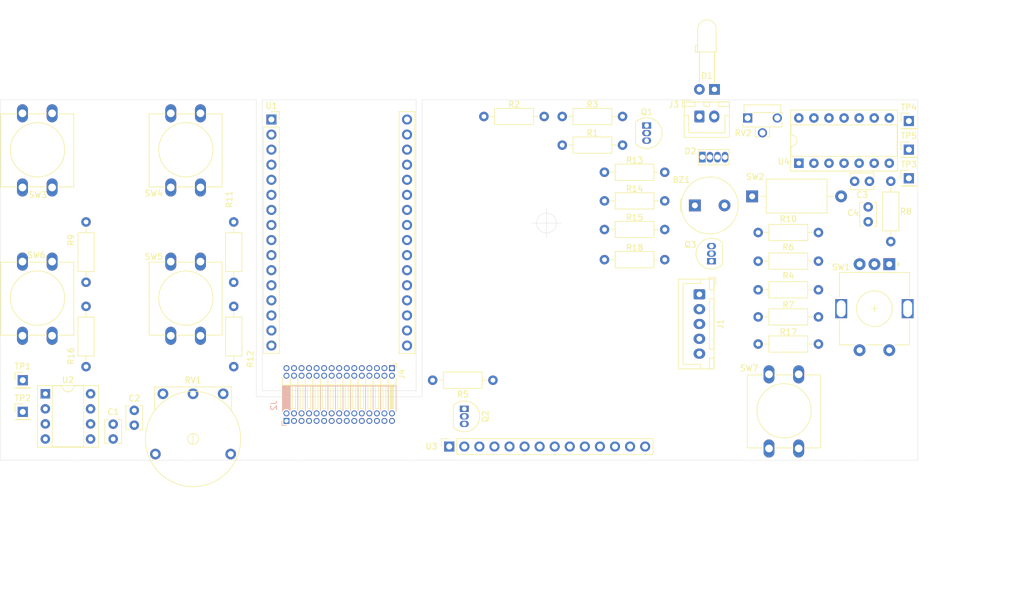
<source format=kicad_pcb>
(kicad_pcb (version 20171130) (host pcbnew 5.1.5-52549c5~84~ubuntu18.04.1)

  (general
    (thickness 1.6)
    (drawings 22)
    (tracks 0)
    (zones 0)
    (modules 50)
    (nets 67)
  )

  (page A4)
  (layers
    (0 F.Cu signal)
    (31 B.Cu signal)
    (32 B.Adhes user)
    (33 F.Adhes user)
    (34 B.Paste user)
    (35 F.Paste user)
    (36 B.SilkS user)
    (37 F.SilkS user)
    (38 B.Mask user)
    (39 F.Mask user)
    (40 Dwgs.User user)
    (41 Cmts.User user)
    (42 Eco1.User user)
    (43 Eco2.User user)
    (44 Edge.Cuts user)
    (45 Margin user)
    (46 B.CrtYd user)
    (47 F.CrtYd user hide)
    (48 B.Fab user hide)
    (49 F.Fab user hide)
  )

  (setup
    (last_trace_width 0.25)
    (trace_clearance 0.2)
    (zone_clearance 0.508)
    (zone_45_only no)
    (trace_min 0.2)
    (via_size 0.8)
    (via_drill 0.4)
    (via_min_size 0.4)
    (via_min_drill 0.3)
    (uvia_size 0.3)
    (uvia_drill 0.1)
    (uvias_allowed no)
    (uvia_min_size 0.2)
    (uvia_min_drill 0.1)
    (edge_width 0.05)
    (segment_width 0.2)
    (pcb_text_width 0.3)
    (pcb_text_size 1.5 1.5)
    (mod_edge_width 0.12)
    (mod_text_size 1 1)
    (mod_text_width 0.15)
    (pad_size 3.048 1.85)
    (pad_drill 1.3)
    (pad_to_mask_clearance 0.051)
    (solder_mask_min_width 0.25)
    (aux_axis_origin 128.27 -46.736)
    (visible_elements FFFFFF7F)
    (pcbplotparams
      (layerselection 0x010fc_ffffffff)
      (usegerberextensions false)
      (usegerberattributes false)
      (usegerberadvancedattributes false)
      (creategerberjobfile false)
      (excludeedgelayer true)
      (linewidth 0.100000)
      (plotframeref false)
      (viasonmask false)
      (mode 1)
      (useauxorigin false)
      (hpglpennumber 1)
      (hpglpenspeed 20)
      (hpglpendiameter 15.000000)
      (psnegative false)
      (psa4output false)
      (plotreference true)
      (plotvalue true)
      (plotinvisibletext false)
      (padsonsilk false)
      (subtractmaskfromsilk false)
      (outputformat 1)
      (mirror false)
      (drillshape 1)
      (scaleselection 1)
      (outputdirectory ""))
  )

  (net 0 "")
  (net 1 +3V3)
  (net 2 GND)
  (net 3 "Net-(C1-Pad1)")
  (net 4 "Net-(D2-Pad1)")
  (net 5 /Led_IR)
  (net 6 /Led_B)
  (net 7 /Led_G)
  (net 8 /Led_R)
  (net 9 /Btn_Blue)
  (net 10 /Btn_Yellow)
  (net 11 /Btn_Green)
  (net 12 /Btn_Red)
  (net 13 /Tilt)
  (net 14 "Net-(Q1-Pad2)")
  (net 15 "Net-(RV1-Pad2)")
  (net 16 "Net-(D2-Pad3)")
  (net 17 /CS)
  (net 18 /SCK)
  (net 19 /MOSI)
  (net 20 "Net-(U1-Pad22)")
  (net 21 "Net-(U1-Pad23)")
  (net 22 "Net-(U1-Pad16)")
  (net 23 "Net-(U1-Pad15)")
  (net 24 "Net-(U1-Pad14)")
  (net 25 "Net-(U1-Pad2)")
  (net 26 "Net-(C3-Pad1)")
  (net 27 /TR)
  (net 28 "Net-(Q2-Pad3)")
  (net 29 "Net-(Q2-Pad2)")
  (net 30 /Enc_Rot_P2)
  (net 31 /TFT_Pwr)
  (net 32 /Enc_Rot_P1)
  (net 33 /Enc_Rot_Btn)
  (net 34 /Btn_White)
  (net 35 "Net-(RV2-Pad2)")
  (net 36 /LED)
  (net 37 /Reset)
  (net 38 /DC)
  (net 39 /Buzzer)
  (net 40 "Net-(C3-Pad2)")
  (net 41 "Net-(C4-Pad1)")
  (net 42 "Net-(R2-Pad2)")
  (net 43 "Net-(U3-Pad14)")
  (net 44 "Net-(U3-Pad13)")
  (net 45 "Net-(U3-Pad12)")
  (net 46 "Net-(U3-Pad11)")
  (net 47 "Net-(U3-Pad10)")
  (net 48 "Net-(U3-Pad9)")
  (net 49 "Net-(D2-Pad4)")
  (net 50 "Net-(BZ1-Pad2)")
  (net 51 "Net-(Q3-Pad2)")
  (net 52 /Future1)
  (net 53 /Future3)
  (net 54 /Future2)
  (net 55 "Net-(J2-Pad30)")
  (net 56 "Net-(J2-Pad29)")
  (net 57 "Net-(J2-Pad28)")
  (net 58 "Net-(J2-Pad27)")
  (net 59 "Net-(J2-Pad3)")
  (net 60 /Led_IR_vcc)
  (net 61 /Led_IR_gnd)
  (net 62 "Net-(J4-Pad30)")
  (net 63 "Net-(J4-Pad29)")
  (net 64 "Net-(J4-Pad28)")
  (net 65 "Net-(J4-Pad27)")
  (net 66 "Net-(J4-Pad3)")

  (net_class Default "Ceci est la Netclass par défaut."
    (clearance 0.2)
    (trace_width 0.25)
    (via_dia 0.8)
    (via_drill 0.4)
    (uvia_dia 0.3)
    (uvia_drill 0.1)
    (add_net +3V3)
    (add_net /Btn_Blue)
    (add_net /Btn_Green)
    (add_net /Btn_Red)
    (add_net /Btn_White)
    (add_net /Btn_Yellow)
    (add_net /Buzzer)
    (add_net /CS)
    (add_net /DC)
    (add_net /Enc_Rot_Btn)
    (add_net /Enc_Rot_P1)
    (add_net /Enc_Rot_P2)
    (add_net /Future1)
    (add_net /Future2)
    (add_net /Future3)
    (add_net /LED)
    (add_net /Led_B)
    (add_net /Led_G)
    (add_net /Led_IR)
    (add_net /Led_IR_gnd)
    (add_net /Led_IR_vcc)
    (add_net /Led_R)
    (add_net /MOSI)
    (add_net /Reset)
    (add_net /SCK)
    (add_net /TFT_Pwr)
    (add_net /TR)
    (add_net /Tilt)
    (add_net GND)
    (add_net "Net-(BZ1-Pad2)")
    (add_net "Net-(C1-Pad1)")
    (add_net "Net-(C3-Pad1)")
    (add_net "Net-(C3-Pad2)")
    (add_net "Net-(C4-Pad1)")
    (add_net "Net-(D2-Pad1)")
    (add_net "Net-(D2-Pad3)")
    (add_net "Net-(D2-Pad4)")
    (add_net "Net-(J2-Pad27)")
    (add_net "Net-(J2-Pad28)")
    (add_net "Net-(J2-Pad29)")
    (add_net "Net-(J2-Pad3)")
    (add_net "Net-(J2-Pad30)")
    (add_net "Net-(J4-Pad27)")
    (add_net "Net-(J4-Pad28)")
    (add_net "Net-(J4-Pad29)")
    (add_net "Net-(J4-Pad3)")
    (add_net "Net-(J4-Pad30)")
    (add_net "Net-(Q1-Pad2)")
    (add_net "Net-(Q2-Pad2)")
    (add_net "Net-(Q2-Pad3)")
    (add_net "Net-(Q3-Pad2)")
    (add_net "Net-(R2-Pad2)")
    (add_net "Net-(RV1-Pad2)")
    (add_net "Net-(RV2-Pad2)")
    (add_net "Net-(U1-Pad14)")
    (add_net "Net-(U1-Pad15)")
    (add_net "Net-(U1-Pad16)")
    (add_net "Net-(U1-Pad2)")
    (add_net "Net-(U1-Pad22)")
    (add_net "Net-(U1-Pad23)")
    (add_net "Net-(U3-Pad10)")
    (add_net "Net-(U3-Pad11)")
    (add_net "Net-(U3-Pad12)")
    (add_net "Net-(U3-Pad13)")
    (add_net "Net-(U3-Pad14)")
    (add_net "Net-(U3-Pad9)")
  )

  (module Connector_PinHeader_1.27mm:PinHeader_2x15_P1.27mm_Horizontal (layer F.Cu) (tedit 59FED6E3) (tstamp 5DF5BE42)
    (at 123.952 124.46 270)
    (descr "Through hole angled pin header, 2x15, 1.27mm pitch, 4.0mm pin length, double rows")
    (tags "Through hole angled pin header THT 2x15 1.27mm double row")
    (path /5E0C5C29)
    (fp_text reference J4 (at 1.016 -1.635 90) (layer F.SilkS)
      (effects (font (size 1 1) (thickness 0.15)))
    )
    (fp_text value Conn_02x15_Odd_Even (at 3.0675 19.415 90) (layer F.Fab)
      (effects (font (size 1 1) (thickness 0.15)))
    )
    (fp_text user %R (at 2.27 8.89) (layer F.Fab)
      (effects (font (size 0.6 0.6) (thickness 0.09)))
    )
    (fp_line (start 7.3 -1.15) (end -1.15 -1.15) (layer F.CrtYd) (width 0.05))
    (fp_line (start 7.3 18.95) (end 7.3 -1.15) (layer F.CrtYd) (width 0.05))
    (fp_line (start -1.15 18.95) (end 7.3 18.95) (layer F.CrtYd) (width 0.05))
    (fp_line (start -1.15 -1.15) (end -1.15 18.95) (layer F.CrtYd) (width 0.05))
    (fp_line (start -0.76 -0.76) (end 0 -0.76) (layer F.SilkS) (width 0.12))
    (fp_line (start -0.76 0) (end -0.76 -0.76) (layer F.SilkS) (width 0.12))
    (fp_line (start 6.83 18.04) (end 2.83 18.04) (layer F.SilkS) (width 0.12))
    (fp_line (start 6.83 17.52) (end 6.83 18.04) (layer F.SilkS) (width 0.12))
    (fp_line (start 2.83 17.52) (end 6.83 17.52) (layer F.SilkS) (width 0.12))
    (fp_line (start 1.71 17.129677) (end 1.71 17.160323) (layer F.SilkS) (width 0.12))
    (fp_line (start 1.71 17.145) (end 2.83 17.145) (layer F.SilkS) (width 0.12))
    (fp_line (start 6.83 16.77) (end 2.83 16.77) (layer F.SilkS) (width 0.12))
    (fp_line (start 6.83 16.25) (end 6.83 16.77) (layer F.SilkS) (width 0.12))
    (fp_line (start 2.83 16.25) (end 6.83 16.25) (layer F.SilkS) (width 0.12))
    (fp_line (start 1.71 15.859677) (end 1.71 15.890323) (layer F.SilkS) (width 0.12))
    (fp_line (start 1.71 15.875) (end 2.83 15.875) (layer F.SilkS) (width 0.12))
    (fp_line (start 6.83 15.5) (end 2.83 15.5) (layer F.SilkS) (width 0.12))
    (fp_line (start 6.83 14.98) (end 6.83 15.5) (layer F.SilkS) (width 0.12))
    (fp_line (start 2.83 14.98) (end 6.83 14.98) (layer F.SilkS) (width 0.12))
    (fp_line (start 1.71 14.589677) (end 1.71 14.620323) (layer F.SilkS) (width 0.12))
    (fp_line (start 1.71 14.605) (end 2.83 14.605) (layer F.SilkS) (width 0.12))
    (fp_line (start 6.83 14.23) (end 2.83 14.23) (layer F.SilkS) (width 0.12))
    (fp_line (start 6.83 13.71) (end 6.83 14.23) (layer F.SilkS) (width 0.12))
    (fp_line (start 2.83 13.71) (end 6.83 13.71) (layer F.SilkS) (width 0.12))
    (fp_line (start 1.71 13.319677) (end 1.71 13.350323) (layer F.SilkS) (width 0.12))
    (fp_line (start 1.71 13.335) (end 2.83 13.335) (layer F.SilkS) (width 0.12))
    (fp_line (start 6.83 12.96) (end 2.83 12.96) (layer F.SilkS) (width 0.12))
    (fp_line (start 6.83 12.44) (end 6.83 12.96) (layer F.SilkS) (width 0.12))
    (fp_line (start 2.83 12.44) (end 6.83 12.44) (layer F.SilkS) (width 0.12))
    (fp_line (start 1.71 12.049677) (end 1.71 12.080323) (layer F.SilkS) (width 0.12))
    (fp_line (start 1.71 12.065) (end 2.83 12.065) (layer F.SilkS) (width 0.12))
    (fp_line (start 6.83 11.69) (end 2.83 11.69) (layer F.SilkS) (width 0.12))
    (fp_line (start 6.83 11.17) (end 6.83 11.69) (layer F.SilkS) (width 0.12))
    (fp_line (start 2.83 11.17) (end 6.83 11.17) (layer F.SilkS) (width 0.12))
    (fp_line (start 1.71 10.779677) (end 1.71 10.810323) (layer F.SilkS) (width 0.12))
    (fp_line (start 1.71 10.795) (end 2.83 10.795) (layer F.SilkS) (width 0.12))
    (fp_line (start 6.83 10.42) (end 2.83 10.42) (layer F.SilkS) (width 0.12))
    (fp_line (start 6.83 9.9) (end 6.83 10.42) (layer F.SilkS) (width 0.12))
    (fp_line (start 2.83 9.9) (end 6.83 9.9) (layer F.SilkS) (width 0.12))
    (fp_line (start 1.71 9.509677) (end 1.71 9.540323) (layer F.SilkS) (width 0.12))
    (fp_line (start 1.71 9.525) (end 2.83 9.525) (layer F.SilkS) (width 0.12))
    (fp_line (start 6.83 9.15) (end 2.83 9.15) (layer F.SilkS) (width 0.12))
    (fp_line (start 6.83 8.63) (end 6.83 9.15) (layer F.SilkS) (width 0.12))
    (fp_line (start 2.83 8.63) (end 6.83 8.63) (layer F.SilkS) (width 0.12))
    (fp_line (start 1.71 8.239677) (end 1.71 8.270323) (layer F.SilkS) (width 0.12))
    (fp_line (start 1.71 8.255) (end 2.83 8.255) (layer F.SilkS) (width 0.12))
    (fp_line (start 6.83 7.88) (end 2.83 7.88) (layer F.SilkS) (width 0.12))
    (fp_line (start 6.83 7.36) (end 6.83 7.88) (layer F.SilkS) (width 0.12))
    (fp_line (start 2.83 7.36) (end 6.83 7.36) (layer F.SilkS) (width 0.12))
    (fp_line (start 1.71 6.969677) (end 1.71 7.000323) (layer F.SilkS) (width 0.12))
    (fp_line (start 1.71 6.985) (end 2.83 6.985) (layer F.SilkS) (width 0.12))
    (fp_line (start 6.83 6.61) (end 2.83 6.61) (layer F.SilkS) (width 0.12))
    (fp_line (start 6.83 6.09) (end 6.83 6.61) (layer F.SilkS) (width 0.12))
    (fp_line (start 2.83 6.09) (end 6.83 6.09) (layer F.SilkS) (width 0.12))
    (fp_line (start 1.71 5.699677) (end 1.71 5.730323) (layer F.SilkS) (width 0.12))
    (fp_line (start 1.71 5.715) (end 2.83 5.715) (layer F.SilkS) (width 0.12))
    (fp_line (start 6.83 5.34) (end 2.83 5.34) (layer F.SilkS) (width 0.12))
    (fp_line (start 6.83 4.82) (end 6.83 5.34) (layer F.SilkS) (width 0.12))
    (fp_line (start 2.83 4.82) (end 6.83 4.82) (layer F.SilkS) (width 0.12))
    (fp_line (start 1.71 4.429677) (end 1.71 4.460323) (layer F.SilkS) (width 0.12))
    (fp_line (start 1.71 4.445) (end 2.83 4.445) (layer F.SilkS) (width 0.12))
    (fp_line (start 6.83 4.07) (end 2.83 4.07) (layer F.SilkS) (width 0.12))
    (fp_line (start 6.83 3.55) (end 6.83 4.07) (layer F.SilkS) (width 0.12))
    (fp_line (start 2.83 3.55) (end 6.83 3.55) (layer F.SilkS) (width 0.12))
    (fp_line (start 1.71 3.159677) (end 1.71 3.190323) (layer F.SilkS) (width 0.12))
    (fp_line (start 1.71 3.175) (end 2.83 3.175) (layer F.SilkS) (width 0.12))
    (fp_line (start 6.83 2.8) (end 2.83 2.8) (layer F.SilkS) (width 0.12))
    (fp_line (start 6.83 2.28) (end 6.83 2.8) (layer F.SilkS) (width 0.12))
    (fp_line (start 2.83 2.28) (end 6.83 2.28) (layer F.SilkS) (width 0.12))
    (fp_line (start 1.71 1.889677) (end 1.71 1.920323) (layer F.SilkS) (width 0.12))
    (fp_line (start 1.71 1.905) (end 2.83 1.905) (layer F.SilkS) (width 0.12))
    (fp_line (start 6.83 1.53) (end 2.83 1.53) (layer F.SilkS) (width 0.12))
    (fp_line (start 6.83 1.01) (end 6.83 1.53) (layer F.SilkS) (width 0.12))
    (fp_line (start 2.83 1.01) (end 6.83 1.01) (layer F.SilkS) (width 0.12))
    (fp_line (start 1.71 0.619677) (end 1.71 0.650323) (layer F.SilkS) (width 0.12))
    (fp_line (start 1.71 0.635) (end 2.83 0.635) (layer F.SilkS) (width 0.12))
    (fp_line (start 2.83 0.16) (end 6.83 0.16) (layer F.SilkS) (width 0.12))
    (fp_line (start 2.83 0.04) (end 6.83 0.04) (layer F.SilkS) (width 0.12))
    (fp_line (start 2.83 -0.08) (end 6.83 -0.08) (layer F.SilkS) (width 0.12))
    (fp_line (start 2.83 -0.2) (end 6.83 -0.2) (layer F.SilkS) (width 0.12))
    (fp_line (start 6.83 0.26) (end 2.83 0.26) (layer F.SilkS) (width 0.12))
    (fp_line (start 6.83 -0.26) (end 6.83 0.26) (layer F.SilkS) (width 0.12))
    (fp_line (start 2.83 -0.26) (end 6.83 -0.26) (layer F.SilkS) (width 0.12))
    (fp_line (start 1.71 18.475) (end 1.71 18.399677) (layer F.SilkS) (width 0.12))
    (fp_line (start 2.83 18.475) (end 1.71 18.475) (layer F.SilkS) (width 0.12))
    (fp_line (start 2.83 -0.695) (end 2.83 18.475) (layer F.SilkS) (width 0.12))
    (fp_line (start 1.71 -0.695) (end 2.83 -0.695) (layer F.SilkS) (width 0.12))
    (fp_line (start 1.71 -0.619677) (end 1.71 -0.695) (layer F.SilkS) (width 0.12))
    (fp_line (start 2.77 17.98) (end 6.77 17.98) (layer F.Fab) (width 0.1))
    (fp_line (start 6.77 17.58) (end 6.77 17.98) (layer F.Fab) (width 0.1))
    (fp_line (start 2.77 17.58) (end 6.77 17.58) (layer F.Fab) (width 0.1))
    (fp_line (start -0.2 17.98) (end 1.77 17.98) (layer F.Fab) (width 0.1))
    (fp_line (start -0.2 17.58) (end -0.2 17.98) (layer F.Fab) (width 0.1))
    (fp_line (start -0.2 17.58) (end 1.77 17.58) (layer F.Fab) (width 0.1))
    (fp_line (start 2.77 16.71) (end 6.77 16.71) (layer F.Fab) (width 0.1))
    (fp_line (start 6.77 16.31) (end 6.77 16.71) (layer F.Fab) (width 0.1))
    (fp_line (start 2.77 16.31) (end 6.77 16.31) (layer F.Fab) (width 0.1))
    (fp_line (start -0.2 16.71) (end 1.77 16.71) (layer F.Fab) (width 0.1))
    (fp_line (start -0.2 16.31) (end -0.2 16.71) (layer F.Fab) (width 0.1))
    (fp_line (start -0.2 16.31) (end 1.77 16.31) (layer F.Fab) (width 0.1))
    (fp_line (start 2.77 15.44) (end 6.77 15.44) (layer F.Fab) (width 0.1))
    (fp_line (start 6.77 15.04) (end 6.77 15.44) (layer F.Fab) (width 0.1))
    (fp_line (start 2.77 15.04) (end 6.77 15.04) (layer F.Fab) (width 0.1))
    (fp_line (start -0.2 15.44) (end 1.77 15.44) (layer F.Fab) (width 0.1))
    (fp_line (start -0.2 15.04) (end -0.2 15.44) (layer F.Fab) (width 0.1))
    (fp_line (start -0.2 15.04) (end 1.77 15.04) (layer F.Fab) (width 0.1))
    (fp_line (start 2.77 14.17) (end 6.77 14.17) (layer F.Fab) (width 0.1))
    (fp_line (start 6.77 13.77) (end 6.77 14.17) (layer F.Fab) (width 0.1))
    (fp_line (start 2.77 13.77) (end 6.77 13.77) (layer F.Fab) (width 0.1))
    (fp_line (start -0.2 14.17) (end 1.77 14.17) (layer F.Fab) (width 0.1))
    (fp_line (start -0.2 13.77) (end -0.2 14.17) (layer F.Fab) (width 0.1))
    (fp_line (start -0.2 13.77) (end 1.77 13.77) (layer F.Fab) (width 0.1))
    (fp_line (start 2.77 12.9) (end 6.77 12.9) (layer F.Fab) (width 0.1))
    (fp_line (start 6.77 12.5) (end 6.77 12.9) (layer F.Fab) (width 0.1))
    (fp_line (start 2.77 12.5) (end 6.77 12.5) (layer F.Fab) (width 0.1))
    (fp_line (start -0.2 12.9) (end 1.77 12.9) (layer F.Fab) (width 0.1))
    (fp_line (start -0.2 12.5) (end -0.2 12.9) (layer F.Fab) (width 0.1))
    (fp_line (start -0.2 12.5) (end 1.77 12.5) (layer F.Fab) (width 0.1))
    (fp_line (start 2.77 11.63) (end 6.77 11.63) (layer F.Fab) (width 0.1))
    (fp_line (start 6.77 11.23) (end 6.77 11.63) (layer F.Fab) (width 0.1))
    (fp_line (start 2.77 11.23) (end 6.77 11.23) (layer F.Fab) (width 0.1))
    (fp_line (start -0.2 11.63) (end 1.77 11.63) (layer F.Fab) (width 0.1))
    (fp_line (start -0.2 11.23) (end -0.2 11.63) (layer F.Fab) (width 0.1))
    (fp_line (start -0.2 11.23) (end 1.77 11.23) (layer F.Fab) (width 0.1))
    (fp_line (start 2.77 10.36) (end 6.77 10.36) (layer F.Fab) (width 0.1))
    (fp_line (start 6.77 9.96) (end 6.77 10.36) (layer F.Fab) (width 0.1))
    (fp_line (start 2.77 9.96) (end 6.77 9.96) (layer F.Fab) (width 0.1))
    (fp_line (start -0.2 10.36) (end 1.77 10.36) (layer F.Fab) (width 0.1))
    (fp_line (start -0.2 9.96) (end -0.2 10.36) (layer F.Fab) (width 0.1))
    (fp_line (start -0.2 9.96) (end 1.77 9.96) (layer F.Fab) (width 0.1))
    (fp_line (start 2.77 9.09) (end 6.77 9.09) (layer F.Fab) (width 0.1))
    (fp_line (start 6.77 8.69) (end 6.77 9.09) (layer F.Fab) (width 0.1))
    (fp_line (start 2.77 8.69) (end 6.77 8.69) (layer F.Fab) (width 0.1))
    (fp_line (start -0.2 9.09) (end 1.77 9.09) (layer F.Fab) (width 0.1))
    (fp_line (start -0.2 8.69) (end -0.2 9.09) (layer F.Fab) (width 0.1))
    (fp_line (start -0.2 8.69) (end 1.77 8.69) (layer F.Fab) (width 0.1))
    (fp_line (start 2.77 7.82) (end 6.77 7.82) (layer F.Fab) (width 0.1))
    (fp_line (start 6.77 7.42) (end 6.77 7.82) (layer F.Fab) (width 0.1))
    (fp_line (start 2.77 7.42) (end 6.77 7.42) (layer F.Fab) (width 0.1))
    (fp_line (start -0.2 7.82) (end 1.77 7.82) (layer F.Fab) (width 0.1))
    (fp_line (start -0.2 7.42) (end -0.2 7.82) (layer F.Fab) (width 0.1))
    (fp_line (start -0.2 7.42) (end 1.77 7.42) (layer F.Fab) (width 0.1))
    (fp_line (start 2.77 6.55) (end 6.77 6.55) (layer F.Fab) (width 0.1))
    (fp_line (start 6.77 6.15) (end 6.77 6.55) (layer F.Fab) (width 0.1))
    (fp_line (start 2.77 6.15) (end 6.77 6.15) (layer F.Fab) (width 0.1))
    (fp_line (start -0.2 6.55) (end 1.77 6.55) (layer F.Fab) (width 0.1))
    (fp_line (start -0.2 6.15) (end -0.2 6.55) (layer F.Fab) (width 0.1))
    (fp_line (start -0.2 6.15) (end 1.77 6.15) (layer F.Fab) (width 0.1))
    (fp_line (start 2.77 5.28) (end 6.77 5.28) (layer F.Fab) (width 0.1))
    (fp_line (start 6.77 4.88) (end 6.77 5.28) (layer F.Fab) (width 0.1))
    (fp_line (start 2.77 4.88) (end 6.77 4.88) (layer F.Fab) (width 0.1))
    (fp_line (start -0.2 5.28) (end 1.77 5.28) (layer F.Fab) (width 0.1))
    (fp_line (start -0.2 4.88) (end -0.2 5.28) (layer F.Fab) (width 0.1))
    (fp_line (start -0.2 4.88) (end 1.77 4.88) (layer F.Fab) (width 0.1))
    (fp_line (start 2.77 4.01) (end 6.77 4.01) (layer F.Fab) (width 0.1))
    (fp_line (start 6.77 3.61) (end 6.77 4.01) (layer F.Fab) (width 0.1))
    (fp_line (start 2.77 3.61) (end 6.77 3.61) (layer F.Fab) (width 0.1))
    (fp_line (start -0.2 4.01) (end 1.77 4.01) (layer F.Fab) (width 0.1))
    (fp_line (start -0.2 3.61) (end -0.2 4.01) (layer F.Fab) (width 0.1))
    (fp_line (start -0.2 3.61) (end 1.77 3.61) (layer F.Fab) (width 0.1))
    (fp_line (start 2.77 2.74) (end 6.77 2.74) (layer F.Fab) (width 0.1))
    (fp_line (start 6.77 2.34) (end 6.77 2.74) (layer F.Fab) (width 0.1))
    (fp_line (start 2.77 2.34) (end 6.77 2.34) (layer F.Fab) (width 0.1))
    (fp_line (start -0.2 2.74) (end 1.77 2.74) (layer F.Fab) (width 0.1))
    (fp_line (start -0.2 2.34) (end -0.2 2.74) (layer F.Fab) (width 0.1))
    (fp_line (start -0.2 2.34) (end 1.77 2.34) (layer F.Fab) (width 0.1))
    (fp_line (start 2.77 1.47) (end 6.77 1.47) (layer F.Fab) (width 0.1))
    (fp_line (start 6.77 1.07) (end 6.77 1.47) (layer F.Fab) (width 0.1))
    (fp_line (start 2.77 1.07) (end 6.77 1.07) (layer F.Fab) (width 0.1))
    (fp_line (start -0.2 1.47) (end 1.77 1.47) (layer F.Fab) (width 0.1))
    (fp_line (start -0.2 1.07) (end -0.2 1.47) (layer F.Fab) (width 0.1))
    (fp_line (start -0.2 1.07) (end 1.77 1.07) (layer F.Fab) (width 0.1))
    (fp_line (start 2.77 0.2) (end 6.77 0.2) (layer F.Fab) (width 0.1))
    (fp_line (start 6.77 -0.2) (end 6.77 0.2) (layer F.Fab) (width 0.1))
    (fp_line (start 2.77 -0.2) (end 6.77 -0.2) (layer F.Fab) (width 0.1))
    (fp_line (start -0.2 0.2) (end 1.77 0.2) (layer F.Fab) (width 0.1))
    (fp_line (start -0.2 -0.2) (end -0.2 0.2) (layer F.Fab) (width 0.1))
    (fp_line (start -0.2 -0.2) (end 1.77 -0.2) (layer F.Fab) (width 0.1))
    (fp_line (start 1.77 -0.385) (end 2.02 -0.635) (layer F.Fab) (width 0.1))
    (fp_line (start 1.77 18.415) (end 1.77 -0.385) (layer F.Fab) (width 0.1))
    (fp_line (start 2.77 18.415) (end 1.77 18.415) (layer F.Fab) (width 0.1))
    (fp_line (start 2.77 -0.635) (end 2.77 18.415) (layer F.Fab) (width 0.1))
    (fp_line (start 2.02 -0.635) (end 2.77 -0.635) (layer F.Fab) (width 0.1))
    (pad 30 thru_hole oval (at 1.27 17.78 270) (size 1 1) (drill 0.65) (layers *.Cu *.Mask)
      (net 62 "Net-(J4-Pad30)"))
    (pad 29 thru_hole oval (at 0 17.78 270) (size 1 1) (drill 0.65) (layers *.Cu *.Mask)
      (net 63 "Net-(J4-Pad29)"))
    (pad 28 thru_hole oval (at 1.27 16.51 270) (size 1 1) (drill 0.65) (layers *.Cu *.Mask)
      (net 64 "Net-(J4-Pad28)"))
    (pad 27 thru_hole oval (at 0 16.51 270) (size 1 1) (drill 0.65) (layers *.Cu *.Mask)
      (net 65 "Net-(J4-Pad27)"))
    (pad 26 thru_hole oval (at 1.27 15.24 270) (size 1 1) (drill 0.65) (layers *.Cu *.Mask)
      (net 13 /Tilt))
    (pad 25 thru_hole oval (at 0 15.24 270) (size 1 1) (drill 0.65) (layers *.Cu *.Mask)
      (net 34 /Btn_White))
    (pad 24 thru_hole oval (at 1.27 13.97 270) (size 1 1) (drill 0.65) (layers *.Cu *.Mask)
      (net 39 /Buzzer))
    (pad 23 thru_hole oval (at 0 13.97 270) (size 1 1) (drill 0.65) (layers *.Cu *.Mask)
      (net 6 /Led_B))
    (pad 22 thru_hole oval (at 1.27 12.7 270) (size 1 1) (drill 0.65) (layers *.Cu *.Mask)
      (net 5 /Led_IR))
    (pad 21 thru_hole oval (at 0 12.7 270) (size 1 1) (drill 0.65) (layers *.Cu *.Mask)
      (net 7 /Led_G))
    (pad 20 thru_hole oval (at 1.27 11.43 270) (size 1 1) (drill 0.65) (layers *.Cu *.Mask)
      (net 31 /TFT_Pwr))
    (pad 19 thru_hole oval (at 0 11.43 270) (size 1 1) (drill 0.65) (layers *.Cu *.Mask)
      (net 8 /Led_R))
    (pad 18 thru_hole oval (at 1.27 10.16 270) (size 1 1) (drill 0.65) (layers *.Cu *.Mask)
      (net 17 /CS))
    (pad 17 thru_hole oval (at 0 10.16 270) (size 1 1) (drill 0.65) (layers *.Cu *.Mask)
      (net 9 /Btn_Blue))
    (pad 16 thru_hole oval (at 1.27 8.89 270) (size 1 1) (drill 0.65) (layers *.Cu *.Mask)
      (net 18 /SCK))
    (pad 15 thru_hole oval (at 0 8.89 270) (size 1 1) (drill 0.65) (layers *.Cu *.Mask)
      (net 10 /Btn_Yellow))
    (pad 14 thru_hole oval (at 1.27 7.62 270) (size 1 1) (drill 0.65) (layers *.Cu *.Mask)
      (net 52 /Future1))
    (pad 13 thru_hole oval (at 0 7.62 270) (size 1 1) (drill 0.65) (layers *.Cu *.Mask)
      (net 11 /Btn_Green))
    (pad 12 thru_hole oval (at 1.27 6.35 270) (size 1 1) (drill 0.65) (layers *.Cu *.Mask)
      (net 38 /DC))
    (pad 11 thru_hole oval (at 0 6.35 270) (size 1 1) (drill 0.65) (layers *.Cu *.Mask)
      (net 12 /Btn_Red))
    (pad 10 thru_hole oval (at 1.27 5.08 270) (size 1 1) (drill 0.65) (layers *.Cu *.Mask)
      (net 54 /Future2))
    (pad 9 thru_hole oval (at 0 5.08 270) (size 1 1) (drill 0.65) (layers *.Cu *.Mask)
      (net 33 /Enc_Rot_Btn))
    (pad 8 thru_hole oval (at 1.27 3.81 270) (size 1 1) (drill 0.65) (layers *.Cu *.Mask)
      (net 53 /Future3))
    (pad 7 thru_hole oval (at 0 3.81 270) (size 1 1) (drill 0.65) (layers *.Cu *.Mask)
      (net 30 /Enc_Rot_P2))
    (pad 6 thru_hole oval (at 1.27 2.54 270) (size 1 1) (drill 0.65) (layers *.Cu *.Mask)
      (net 37 /Reset))
    (pad 5 thru_hole oval (at 0 2.54 270) (size 1 1) (drill 0.65) (layers *.Cu *.Mask)
      (net 32 /Enc_Rot_P1))
    (pad 4 thru_hole oval (at 1.27 1.27 270) (size 1 1) (drill 0.65) (layers *.Cu *.Mask)
      (net 19 /MOSI))
    (pad 3 thru_hole oval (at 0 1.27 270) (size 1 1) (drill 0.65) (layers *.Cu *.Mask)
      (net 66 "Net-(J4-Pad3)"))
    (pad 2 thru_hole oval (at 1.27 0 270) (size 1 1) (drill 0.65) (layers *.Cu *.Mask)
      (net 2 GND))
    (pad 1 thru_hole rect (at 0 0 270) (size 1 1) (drill 0.65) (layers *.Cu *.Mask)
      (net 1 +3V3))
    (model ${KISYS3DMOD}/Connector_PinHeader_1.27mm.3dshapes/PinHeader_2x15_P1.27mm_Horizontal.wrl
      (at (xyz 0 0 0))
      (scale (xyz 1 1 1))
      (rotate (xyz 0 0 0))
    )
  )

  (module Project_Module:D32Pro_PinSocket_2x1x16_P2.54mm_Vertical (layer F.Cu) (tedit 5D488BC1) (tstamp 5DF5AAFF)
    (at 103.632 82.55)
    (descr "Through hole straight socket strip, 1x16, 2.54mm pitch, single row (from Kicad 4.0.7), script generated")
    (tags "Through hole socket strip THT 1x16 2.54mm single row")
    (path /5D41ED62)
    (fp_text reference U1 (at 0 -2.286) (layer F.SilkS)
      (effects (font (size 1 1) (thickness 0.15)))
    )
    (fp_text value D32Pro (at 3.2385 18.796 90) (layer F.Fab)
      (effects (font (size 1 1) (thickness 0.15)))
    )
    (fp_text user i2c (at 0.9 43.2) (layer Eco2.User)
      (effects (font (size 1 1) (thickness 0.15)))
    )
    (fp_line (start 3.1 40.4) (end -1.4 40.4) (layer Eco2.User) (width 0.12))
    (fp_line (start 3.1 46.4) (end 3.1 40.4) (layer Eco2.User) (width 0.12))
    (fp_line (start -1.4 46.4) (end 3.1 46.4) (layer Eco2.User) (width 0.12))
    (fp_text user "µ sd" (at 21.7 45.5) (layer Eco2.User)
      (effects (font (size 1 1) (thickness 0.15)))
    )
    (fp_line (start 19.2 40.4) (end 24.2 40.4) (layer Eco2.User) (width 0.12))
    (fp_line (start 19.2 51.4) (end 19.2 40.4) (layer Eco2.User) (width 0.12))
    (fp_line (start 24.2 51.4) (end 19.2 51.4) (layer Eco2.User) (width 0.12))
    (fp_circle (center 21.2 55.4) (end 21.9 54.6) (layer Eco2.User) (width 0.12))
    (fp_line (start 23.2 53.9) (end 23.2 56.9) (layer Eco2.User) (width 0.12))
    (fp_line (start 19.2 53.9) (end 23.2 53.9) (layer Eco2.User) (width 0.12))
    (fp_line (start 19.1 56.9) (end 19.1 53.9) (layer Eco2.User) (width 0.12))
    (fp_line (start 23.1 56.9) (end 19.1 56.9) (layer Eco2.User) (width 0.12))
    (fp_text user bat. (at 2.6 51.8 180) (layer Eco2.User)
      (effects (font (size 1 1) (thickness 0.15)))
    )
    (fp_line (start 6.6 47.9) (end -1.4 47.9) (layer Eco2.User) (width 0.12))
    (fp_line (start 6.6 55.8) (end 6.6 47.9) (layer Eco2.User) (width 0.12))
    (fp_line (start -1.4 55.8) (end 6.6 55.8) (layer Eco2.User) (width 0.12))
    (fp_text user "µ usb" (at 12.1 54.4) (layer Eco2.User)
      (effects (font (size 1 1) (thickness 0.15)))
    )
    (fp_line (start 15.5 52.1) (end 15.5 57.4) (layer Eco2.User) (width 0.12))
    (fp_line (start 8.6 52.1) (end 15.5 52.1) (layer Eco2.User) (width 0.12))
    (fp_line (start 8.6 57.4) (end 8.6 52.1) (layer Eco2.User) (width 0.12))
    (fp_line (start 24.2 57.404) (end 24.2 -7.62) (layer Eco2.User) (width 0.12))
    (fp_line (start -1.454 57.404) (end 24.2 57.404) (layer Eco2.User) (width 0.12))
    (fp_line (start -1.454 57.404) (end -1.454 -7.62) (layer Eco2.User) (width 0.12))
    (fp_line (start -1.454 -7.62) (end 24.2 -7.62) (layer Eco2.User) (width 0.12))
    (fp_line (start 24.13 39.37) (end 21.59 39.37) (layer F.Fab) (width 0.1))
    (fp_line (start 21.53 39.43) (end 24.19 39.43) (layer F.SilkS) (width 0.12))
    (fp_line (start 21.06 39.9) (end 21.06 -1.8) (layer F.CrtYd) (width 0.05))
    (fp_line (start 21.53 -1.3335) (end 21.53 39.43) (layer F.SilkS) (width 0.12))
    (fp_line (start 24.61 39.9) (end 21.06 39.9) (layer F.CrtYd) (width 0.05))
    (fp_line (start 24.19 -1.3335) (end 24.19 39.43) (layer F.SilkS) (width 0.12))
    (fp_line (start 21.59 -1.27) (end 24.13 -1.27) (layer F.Fab) (width 0.1))
    (fp_line (start 24.13 -1.27) (end 24.13 39.37) (layer F.Fab) (width 0.1))
    (fp_line (start 21.53 -1.3335) (end 24.19 -1.3335) (layer F.SilkS) (width 0.12))
    (fp_line (start 21.06 -1.8) (end 24.61 -1.8) (layer F.CrtYd) (width 0.05))
    (fp_line (start 24.61 -1.8) (end 24.61 39.9) (layer F.CrtYd) (width 0.05))
    (fp_line (start 21.59 39.37) (end 21.59 -1.27) (layer F.Fab) (width 0.1))
    (fp_text user %R (at -2.7305 18.7325 90) (layer F.Fab)
      (effects (font (size 1 1) (thickness 0.15)))
    )
    (fp_line (start -1.8 39.9) (end -1.8 -1.8) (layer F.CrtYd) (width 0.05))
    (fp_line (start 1.75 39.9) (end -1.8 39.9) (layer F.CrtYd) (width 0.05))
    (fp_line (start 1.75 -1.8) (end 1.75 39.9) (layer F.CrtYd) (width 0.05))
    (fp_line (start -1.8 -1.8) (end 1.75 -1.8) (layer F.CrtYd) (width 0.05))
    (fp_line (start 0 -1.33) (end 1.33 -1.33) (layer F.SilkS) (width 0.12))
    (fp_line (start 1.33 -1.33) (end 1.33 0) (layer F.SilkS) (width 0.12))
    (fp_line (start 1.33 1.27) (end 1.33 39.43) (layer F.SilkS) (width 0.12))
    (fp_line (start -1.33 39.43) (end 1.33 39.43) (layer F.SilkS) (width 0.12))
    (fp_line (start -1.33 1.27) (end -1.33 39.43) (layer F.SilkS) (width 0.12))
    (fp_line (start -1.33 1.27) (end 1.33 1.27) (layer F.SilkS) (width 0.12))
    (fp_line (start -1.27 39.37) (end -1.27 -1.27) (layer F.Fab) (width 0.1))
    (fp_line (start 1.27 39.37) (end -1.27 39.37) (layer F.Fab) (width 0.1))
    (fp_line (start 1.27 -0.635) (end 1.27 39.37) (layer F.Fab) (width 0.1))
    (fp_line (start 0.635 -1.27) (end 1.27 -0.635) (layer F.Fab) (width 0.1))
    (fp_line (start -1.27 -1.27) (end 0.635 -1.27) (layer F.Fab) (width 0.1))
    (pad 21 thru_hole oval (at 22.86 27.94) (size 1.7 1.7) (drill 1) (layers *.Cu *.Mask)
      (net 31 /TFT_Pwr))
    (pad 22 thru_hole oval (at 22.86 25.4) (size 1.7 1.7) (drill 1) (layers *.Cu *.Mask)
      (net 20 "Net-(U1-Pad22)"))
    (pad 30 thru_hole oval (at 22.86 5.08) (size 1.7 1.7) (drill 1) (layers *.Cu *.Mask)
      (net 37 /Reset))
    (pad 29 thru_hole oval (at 22.86 7.62) (size 1.7 1.7) (drill 1) (layers *.Cu *.Mask)
      (net 53 /Future3))
    (pad 23 thru_hole oval (at 22.86 22.86) (size 1.7 1.7) (drill 1) (layers *.Cu *.Mask)
      (net 21 "Net-(U1-Pad23)"))
    (pad 32 thru_hole circle (at 22.86 0) (size 1.7 1.7) (drill 1) (layers *.Cu *.Mask)
      (net 2 GND))
    (pad 17 thru_hole oval (at 22.86 38.1) (size 1.7 1.7) (drill 1) (layers *.Cu *.Mask)
      (net 2 GND))
    (pad 27 thru_hole oval (at 22.86 12.7) (size 1.7 1.7) (drill 1) (layers *.Cu *.Mask)
      (net 38 /DC))
    (pad 31 thru_hole oval (at 22.86 2.54) (size 1.7 1.7) (drill 1) (layers *.Cu *.Mask)
      (net 19 /MOSI))
    (pad 20 thru_hole oval (at 22.86 30.48) (size 1.7 1.7) (drill 1) (layers *.Cu *.Mask)
      (net 5 /Led_IR))
    (pad 25 thru_hole oval (at 22.86 17.78) (size 1.7 1.7) (drill 1) (layers *.Cu *.Mask)
      (net 18 /SCK))
    (pad 18 thru_hole oval (at 22.86 35.56) (size 1.7 1.7) (drill 1) (layers *.Cu *.Mask)
      (net 13 /Tilt))
    (pad 28 thru_hole oval (at 22.86 10.16) (size 1.7 1.7) (drill 1) (layers *.Cu *.Mask)
      (net 54 /Future2))
    (pad 19 thru_hole oval (at 22.86 33.02) (size 1.7 1.7) (drill 1) (layers *.Cu *.Mask)
      (net 39 /Buzzer))
    (pad 24 thru_hole oval (at 22.86 20.32) (size 1.7 1.7) (drill 1) (layers *.Cu *.Mask)
      (net 17 /CS))
    (pad 26 thru_hole oval (at 22.86 15.24) (size 1.7 1.7) (drill 1) (layers *.Cu *.Mask)
      (net 52 /Future1))
    (pad 16 thru_hole oval (at 0 38.1) (size 1.7 1.7) (drill 1) (layers *.Cu *.Mask)
      (net 22 "Net-(U1-Pad16)"))
    (pad 15 thru_hole oval (at 0 35.56) (size 1.7 1.7) (drill 1) (layers *.Cu *.Mask)
      (net 23 "Net-(U1-Pad15)"))
    (pad 14 thru_hole oval (at 0 33.02) (size 1.7 1.7) (drill 1) (layers *.Cu *.Mask)
      (net 24 "Net-(U1-Pad14)"))
    (pad 13 thru_hole oval (at 0 30.48) (size 1.7 1.7) (drill 1) (layers *.Cu *.Mask)
      (net 34 /Btn_White))
    (pad 12 thru_hole oval (at 0 27.94) (size 1.7 1.7) (drill 1) (layers *.Cu *.Mask)
      (net 6 /Led_B))
    (pad 11 thru_hole oval (at 0 25.4) (size 1.7 1.7) (drill 1) (layers *.Cu *.Mask)
      (net 7 /Led_G))
    (pad 10 thru_hole oval (at 0 22.86) (size 1.7 1.7) (drill 1) (layers *.Cu *.Mask)
      (net 8 /Led_R))
    (pad 9 thru_hole oval (at 0 20.32) (size 1.7 1.7) (drill 1) (layers *.Cu *.Mask)
      (net 9 /Btn_Blue))
    (pad 8 thru_hole oval (at 0 17.78) (size 1.7 1.7) (drill 1) (layers *.Cu *.Mask)
      (net 10 /Btn_Yellow))
    (pad 7 thru_hole oval (at 0 15.24) (size 1.7 1.7) (drill 1) (layers *.Cu *.Mask)
      (net 11 /Btn_Green))
    (pad 6 thru_hole oval (at 0 12.7) (size 1.7 1.7) (drill 1) (layers *.Cu *.Mask)
      (net 12 /Btn_Red))
    (pad 5 thru_hole oval (at 0 10.16) (size 1.7 1.7) (drill 1) (layers *.Cu *.Mask)
      (net 33 /Enc_Rot_Btn))
    (pad 4 thru_hole oval (at 0 7.62) (size 1.7 1.7) (drill 1) (layers *.Cu *.Mask)
      (net 30 /Enc_Rot_P2))
    (pad 3 thru_hole oval (at 0 5.08) (size 1.7 1.7) (drill 1) (layers *.Cu *.Mask)
      (net 32 /Enc_Rot_P1))
    (pad 2 thru_hole oval (at 0 2.54) (size 1.7 1.7) (drill 1) (layers *.Cu *.Mask)
      (net 25 "Net-(U1-Pad2)"))
    (pad 1 thru_hole rect (at 0 0) (size 1.7 1.7) (drill 1) (layers *.Cu *.Mask)
      (net 1 +3V3))
    (model ${KISYS3DMOD}/Connector_PinSocket_2.54mm.3dshapes/PinSocket_1x16_P2.54mm_Vertical.wrl
      (at (xyz 0 0 0))
      (scale (xyz 1 1 1))
      (rotate (xyz 0 0 0))
    )
    (model ${KISYS3DMOD}/Connector_PinSocket_2.54mm.3dshapes/PinSocket_1x16_P2.54mm_Vertical.wrl
      (offset (xyz 22.86 0 0))
      (scale (xyz 1 1 1))
      (rotate (xyz 0 0 0))
    )
    (model ${KIPRJMOD}/project_module.pretty/wemos_lolin_d32_pro.step
      (offset (xyz -1.27 7.28 9.56))
      (scale (xyz 1 1 1))
      (rotate (xyz 0 0 0))
    )
  )

  (module Potentiometer_THT:Potentiometer_Runtron_RM-063_Horizontal (layer F.Cu) (tedit 5BF67573) (tstamp 5DF4E966)
    (at 183.896 82.296)
    (descr "Potentiometer, horizontal, Trimmer, RM-063 http://www.runtron.com/down/PDF%20Datasheet/Carbon%20Film%20Potentiometer/RM065%20RM063.pdf")
    (tags "Potentiometer Trimmer RM-063")
    (path /5D4B3FA0)
    (fp_text reference RV2 (at -0.762 2.54) (layer F.SilkS)
      (effects (font (size 1 1) (thickness 0.15)))
    )
    (fp_text value 1M (at 2.4 4.5) (layer F.Fab)
      (effects (font (size 1 1) (thickness 0.15)))
    )
    (fp_line (start 3.14 3.21) (end 3.71 3.21) (layer F.SilkS) (width 0.12))
    (fp_line (start 1.29 3.21) (end 1.86 3.21) (layer F.SilkS) (width 0.12))
    (fp_line (start 3.71 1.51) (end 3.71 3.21) (layer F.SilkS) (width 0.12))
    (fp_line (start 1.29 1.51) (end 1.29 3.21) (layer F.SilkS) (width 0.12))
    (fp_line (start 5.81 -0.91) (end 5.81 -0.52) (layer F.SilkS) (width 0.12))
    (fp_line (start 5.29 -0.91) (end 5.81 -0.91) (layer F.SilkS) (width 0.12))
    (fp_line (start 5.81 1.51) (end 5.81 0.52) (layer F.SilkS) (width 0.12))
    (fp_line (start -0.81 1.51) (end 5.81 1.51) (layer F.SilkS) (width 0.12))
    (fp_line (start -0.81 0.96) (end -0.81 1.51) (layer F.SilkS) (width 0.12))
    (fp_line (start 0.9 -0.91) (end 4.7 -0.91) (layer F.SilkS) (width 0.12))
    (fp_line (start 5.61 -2.21) (end 5.61 -0.91) (layer F.SilkS) (width 0.12))
    (fp_line (start -0.61 -2.21) (end 5.61 -2.21) (layer F.SilkS) (width 0.12))
    (fp_line (start -0.61 -0.96) (end -0.61 -2.2) (layer F.SilkS) (width 0.12))
    (fp_line (start 3.6 3.1) (end 1.4 3.1) (layer F.Fab) (width 0.1))
    (fp_line (start 1.4 3.1) (end 1.4 1.4) (layer F.Fab) (width 0.1))
    (fp_line (start 3.6 1.4) (end 3.6 3.1) (layer F.Fab) (width 0.1))
    (fp_line (start 5.7 1.4) (end -0.7 1.4) (layer F.Fab) (width 0.1))
    (fp_text user %R (at 2.5 0.3) (layer F.Fab)
      (effects (font (size 1 1) (thickness 0.15)))
    )
    (fp_line (start -1.03 -2.35) (end 6.03 -2.35) (layer F.CrtYd) (width 0.05))
    (fp_line (start -1.03 -2.35) (end -1.03 3.53) (layer F.CrtYd) (width 0.05))
    (fp_line (start 6.03 3.53) (end 6.03 -2.35) (layer F.CrtYd) (width 0.05))
    (fp_line (start 6.03 3.53) (end -1.03 3.53) (layer F.CrtYd) (width 0.05))
    (fp_line (start 5.7 -0.8) (end -0.7 -0.8) (layer F.Fab) (width 0.1))
    (fp_line (start 5.5 -0.8) (end 5.5 -2.1) (layer F.Fab) (width 0.1))
    (fp_line (start -0.5 -2.1) (end 5.5 -2.1) (layer F.Fab) (width 0.1))
    (fp_line (start -0.5 -0.8) (end -0.5 -2.1) (layer F.Fab) (width 0.1))
    (fp_line (start 5.7 1.4) (end 5.7 -0.8) (layer F.Fab) (width 0.1))
    (fp_line (start -0.7 -0.8) (end -0.7 1.4) (layer F.Fab) (width 0.1))
    (pad 3 thru_hole circle (at 5 0) (size 1.55 1.55) (drill 1) (layers *.Cu *.Mask)
      (net 35 "Net-(RV2-Pad2)"))
    (pad 1 thru_hole rect (at 0 0) (size 1.55 1.55) (drill 1) (layers *.Cu *.Mask)
      (net 41 "Net-(C4-Pad1)"))
    (pad 2 thru_hole circle (at 2.5 2.5) (size 1.55 1.55) (drill 1) (layers *.Cu *.Mask)
      (net 35 "Net-(RV2-Pad2)"))
    (model ${KISYS3DMOD}/Potentiometer_THT.3dshapes/Potentiometer_Runtron_RM-063_Horizontal.wrl
      (at (xyz 0 0 0))
      (scale (xyz 1 1 1))
      (rotate (xyz 0 0 0))
    )
  )

  (module Project_Module:project_SW_PUSH-12mm-RED (layer F.Cu) (tedit 5D469AE6) (tstamp 5DECDDE7)
    (at 61.672 94.004 90)
    (descr "SW PUSH 12mm https://www.e-switch.com/system/asset/product_line/data_sheet/143/TL1100.pdf")
    (tags "tact sw push 12mm")
    (path /5D425AD3)
    (fp_text reference SW3 (at -1.246 2.59 180) (layer F.SilkS)
      (effects (font (size 1 1) (thickness 0.15)))
    )
    (fp_text value SW_Push_Red (at 6.62 9.93 90) (layer F.Fab)
      (effects (font (size 1 1) (thickness 0.15)))
    )
    (fp_line (start 12.4 -3.65) (end 12.4 -0.93) (layer F.SilkS) (width 0.12))
    (fp_line (start 12.4 5.93) (end 12.4 8.65) (layer F.SilkS) (width 0.12))
    (fp_line (start 0.1 4.07) (end 0.1 0.93) (layer F.SilkS) (width 0.12))
    (fp_line (start 0.1 8.65) (end 0.1 5.93) (layer F.SilkS) (width 0.12))
    (fp_line (start 0.25 -3.5) (end 0.25 8.5) (layer F.Fab) (width 0.1))
    (fp_circle (center 6.35 2.54) (end 10.16 5.08) (layer F.SilkS) (width 0.12))
    (fp_line (start 14.25 8.75) (end -1.77 8.75) (layer F.CrtYd) (width 0.05))
    (fp_line (start 14.25 8.75) (end 14.25 -3.75) (layer F.CrtYd) (width 0.05))
    (fp_line (start -1.77 -3.75) (end -1.77 8.75) (layer F.CrtYd) (width 0.05))
    (fp_line (start -1.77 -3.75) (end 14.25 -3.75) (layer F.CrtYd) (width 0.05))
    (fp_line (start 0.1 -0.93) (end 0.1 -3.65) (layer F.SilkS) (width 0.12))
    (fp_line (start 12.4 8.65) (end 0.1 8.65) (layer F.SilkS) (width 0.12))
    (fp_line (start 12.4 0.93) (end 12.4 4.07) (layer F.SilkS) (width 0.12))
    (fp_line (start 0.1 -3.65) (end 12.4 -3.65) (layer F.SilkS) (width 0.12))
    (fp_text user %R (at 6.35 2.54 90) (layer F.Fab)
      (effects (font (size 1 1) (thickness 0.15)))
    )
    (fp_line (start 12.25 -3.5) (end 12.25 8.5) (layer F.Fab) (width 0.1))
    (fp_line (start 0.25 -3.5) (end 12.25 -3.5) (layer F.Fab) (width 0.1))
    (fp_line (start 0.25 8.5) (end 12.25 8.5) (layer F.Fab) (width 0.1))
    (pad 2 thru_hole oval (at 0 5 90) (size 3.048 1.85) (drill 1.3) (layers *.Cu *.Mask)
      (net 12 /Btn_Red))
    (pad 1 thru_hole oval (at 0 0 90) (size 3.048 1.85) (drill 1.3) (layers *.Cu *.Mask)
      (net 1 +3V3))
    (pad 2 thru_hole oval (at 12.5 5 90) (size 3.048 1.85) (drill 1.3) (layers *.Cu *.Mask)
      (net 12 /Btn_Red))
    (pad 1 thru_hole oval (at 12.5 0 90) (size 3.048 1.85) (drill 1.3) (layers *.Cu *.Mask)
      (net 1 +3V3))
    (model ${KISYS3DMOD}/Button_Switch_THT.3dshapes/SW_PUSH-12mm.wrl
      (at (xyz 0 0 0))
      (scale (xyz 1 1 1))
      (rotate (xyz 0 0 0))
    )
    (model ${KIPRJMOD}/project_module.pretty/push_button.step
      (offset (xyz 6 -2.54 0))
      (scale (xyz 1 1 1))
      (rotate (xyz 0 0 90))
    )
    (model ${KIPRJMOD}/project_module.pretty/push_button_capuchon_rouge.step
      (offset (xyz 6 -2.5 0))
      (scale (xyz 1 1 1))
      (rotate (xyz 0 0 0))
    )
  )

  (module LED_THT:LED_D3.0mm_Horizontal_O6.35mm_Z2.0mm (layer F.Cu) (tedit 5880A862) (tstamp 5DEBDA60)
    (at 178.308 77.47 180)
    (descr "LED, diameter 3.0mm z-position of LED center 2.0mm, 2 pins, diameter 3.0mm z-position of LED center 2.0mm, 2 pins, diameter 3.0mm z-position of LED center 2.0mm, 2 pins")
    (tags "LED diameter 3.0mm z-position of LED center 2.0mm 2 pins diameter 3.0mm z-position of LED center 2.0mm 2 pins diameter 3.0mm z-position of LED center 2.0mm 2 pins")
    (path /5D4F24B9)
    (fp_text reference D1 (at 1.27 2.286) (layer F.SilkS)
      (effects (font (size 1 1) (thickness 0.15)))
    )
    (fp_text value IR204A (at 1.27 12.71) (layer F.Fab)
      (effects (font (size 1 1) (thickness 0.15)))
    )
    (fp_line (start 3.75 -1.25) (end -1.25 -1.25) (layer F.CrtYd) (width 0.05))
    (fp_line (start 3.75 12) (end 3.75 -1.25) (layer F.CrtYd) (width 0.05))
    (fp_line (start -1.25 12) (end 3.75 12) (layer F.CrtYd) (width 0.05))
    (fp_line (start -1.25 -1.25) (end -1.25 12) (layer F.CrtYd) (width 0.05))
    (fp_line (start 2.54 1.08) (end 2.54 1.08) (layer F.SilkS) (width 0.12))
    (fp_line (start 2.54 6.29) (end 2.54 1.08) (layer F.SilkS) (width 0.12))
    (fp_line (start 2.54 6.29) (end 2.54 6.29) (layer F.SilkS) (width 0.12))
    (fp_line (start 2.54 1.08) (end 2.54 6.29) (layer F.SilkS) (width 0.12))
    (fp_line (start 0 1.08) (end 0 1.08) (layer F.SilkS) (width 0.12))
    (fp_line (start 0 6.29) (end 0 1.08) (layer F.SilkS) (width 0.12))
    (fp_line (start 0 6.29) (end 0 6.29) (layer F.SilkS) (width 0.12))
    (fp_line (start 0 1.08) (end 0 6.29) (layer F.SilkS) (width 0.12))
    (fp_line (start 2.83 6.29) (end 3.23 6.29) (layer F.SilkS) (width 0.12))
    (fp_line (start 2.83 7.41) (end 2.83 6.29) (layer F.SilkS) (width 0.12))
    (fp_line (start 3.23 7.41) (end 2.83 7.41) (layer F.SilkS) (width 0.12))
    (fp_line (start 3.23 6.29) (end 3.23 7.41) (layer F.SilkS) (width 0.12))
    (fp_line (start -0.29 6.29) (end 2.83 6.29) (layer F.SilkS) (width 0.12))
    (fp_line (start 2.83 6.29) (end 2.83 10.15) (layer F.SilkS) (width 0.12))
    (fp_line (start -0.29 6.29) (end -0.29 10.15) (layer F.SilkS) (width 0.12))
    (fp_line (start 2.54 0) (end 2.54 0) (layer F.Fab) (width 0.1))
    (fp_line (start 2.54 6.35) (end 2.54 0) (layer F.Fab) (width 0.1))
    (fp_line (start 2.54 6.35) (end 2.54 6.35) (layer F.Fab) (width 0.1))
    (fp_line (start 2.54 0) (end 2.54 6.35) (layer F.Fab) (width 0.1))
    (fp_line (start 0 0) (end 0 0) (layer F.Fab) (width 0.1))
    (fp_line (start 0 6.35) (end 0 0) (layer F.Fab) (width 0.1))
    (fp_line (start 0 6.35) (end 0 6.35) (layer F.Fab) (width 0.1))
    (fp_line (start 0 0) (end 0 6.35) (layer F.Fab) (width 0.1))
    (fp_line (start 2.77 6.35) (end 3.17 6.35) (layer F.Fab) (width 0.1))
    (fp_line (start 2.77 7.35) (end 2.77 6.35) (layer F.Fab) (width 0.1))
    (fp_line (start 3.17 7.35) (end 2.77 7.35) (layer F.Fab) (width 0.1))
    (fp_line (start 3.17 6.35) (end 3.17 7.35) (layer F.Fab) (width 0.1))
    (fp_line (start -0.23 6.35) (end 2.77 6.35) (layer F.Fab) (width 0.1))
    (fp_line (start 2.77 6.35) (end 2.77 10.15) (layer F.Fab) (width 0.1))
    (fp_line (start -0.23 6.35) (end -0.23 10.15) (layer F.Fab) (width 0.1))
    (fp_arc (start 1.27 10.15) (end -0.29 10.15) (angle -180) (layer F.SilkS) (width 0.12))
    (fp_arc (start 1.27 10.15) (end -0.23 10.15) (angle -180) (layer F.Fab) (width 0.1))
    (pad 2 thru_hole circle (at 2.54 0 180) (size 1.8 1.8) (drill 0.9) (layers *.Cu *.Mask)
      (net 60 /Led_IR_vcc))
    (pad 1 thru_hole rect (at 0 0 180) (size 1.8 1.8) (drill 0.9) (layers *.Cu *.Mask)
      (net 61 /Led_IR_gnd))
    (model ${KISYS3DMOD}/LED_THT.3dshapes/LED_D3.0mm_Horizontal_O6.35mm_Z2.0mm.wrl
      (at (xyz 0 0 0))
      (scale (xyz 1 1 1))
      (rotate (xyz 0 0 0))
    )
  )

  (module Connector_JST:JST_XH_B2B-XH-A_1x02_P2.50mm_Vertical (layer F.Cu) (tedit 5C28146C) (tstamp 5DF524B6)
    (at 175.768 82.042)
    (descr "JST XH series connector, B2B-XH-A (http://www.jst-mfg.com/product/pdf/eng/eXH.pdf), generated with kicad-footprint-generator")
    (tags "connector JST XH vertical")
    (path /5DFE6640)
    (fp_text reference J3 (at -4.318 -2.032) (layer F.SilkS)
      (effects (font (size 1 1) (thickness 0.15)))
    )
    (fp_text value Conn_01x02 (at 1.25 4.6) (layer F.Fab)
      (effects (font (size 1 1) (thickness 0.15)))
    )
    (fp_text user %R (at 1.25 2.7) (layer F.Fab)
      (effects (font (size 1 1) (thickness 0.15)))
    )
    (fp_line (start -2.85 -2.75) (end -2.85 -1.5) (layer F.SilkS) (width 0.12))
    (fp_line (start -1.6 -2.75) (end -2.85 -2.75) (layer F.SilkS) (width 0.12))
    (fp_line (start 4.3 2.75) (end 1.25 2.75) (layer F.SilkS) (width 0.12))
    (fp_line (start 4.3 -0.2) (end 4.3 2.75) (layer F.SilkS) (width 0.12))
    (fp_line (start 5.05 -0.2) (end 4.3 -0.2) (layer F.SilkS) (width 0.12))
    (fp_line (start -1.8 2.75) (end 1.25 2.75) (layer F.SilkS) (width 0.12))
    (fp_line (start -1.8 -0.2) (end -1.8 2.75) (layer F.SilkS) (width 0.12))
    (fp_line (start -2.55 -0.2) (end -1.8 -0.2) (layer F.SilkS) (width 0.12))
    (fp_line (start 5.05 -2.45) (end 3.25 -2.45) (layer F.SilkS) (width 0.12))
    (fp_line (start 5.05 -1.7) (end 5.05 -2.45) (layer F.SilkS) (width 0.12))
    (fp_line (start 3.25 -1.7) (end 5.05 -1.7) (layer F.SilkS) (width 0.12))
    (fp_line (start 3.25 -2.45) (end 3.25 -1.7) (layer F.SilkS) (width 0.12))
    (fp_line (start -0.75 -2.45) (end -2.55 -2.45) (layer F.SilkS) (width 0.12))
    (fp_line (start -0.75 -1.7) (end -0.75 -2.45) (layer F.SilkS) (width 0.12))
    (fp_line (start -2.55 -1.7) (end -0.75 -1.7) (layer F.SilkS) (width 0.12))
    (fp_line (start -2.55 -2.45) (end -2.55 -1.7) (layer F.SilkS) (width 0.12))
    (fp_line (start 1.75 -2.45) (end 0.75 -2.45) (layer F.SilkS) (width 0.12))
    (fp_line (start 1.75 -1.7) (end 1.75 -2.45) (layer F.SilkS) (width 0.12))
    (fp_line (start 0.75 -1.7) (end 1.75 -1.7) (layer F.SilkS) (width 0.12))
    (fp_line (start 0.75 -2.45) (end 0.75 -1.7) (layer F.SilkS) (width 0.12))
    (fp_line (start 0 -1.35) (end 0.625 -2.35) (layer F.Fab) (width 0.1))
    (fp_line (start -0.625 -2.35) (end 0 -1.35) (layer F.Fab) (width 0.1))
    (fp_line (start 5.45 -2.85) (end -2.95 -2.85) (layer F.CrtYd) (width 0.05))
    (fp_line (start 5.45 3.9) (end 5.45 -2.85) (layer F.CrtYd) (width 0.05))
    (fp_line (start -2.95 3.9) (end 5.45 3.9) (layer F.CrtYd) (width 0.05))
    (fp_line (start -2.95 -2.85) (end -2.95 3.9) (layer F.CrtYd) (width 0.05))
    (fp_line (start 5.06 -2.46) (end -2.56 -2.46) (layer F.SilkS) (width 0.12))
    (fp_line (start 5.06 3.51) (end 5.06 -2.46) (layer F.SilkS) (width 0.12))
    (fp_line (start -2.56 3.51) (end 5.06 3.51) (layer F.SilkS) (width 0.12))
    (fp_line (start -2.56 -2.46) (end -2.56 3.51) (layer F.SilkS) (width 0.12))
    (fp_line (start 4.95 -2.35) (end -2.45 -2.35) (layer F.Fab) (width 0.1))
    (fp_line (start 4.95 3.4) (end 4.95 -2.35) (layer F.Fab) (width 0.1))
    (fp_line (start -2.45 3.4) (end 4.95 3.4) (layer F.Fab) (width 0.1))
    (fp_line (start -2.45 -2.35) (end -2.45 3.4) (layer F.Fab) (width 0.1))
    (pad 2 thru_hole oval (at 2.5 0) (size 1.7 2) (drill 1) (layers *.Cu *.Mask)
      (net 61 /Led_IR_gnd))
    (pad 1 thru_hole roundrect (at 0 0) (size 1.7 2) (drill 1) (layers *.Cu *.Mask) (roundrect_rratio 0.147059)
      (net 60 /Led_IR_vcc))
    (model ${KISYS3DMOD}/Connector_JST.3dshapes/JST_XH_B2B-XH-A_1x02_P2.50mm_Vertical.wrl
      (at (xyz 0 0 0))
      (scale (xyz 1 1 1))
      (rotate (xyz 0 0 0))
    )
  )

  (module Package_DIP:DIP-14_W7.62mm_Socket (layer F.Cu) (tedit 5A02E8C5) (tstamp 5DF4EC31)
    (at 192.532 89.916 90)
    (descr "14-lead though-hole mounted DIP package, row spacing 7.62 mm (300 mils), Socket")
    (tags "THT DIP DIL PDIP 2.54mm 7.62mm 300mil Socket")
    (path /5D4AD10D)
    (fp_text reference U4 (at 0.254 -2.54 180) (layer F.SilkS)
      (effects (font (size 1 1) (thickness 0.15)))
    )
    (fp_text value CD4093BE (at 3.81 17.57 90) (layer F.Fab)
      (effects (font (size 1 1) (thickness 0.15)))
    )
    (fp_text user %R (at 3.81 7.62 90) (layer F.Fab)
      (effects (font (size 1 1) (thickness 0.15)))
    )
    (fp_line (start 9.15 -1.6) (end -1.55 -1.6) (layer F.CrtYd) (width 0.05))
    (fp_line (start 9.15 16.85) (end 9.15 -1.6) (layer F.CrtYd) (width 0.05))
    (fp_line (start -1.55 16.85) (end 9.15 16.85) (layer F.CrtYd) (width 0.05))
    (fp_line (start -1.55 -1.6) (end -1.55 16.85) (layer F.CrtYd) (width 0.05))
    (fp_line (start 8.95 -1.39) (end -1.33 -1.39) (layer F.SilkS) (width 0.12))
    (fp_line (start 8.95 16.63) (end 8.95 -1.39) (layer F.SilkS) (width 0.12))
    (fp_line (start -1.33 16.63) (end 8.95 16.63) (layer F.SilkS) (width 0.12))
    (fp_line (start -1.33 -1.39) (end -1.33 16.63) (layer F.SilkS) (width 0.12))
    (fp_line (start 6.46 -1.33) (end 4.81 -1.33) (layer F.SilkS) (width 0.12))
    (fp_line (start 6.46 16.57) (end 6.46 -1.33) (layer F.SilkS) (width 0.12))
    (fp_line (start 1.16 16.57) (end 6.46 16.57) (layer F.SilkS) (width 0.12))
    (fp_line (start 1.16 -1.33) (end 1.16 16.57) (layer F.SilkS) (width 0.12))
    (fp_line (start 2.81 -1.33) (end 1.16 -1.33) (layer F.SilkS) (width 0.12))
    (fp_line (start 8.89 -1.33) (end -1.27 -1.33) (layer F.Fab) (width 0.1))
    (fp_line (start 8.89 16.57) (end 8.89 -1.33) (layer F.Fab) (width 0.1))
    (fp_line (start -1.27 16.57) (end 8.89 16.57) (layer F.Fab) (width 0.1))
    (fp_line (start -1.27 -1.33) (end -1.27 16.57) (layer F.Fab) (width 0.1))
    (fp_line (start 0.635 -0.27) (end 1.635 -1.27) (layer F.Fab) (width 0.1))
    (fp_line (start 0.635 16.51) (end 0.635 -0.27) (layer F.Fab) (width 0.1))
    (fp_line (start 6.985 16.51) (end 0.635 16.51) (layer F.Fab) (width 0.1))
    (fp_line (start 6.985 -1.27) (end 6.985 16.51) (layer F.Fab) (width 0.1))
    (fp_line (start 1.635 -1.27) (end 6.985 -1.27) (layer F.Fab) (width 0.1))
    (fp_arc (start 3.81 -1.33) (end 2.81 -1.33) (angle -180) (layer F.SilkS) (width 0.12))
    (pad 14 thru_hole oval (at 7.62 0 90) (size 1.6 1.6) (drill 0.8) (layers *.Cu *.Mask))
    (pad 7 thru_hole oval (at 0 15.24 90) (size 1.6 1.6) (drill 0.8) (layers *.Cu *.Mask))
    (pad 13 thru_hole oval (at 7.62 2.54 90) (size 1.6 1.6) (drill 0.8) (layers *.Cu *.Mask))
    (pad 6 thru_hole oval (at 0 12.7 90) (size 1.6 1.6) (drill 0.8) (layers *.Cu *.Mask)
      (net 41 "Net-(C4-Pad1)"))
    (pad 12 thru_hole oval (at 7.62 5.08 90) (size 1.6 1.6) (drill 0.8) (layers *.Cu *.Mask))
    (pad 5 thru_hole oval (at 0 10.16 90) (size 1.6 1.6) (drill 0.8) (layers *.Cu *.Mask)
      (net 41 "Net-(C4-Pad1)"))
    (pad 11 thru_hole oval (at 7.62 7.62 90) (size 1.6 1.6) (drill 0.8) (layers *.Cu *.Mask))
    (pad 4 thru_hole oval (at 0 7.62 90) (size 1.6 1.6) (drill 0.8) (layers *.Cu *.Mask)
      (net 13 /Tilt))
    (pad 10 thru_hole oval (at 7.62 10.16 90) (size 1.6 1.6) (drill 0.8) (layers *.Cu *.Mask))
    (pad 3 thru_hole oval (at 0 5.08 90) (size 1.6 1.6) (drill 0.8) (layers *.Cu *.Mask)
      (net 35 "Net-(RV2-Pad2)"))
    (pad 9 thru_hole oval (at 7.62 12.7 90) (size 1.6 1.6) (drill 0.8) (layers *.Cu *.Mask))
    (pad 2 thru_hole oval (at 0 2.54 90) (size 1.6 1.6) (drill 0.8) (layers *.Cu *.Mask)
      (net 26 "Net-(C3-Pad1)"))
    (pad 8 thru_hole oval (at 7.62 15.24 90) (size 1.6 1.6) (drill 0.8) (layers *.Cu *.Mask))
    (pad 1 thru_hole rect (at 0 0 90) (size 1.6 1.6) (drill 0.8) (layers *.Cu *.Mask)
      (net 26 "Net-(C3-Pad1)"))
    (model ${KISYS3DMOD}/Package_DIP.3dshapes/DIP-14_W7.62mm_Socket.wrl
      (at (xyz 0 0 0))
      (scale (xyz 1 1 1))
      (rotate (xyz 0 0 0))
    )
  )

  (module Package_DIP:DIP-8_W7.62mm_Socket (layer F.Cu) (tedit 5A02E8C5) (tstamp 5DF4EBA9)
    (at 65.532 128.778)
    (descr "8-lead though-hole mounted DIP package, row spacing 7.62 mm (300 mils), Socket")
    (tags "THT DIP DIL PDIP 2.54mm 7.62mm 300mil Socket")
    (path /5DE561F5)
    (fp_text reference U2 (at 3.81 -2.33) (layer F.SilkS)
      (effects (font (size 1 1) (thickness 0.15)))
    )
    (fp_text value ICM7555 (at 3.81 9.95) (layer F.Fab)
      (effects (font (size 1 1) (thickness 0.15)))
    )
    (fp_text user %R (at 3.81 3.81) (layer F.Fab)
      (effects (font (size 1 1) (thickness 0.15)))
    )
    (fp_line (start 9.15 -1.6) (end -1.55 -1.6) (layer F.CrtYd) (width 0.05))
    (fp_line (start 9.15 9.2) (end 9.15 -1.6) (layer F.CrtYd) (width 0.05))
    (fp_line (start -1.55 9.2) (end 9.15 9.2) (layer F.CrtYd) (width 0.05))
    (fp_line (start -1.55 -1.6) (end -1.55 9.2) (layer F.CrtYd) (width 0.05))
    (fp_line (start 8.95 -1.39) (end -1.33 -1.39) (layer F.SilkS) (width 0.12))
    (fp_line (start 8.95 9.01) (end 8.95 -1.39) (layer F.SilkS) (width 0.12))
    (fp_line (start -1.33 9.01) (end 8.95 9.01) (layer F.SilkS) (width 0.12))
    (fp_line (start -1.33 -1.39) (end -1.33 9.01) (layer F.SilkS) (width 0.12))
    (fp_line (start 6.46 -1.33) (end 4.81 -1.33) (layer F.SilkS) (width 0.12))
    (fp_line (start 6.46 8.95) (end 6.46 -1.33) (layer F.SilkS) (width 0.12))
    (fp_line (start 1.16 8.95) (end 6.46 8.95) (layer F.SilkS) (width 0.12))
    (fp_line (start 1.16 -1.33) (end 1.16 8.95) (layer F.SilkS) (width 0.12))
    (fp_line (start 2.81 -1.33) (end 1.16 -1.33) (layer F.SilkS) (width 0.12))
    (fp_line (start 8.89 -1.33) (end -1.27 -1.33) (layer F.Fab) (width 0.1))
    (fp_line (start 8.89 8.95) (end 8.89 -1.33) (layer F.Fab) (width 0.1))
    (fp_line (start -1.27 8.95) (end 8.89 8.95) (layer F.Fab) (width 0.1))
    (fp_line (start -1.27 -1.33) (end -1.27 8.95) (layer F.Fab) (width 0.1))
    (fp_line (start 0.635 -0.27) (end 1.635 -1.27) (layer F.Fab) (width 0.1))
    (fp_line (start 0.635 8.89) (end 0.635 -0.27) (layer F.Fab) (width 0.1))
    (fp_line (start 6.985 8.89) (end 0.635 8.89) (layer F.Fab) (width 0.1))
    (fp_line (start 6.985 -1.27) (end 6.985 8.89) (layer F.Fab) (width 0.1))
    (fp_line (start 1.635 -1.27) (end 6.985 -1.27) (layer F.Fab) (width 0.1))
    (fp_arc (start 3.81 -1.33) (end 2.81 -1.33) (angle -180) (layer F.SilkS) (width 0.12))
    (pad 8 thru_hole oval (at 7.62 0) (size 1.6 1.6) (drill 0.8) (layers *.Cu *.Mask)
      (net 1 +3V3))
    (pad 4 thru_hole oval (at 0 7.62) (size 1.6 1.6) (drill 0.8) (layers *.Cu *.Mask)
      (net 1 +3V3))
    (pad 7 thru_hole oval (at 7.62 2.54) (size 1.6 1.6) (drill 0.8) (layers *.Cu *.Mask)
      (net 15 "Net-(RV1-Pad2)"))
    (pad 3 thru_hole oval (at 0 5.08) (size 1.6 1.6) (drill 0.8) (layers *.Cu *.Mask)
      (net 36 /LED))
    (pad 6 thru_hole oval (at 7.62 5.08) (size 1.6 1.6) (drill 0.8) (layers *.Cu *.Mask)
      (net 27 /TR))
    (pad 2 thru_hole oval (at 0 2.54) (size 1.6 1.6) (drill 0.8) (layers *.Cu *.Mask)
      (net 27 /TR))
    (pad 5 thru_hole oval (at 7.62 7.62) (size 1.6 1.6) (drill 0.8) (layers *.Cu *.Mask)
      (net 3 "Net-(C1-Pad1)"))
    (pad 1 thru_hole rect (at 0 0) (size 1.6 1.6) (drill 0.8) (layers *.Cu *.Mask)
      (net 2 GND))
    (model ${KISYS3DMOD}/Package_DIP.3dshapes/DIP-8_W7.62mm_Socket.wrl
      (at (xyz 0 0 0))
      (scale (xyz 1 1 1))
      (rotate (xyz 0 0 0))
    )
  )

  (module Connector_PinHeader_2.54mm:PinHeader_1x01_P2.54mm_Vertical (layer F.Cu) (tedit 59FED5CC) (tstamp 5DF4EB2C)
    (at 211.074 87.63)
    (descr "Through hole straight pin header, 1x01, 2.54mm pitch, single row")
    (tags "Through hole pin header THT 1x01 2.54mm single row")
    (path /5E14BBA2)
    (fp_text reference TP5 (at 0 -2.33) (layer F.SilkS)
      (effects (font (size 1 1) (thickness 0.15)))
    )
    (fp_text value TP_TiltOut (at 0 2.33) (layer F.Fab)
      (effects (font (size 1 1) (thickness 0.15)))
    )
    (fp_text user %R (at 0 0 90) (layer F.Fab)
      (effects (font (size 1 1) (thickness 0.15)))
    )
    (fp_line (start 1.8 -1.8) (end -1.8 -1.8) (layer F.CrtYd) (width 0.05))
    (fp_line (start 1.8 1.8) (end 1.8 -1.8) (layer F.CrtYd) (width 0.05))
    (fp_line (start -1.8 1.8) (end 1.8 1.8) (layer F.CrtYd) (width 0.05))
    (fp_line (start -1.8 -1.8) (end -1.8 1.8) (layer F.CrtYd) (width 0.05))
    (fp_line (start -1.33 -1.33) (end 0 -1.33) (layer F.SilkS) (width 0.12))
    (fp_line (start -1.33 0) (end -1.33 -1.33) (layer F.SilkS) (width 0.12))
    (fp_line (start -1.33 1.27) (end 1.33 1.27) (layer F.SilkS) (width 0.12))
    (fp_line (start 1.33 1.27) (end 1.33 1.33) (layer F.SilkS) (width 0.12))
    (fp_line (start -1.33 1.27) (end -1.33 1.33) (layer F.SilkS) (width 0.12))
    (fp_line (start -1.33 1.33) (end 1.33 1.33) (layer F.SilkS) (width 0.12))
    (fp_line (start -1.27 -0.635) (end -0.635 -1.27) (layer F.Fab) (width 0.1))
    (fp_line (start -1.27 1.27) (end -1.27 -0.635) (layer F.Fab) (width 0.1))
    (fp_line (start 1.27 1.27) (end -1.27 1.27) (layer F.Fab) (width 0.1))
    (fp_line (start 1.27 -1.27) (end 1.27 1.27) (layer F.Fab) (width 0.1))
    (fp_line (start -0.635 -1.27) (end 1.27 -1.27) (layer F.Fab) (width 0.1))
    (pad 1 thru_hole rect (at 0 0) (size 1.7 1.7) (drill 1) (layers *.Cu *.Mask)
      (net 13 /Tilt))
    (model ${KISYS3DMOD}/Connector_PinHeader_2.54mm.3dshapes/PinHeader_1x01_P2.54mm_Vertical.wrl
      (at (xyz 0 0 0))
      (scale (xyz 1 1 1))
      (rotate (xyz 0 0 0))
    )
  )

  (module Connector_PinHeader_2.54mm:PinHeader_1x01_P2.54mm_Vertical (layer F.Cu) (tedit 59FED5CC) (tstamp 5DF50550)
    (at 211.074 82.804)
    (descr "Through hole straight pin header, 1x01, 2.54mm pitch, single row")
    (tags "Through hole pin header THT 1x01 2.54mm single row")
    (path /5E14BA4E)
    (fp_text reference TP4 (at 0 -2.33) (layer F.SilkS)
      (effects (font (size 1 1) (thickness 0.15)))
    )
    (fp_text value TP_TiltM (at 0 2.33) (layer F.Fab)
      (effects (font (size 1 1) (thickness 0.15)))
    )
    (fp_text user %R (at 0 0 90) (layer F.Fab)
      (effects (font (size 1 1) (thickness 0.15)))
    )
    (fp_line (start 1.8 -1.8) (end -1.8 -1.8) (layer F.CrtYd) (width 0.05))
    (fp_line (start 1.8 1.8) (end 1.8 -1.8) (layer F.CrtYd) (width 0.05))
    (fp_line (start -1.8 1.8) (end 1.8 1.8) (layer F.CrtYd) (width 0.05))
    (fp_line (start -1.8 -1.8) (end -1.8 1.8) (layer F.CrtYd) (width 0.05))
    (fp_line (start -1.33 -1.33) (end 0 -1.33) (layer F.SilkS) (width 0.12))
    (fp_line (start -1.33 0) (end -1.33 -1.33) (layer F.SilkS) (width 0.12))
    (fp_line (start -1.33 1.27) (end 1.33 1.27) (layer F.SilkS) (width 0.12))
    (fp_line (start 1.33 1.27) (end 1.33 1.33) (layer F.SilkS) (width 0.12))
    (fp_line (start -1.33 1.27) (end -1.33 1.33) (layer F.SilkS) (width 0.12))
    (fp_line (start -1.33 1.33) (end 1.33 1.33) (layer F.SilkS) (width 0.12))
    (fp_line (start -1.27 -0.635) (end -0.635 -1.27) (layer F.Fab) (width 0.1))
    (fp_line (start -1.27 1.27) (end -1.27 -0.635) (layer F.Fab) (width 0.1))
    (fp_line (start 1.27 1.27) (end -1.27 1.27) (layer F.Fab) (width 0.1))
    (fp_line (start 1.27 -1.27) (end 1.27 1.27) (layer F.Fab) (width 0.1))
    (fp_line (start -0.635 -1.27) (end 1.27 -1.27) (layer F.Fab) (width 0.1))
    (pad 1 thru_hole rect (at 0 0) (size 1.7 1.7) (drill 1) (layers *.Cu *.Mask)
      (net 35 "Net-(RV2-Pad2)"))
    (model ${KISYS3DMOD}/Connector_PinHeader_2.54mm.3dshapes/PinHeader_1x01_P2.54mm_Vertical.wrl
      (at (xyz 0 0 0))
      (scale (xyz 1 1 1))
      (rotate (xyz 0 0 0))
    )
  )

  (module Connector_PinHeader_2.54mm:PinHeader_1x01_P2.54mm_Vertical (layer F.Cu) (tedit 59FED5CC) (tstamp 5DF4EB02)
    (at 211.074 92.456)
    (descr "Through hole straight pin header, 1x01, 2.54mm pitch, single row")
    (tags "Through hole pin header THT 1x01 2.54mm single row")
    (path /5E14B6DD)
    (fp_text reference TP3 (at 0 -2.33) (layer F.SilkS)
      (effects (font (size 1 1) (thickness 0.15)))
    )
    (fp_text value TP_TiltIn (at 0 2.33) (layer F.Fab)
      (effects (font (size 1 1) (thickness 0.15)))
    )
    (fp_text user %R (at 0 0 90) (layer F.Fab)
      (effects (font (size 1 1) (thickness 0.15)))
    )
    (fp_line (start 1.8 -1.8) (end -1.8 -1.8) (layer F.CrtYd) (width 0.05))
    (fp_line (start 1.8 1.8) (end 1.8 -1.8) (layer F.CrtYd) (width 0.05))
    (fp_line (start -1.8 1.8) (end 1.8 1.8) (layer F.CrtYd) (width 0.05))
    (fp_line (start -1.8 -1.8) (end -1.8 1.8) (layer F.CrtYd) (width 0.05))
    (fp_line (start -1.33 -1.33) (end 0 -1.33) (layer F.SilkS) (width 0.12))
    (fp_line (start -1.33 0) (end -1.33 -1.33) (layer F.SilkS) (width 0.12))
    (fp_line (start -1.33 1.27) (end 1.33 1.27) (layer F.SilkS) (width 0.12))
    (fp_line (start 1.33 1.27) (end 1.33 1.33) (layer F.SilkS) (width 0.12))
    (fp_line (start -1.33 1.27) (end -1.33 1.33) (layer F.SilkS) (width 0.12))
    (fp_line (start -1.33 1.33) (end 1.33 1.33) (layer F.SilkS) (width 0.12))
    (fp_line (start -1.27 -0.635) (end -0.635 -1.27) (layer F.Fab) (width 0.1))
    (fp_line (start -1.27 1.27) (end -1.27 -0.635) (layer F.Fab) (width 0.1))
    (fp_line (start 1.27 1.27) (end -1.27 1.27) (layer F.Fab) (width 0.1))
    (fp_line (start 1.27 -1.27) (end 1.27 1.27) (layer F.Fab) (width 0.1))
    (fp_line (start -0.635 -1.27) (end 1.27 -1.27) (layer F.Fab) (width 0.1))
    (pad 1 thru_hole rect (at 0 0) (size 1.7 1.7) (drill 1) (layers *.Cu *.Mask)
      (net 40 "Net-(C3-Pad2)"))
    (model ${KISYS3DMOD}/Connector_PinHeader_2.54mm.3dshapes/PinHeader_1x01_P2.54mm_Vertical.wrl
      (at (xyz 0 0 0))
      (scale (xyz 1 1 1))
      (rotate (xyz 0 0 0))
    )
  )

  (module Connector_PinHeader_2.54mm:PinHeader_1x01_P2.54mm_Vertical (layer F.Cu) (tedit 59FED5CC) (tstamp 5DF4EAED)
    (at 61.722 131.826)
    (descr "Through hole straight pin header, 1x01, 2.54mm pitch, single row")
    (tags "Through hole pin header THT 1x01 2.54mm single row")
    (path /5DF48133)
    (fp_text reference TP2 (at 0 -2.33) (layer F.SilkS)
      (effects (font (size 1 1) (thickness 0.15)))
    )
    (fp_text value TP_POT (at 0 2.33) (layer F.Fab)
      (effects (font (size 1 1) (thickness 0.15)))
    )
    (fp_line (start -0.635 -1.27) (end 1.27 -1.27) (layer F.Fab) (width 0.1))
    (fp_line (start 1.27 -1.27) (end 1.27 1.27) (layer F.Fab) (width 0.1))
    (fp_line (start 1.27 1.27) (end -1.27 1.27) (layer F.Fab) (width 0.1))
    (fp_line (start -1.27 1.27) (end -1.27 -0.635) (layer F.Fab) (width 0.1))
    (fp_line (start -1.27 -0.635) (end -0.635 -1.27) (layer F.Fab) (width 0.1))
    (fp_line (start -1.33 1.33) (end 1.33 1.33) (layer F.SilkS) (width 0.12))
    (fp_line (start -1.33 1.27) (end -1.33 1.33) (layer F.SilkS) (width 0.12))
    (fp_line (start 1.33 1.27) (end 1.33 1.33) (layer F.SilkS) (width 0.12))
    (fp_line (start -1.33 1.27) (end 1.33 1.27) (layer F.SilkS) (width 0.12))
    (fp_line (start -1.33 0) (end -1.33 -1.33) (layer F.SilkS) (width 0.12))
    (fp_line (start -1.33 -1.33) (end 0 -1.33) (layer F.SilkS) (width 0.12))
    (fp_line (start -1.8 -1.8) (end -1.8 1.8) (layer F.CrtYd) (width 0.05))
    (fp_line (start -1.8 1.8) (end 1.8 1.8) (layer F.CrtYd) (width 0.05))
    (fp_line (start 1.8 1.8) (end 1.8 -1.8) (layer F.CrtYd) (width 0.05))
    (fp_line (start 1.8 -1.8) (end -1.8 -1.8) (layer F.CrtYd) (width 0.05))
    (fp_text user %R (at 0 0 90) (layer F.Fab)
      (effects (font (size 1 1) (thickness 0.15)))
    )
    (pad 1 thru_hole rect (at 0 0) (size 1.7 1.7) (drill 1) (layers *.Cu *.Mask)
      (net 15 "Net-(RV1-Pad2)"))
    (model ${KISYS3DMOD}/Connector_PinHeader_2.54mm.3dshapes/PinHeader_1x01_P2.54mm_Vertical.wrl
      (at (xyz 0 0 0))
      (scale (xyz 1 1 1))
      (rotate (xyz 0 0 0))
    )
  )

  (module Connector_PinHeader_2.54mm:PinHeader_1x01_P2.54mm_Vertical (layer F.Cu) (tedit 59FED5CC) (tstamp 5DF4EAD8)
    (at 61.722 126.492)
    (descr "Through hole straight pin header, 1x01, 2.54mm pitch, single row")
    (tags "Through hole pin header THT 1x01 2.54mm single row")
    (path /5DF41A81)
    (fp_text reference TP1 (at 0 -2.33) (layer F.SilkS)
      (effects (font (size 1 1) (thickness 0.15)))
    )
    (fp_text value TP_LED (at 0 2.33) (layer F.Fab)
      (effects (font (size 1 1) (thickness 0.15)))
    )
    (fp_line (start -0.635 -1.27) (end 1.27 -1.27) (layer F.Fab) (width 0.1))
    (fp_line (start 1.27 -1.27) (end 1.27 1.27) (layer F.Fab) (width 0.1))
    (fp_line (start 1.27 1.27) (end -1.27 1.27) (layer F.Fab) (width 0.1))
    (fp_line (start -1.27 1.27) (end -1.27 -0.635) (layer F.Fab) (width 0.1))
    (fp_line (start -1.27 -0.635) (end -0.635 -1.27) (layer F.Fab) (width 0.1))
    (fp_line (start -1.33 1.33) (end 1.33 1.33) (layer F.SilkS) (width 0.12))
    (fp_line (start -1.33 1.27) (end -1.33 1.33) (layer F.SilkS) (width 0.12))
    (fp_line (start 1.33 1.27) (end 1.33 1.33) (layer F.SilkS) (width 0.12))
    (fp_line (start -1.33 1.27) (end 1.33 1.27) (layer F.SilkS) (width 0.12))
    (fp_line (start -1.33 0) (end -1.33 -1.33) (layer F.SilkS) (width 0.12))
    (fp_line (start -1.33 -1.33) (end 0 -1.33) (layer F.SilkS) (width 0.12))
    (fp_line (start -1.8 -1.8) (end -1.8 1.8) (layer F.CrtYd) (width 0.05))
    (fp_line (start -1.8 1.8) (end 1.8 1.8) (layer F.CrtYd) (width 0.05))
    (fp_line (start 1.8 1.8) (end 1.8 -1.8) (layer F.CrtYd) (width 0.05))
    (fp_line (start 1.8 -1.8) (end -1.8 -1.8) (layer F.CrtYd) (width 0.05))
    (fp_text user %R (at 0 0 90) (layer F.Fab)
      (effects (font (size 1 1) (thickness 0.15)))
    )
    (pad 1 thru_hole rect (at 0 0) (size 1.7 1.7) (drill 1) (layers *.Cu *.Mask)
      (net 36 /LED))
    (model ${KISYS3DMOD}/Connector_PinHeader_2.54mm.3dshapes/PinHeader_1x01_P2.54mm_Vertical.wrl
      (at (xyz 0 0 0))
      (scale (xyz 1 1 1))
      (rotate (xyz 0 0 0))
    )
  )

  (module Project_Module:SW_420_L10.0mm_D5.5mm_P15.00mm_Horizontal (layer F.Cu) (tedit 5D47D46A) (tstamp 5DF4E9C9)
    (at 184.658 95.504)
    (descr "CP, Axial series, Axial, Horizontal, pin pitch=15mm, , length*diameter=10*6mm^2, Electrolytic Capacitor, , http://www.vishay.com/docs/28325/021asm.pdf")
    (tags "CP Axial series Axial Horizontal pin pitch 15mm  length 10mm diameter 6mm Electrolytic Capacitor")
    (path /5D4B57F2)
    (fp_text reference SW2 (at 0.508 -3.302) (layer F.SilkS)
      (effects (font (size 1 1) (thickness 0.15)))
    )
    (fp_text value SW-420 (at 7.5 4.12) (layer F.Fab)
      (effects (font (size 1 1) (thickness 0.15)))
    )
    (fp_text user %R (at 7.5 0) (layer F.Fab)
      (effects (font (size 1 1) (thickness 0.15)))
    )
    (fp_line (start 16.25 -3.25) (end -1.25 -3.25) (layer F.CrtYd) (width 0.05))
    (fp_line (start 16.25 3.25) (end 16.25 -3.25) (layer F.CrtYd) (width 0.05))
    (fp_line (start -1.25 3.25) (end 16.25 3.25) (layer F.CrtYd) (width 0.05))
    (fp_line (start -1.25 -3.25) (end -1.25 3.25) (layer F.CrtYd) (width 0.05))
    (fp_line (start 13.76 0) (end 12.62 0) (layer F.SilkS) (width 0.12))
    (fp_line (start 1.24 0) (end 2.38 0) (layer F.SilkS) (width 0.12))
    (fp_line (start 2.38 2.8) (end 12.62 2.8) (layer F.SilkS) (width 0.12))
    (fp_line (start 2.38 -2.9) (end 12.62 -2.9) (layer F.SilkS) (width 0.12))
    (fp_line (start 12.62 -2.9) (end 12.62 2.8) (layer F.SilkS) (width 0.12))
    (fp_line (start 2.38 -2.9) (end 2.38 2.8) (layer F.SilkS) (width 0.12))
    (fp_line (start 15 0) (end 12.5 0) (layer F.Fab) (width 0.1))
    (fp_line (start 0 0) (end 2.5 0) (layer F.Fab) (width 0.1))
    (fp_line (start 2.5 2.7) (end 12.5 2.7) (layer F.Fab) (width 0.1))
    (fp_line (start 2.5 -2.8) (end 12.5 -2.8) (layer F.Fab) (width 0.1))
    (fp_line (start 12.5 -2.8) (end 12.5 2.7) (layer F.Fab) (width 0.1))
    (fp_line (start 2.5 -2.8) (end 2.5 2.7) (layer F.Fab) (width 0.1))
    (pad 2 thru_hole oval (at 15 0) (size 2 2) (drill 1) (layers *.Cu *.Mask)
      (net 40 "Net-(C3-Pad2)"))
    (pad 1 thru_hole rect (at 0 0) (size 2 2) (drill 1) (layers *.Cu *.Mask)
      (net 2 GND))
    (model ${KIPRJMOD}/project_module.pretty/sw-420_15mm_Horizontal.step
      (offset (xyz 7.5 0 0))
      (scale (xyz 1 1 1))
      (rotate (xyz 0 0 0))
    )
  )

  (module Project_Module:Potentiometer_Thumbwheel_D16mm_H2mm_Horizontal (layer F.Cu) (tedit 5DECA69F) (tstamp 5DF4E94F)
    (at 95.504 128.778 270)
    (descr "Potentiometer, vertical, Vishay 248GJ-249GJ Single, http://www.vishay.com/docs/57054/248249.pdf")
    (tags "Potentiometer vertical Vishay 248GJ-249GJ Single")
    (path /5DE60D8C)
    (fp_text reference RV1 (at -2.286 5.08) (layer F.SilkS)
      (effects (font (size 1 1) (thickness 0.15)))
    )
    (fp_text value 10k (at -2.54 5.08) (layer F.Fab)
      (effects (font (size 1 1) (thickness 0.15)))
    )
    (fp_line (start -1.143 11.557) (end 2.794 11.557) (layer F.SilkS) (width 0.12))
    (fp_line (start -1.143 -1.397) (end -1.143 11.557) (layer F.SilkS) (width 0.12))
    (fp_line (start -1.143 -1.397) (end 2.794 -1.397) (layer F.SilkS) (width 0.12))
    (fp_line (start 6.70419 5.08) (end 8.53581 5.08) (layer F.SilkS) (width 0.12))
    (fp_circle (center 7.62 5.08) (end 8.382 4.572) (layer F.SilkS) (width 0.12))
    (fp_circle (center 7.62 5.08) (end 8.128 4.572) (layer F.Fab) (width 0.12))
    (fp_line (start -1.016 11.43) (end 2.794 11.43) (layer F.Fab) (width 0.12))
    (fp_line (start -1.016 -1.27) (end -1.016 11.43) (layer F.Fab) (width 0.12))
    (fp_line (start 2.794 -1.27) (end -1.016 -1.27) (layer F.Fab) (width 0.12))
    (fp_line (start 12.7 -3.302) (end -1.27 -3.302) (layer F.CrtYd) (width 0.12))
    (fp_line (start 12.7 13.462) (end 12.7 -3.302) (layer F.CrtYd) (width 0.12))
    (fp_line (start -1.27 13.462) (end 12.7 13.462) (layer F.CrtYd) (width 0.12))
    (fp_line (start -1.27 -3.302) (end -1.27 13.462) (layer F.CrtYd) (width 0.12))
    (fp_circle (center 7.62 5.08) (end 10.16 -2.54) (layer F.SilkS) (width 0.12))
    (fp_text user %R (at 1.778 4.572) (layer F.Fab)
      (effects (font (size 1 1) (thickness 0.15)))
    )
    (fp_circle (center 7.62 5.08) (end 15.494 5.08) (layer F.Fab) (width 0.1))
    (pad MP thru_hole circle (at 10.16 11.43 270) (size 1.8 1.8) (drill 1) (layers *.Cu *.Mask))
    (pad MP thru_hole circle (at 10.16 -1.27 270) (size 1.8 1.8) (drill 1) (layers *.Cu *.Mask))
    (pad 1 thru_hole circle (at 0 0 270) (size 1.8 1.8) (drill 1) (layers *.Cu *.Mask)
      (net 27 /TR))
    (pad 2 thru_hole circle (at 0 5.08 270) (size 1.8 1.8) (drill 1) (layers *.Cu *.Mask)
      (net 15 "Net-(RV1-Pad2)"))
    (pad 3 thru_hole circle (at 0 10.16 270) (size 1.8 1.8) (drill 1) (layers *.Cu *.Mask)
      (net 1 +3V3))
    (model ${KISYS3DMOD}/Potentiometer_THT.3dshapes/Potentiometer_Vishay_248GJ-249GJ_Single_Vertical.wrl
      (at (xyz 0 0 0))
      (scale (xyz 1 1 1))
      (rotate (xyz 0 0 0))
    )
    (model ${KIPRJMOD}/project_module.pretty/thumbwheel_D16mm_H2mm.step
      (at (xyz 0 0 0))
      (scale (xyz 1 1 1))
      (rotate (xyz 0 0 90))
    )
  )

  (module Resistor_THT:R_Axial_DIN0207_L6.3mm_D2.5mm_P10.16mm_Horizontal (layer F.Cu) (tedit 5AE5139B) (tstamp 5DF4E936)
    (at 169.926 106.172 180)
    (descr "Resistor, Axial_DIN0207 series, Axial, Horizontal, pin pitch=10.16mm, 0.25W = 1/4W, length*diameter=6.3*2.5mm^2, http://cdn-reichelt.de/documents/datenblatt/B400/1_4W%23YAG.pdf")
    (tags "Resistor Axial_DIN0207 series Axial Horizontal pin pitch 10.16mm 0.25W = 1/4W length 6.3mm diameter 2.5mm")
    (path /5E0D2AB6)
    (fp_text reference R18 (at 5.08 2.032) (layer F.SilkS)
      (effects (font (size 1 1) (thickness 0.15)))
    )
    (fp_text value 1k (at 5.08 2.37) (layer F.Fab)
      (effects (font (size 1 1) (thickness 0.15)))
    )
    (fp_text user %R (at 5.08 0) (layer F.Fab)
      (effects (font (size 1 1) (thickness 0.15)))
    )
    (fp_line (start 11.21 -1.5) (end -1.05 -1.5) (layer F.CrtYd) (width 0.05))
    (fp_line (start 11.21 1.5) (end 11.21 -1.5) (layer F.CrtYd) (width 0.05))
    (fp_line (start -1.05 1.5) (end 11.21 1.5) (layer F.CrtYd) (width 0.05))
    (fp_line (start -1.05 -1.5) (end -1.05 1.5) (layer F.CrtYd) (width 0.05))
    (fp_line (start 9.12 0) (end 8.35 0) (layer F.SilkS) (width 0.12))
    (fp_line (start 1.04 0) (end 1.81 0) (layer F.SilkS) (width 0.12))
    (fp_line (start 8.35 -1.37) (end 1.81 -1.37) (layer F.SilkS) (width 0.12))
    (fp_line (start 8.35 1.37) (end 8.35 -1.37) (layer F.SilkS) (width 0.12))
    (fp_line (start 1.81 1.37) (end 8.35 1.37) (layer F.SilkS) (width 0.12))
    (fp_line (start 1.81 -1.37) (end 1.81 1.37) (layer F.SilkS) (width 0.12))
    (fp_line (start 10.16 0) (end 8.23 0) (layer F.Fab) (width 0.1))
    (fp_line (start 0 0) (end 1.93 0) (layer F.Fab) (width 0.1))
    (fp_line (start 8.23 -1.25) (end 1.93 -1.25) (layer F.Fab) (width 0.1))
    (fp_line (start 8.23 1.25) (end 8.23 -1.25) (layer F.Fab) (width 0.1))
    (fp_line (start 1.93 1.25) (end 8.23 1.25) (layer F.Fab) (width 0.1))
    (fp_line (start 1.93 -1.25) (end 1.93 1.25) (layer F.Fab) (width 0.1))
    (pad 2 thru_hole oval (at 10.16 0 180) (size 1.6 1.6) (drill 0.8) (layers *.Cu *.Mask)
      (net 39 /Buzzer))
    (pad 1 thru_hole circle (at 0 0 180) (size 1.6 1.6) (drill 0.8) (layers *.Cu *.Mask)
      (net 51 "Net-(Q3-Pad2)"))
    (model ${KISYS3DMOD}/Resistor_THT.3dshapes/R_Axial_DIN0207_L6.3mm_D2.5mm_P10.16mm_Horizontal.wrl
      (at (xyz 0 0 0))
      (scale (xyz 1 1 1))
      (rotate (xyz 0 0 0))
    )
  )

  (module Resistor_THT:R_Axial_DIN0207_L6.3mm_D2.5mm_P10.16mm_Horizontal (layer F.Cu) (tedit 5AE5139B) (tstamp 5DF4E91F)
    (at 195.834 120.396 180)
    (descr "Resistor, Axial_DIN0207 series, Axial, Horizontal, pin pitch=10.16mm, 0.25W = 1/4W, length*diameter=6.3*2.5mm^2, http://cdn-reichelt.de/documents/datenblatt/B400/1_4W%23YAG.pdf")
    (tags "Resistor Axial_DIN0207 series Axial Horizontal pin pitch 10.16mm 0.25W = 1/4W length 6.3mm diameter 2.5mm")
    (path /5DFA283B)
    (fp_text reference R17 (at 5.08 2.032) (layer F.SilkS)
      (effects (font (size 1 1) (thickness 0.15)))
    )
    (fp_text value 10k (at 5.08 2.37) (layer F.Fab)
      (effects (font (size 1 1) (thickness 0.15)))
    )
    (fp_text user %R (at 5.08 0) (layer F.Fab)
      (effects (font (size 1 1) (thickness 0.15)))
    )
    (fp_line (start 11.21 -1.5) (end -1.05 -1.5) (layer F.CrtYd) (width 0.05))
    (fp_line (start 11.21 1.5) (end 11.21 -1.5) (layer F.CrtYd) (width 0.05))
    (fp_line (start -1.05 1.5) (end 11.21 1.5) (layer F.CrtYd) (width 0.05))
    (fp_line (start -1.05 -1.5) (end -1.05 1.5) (layer F.CrtYd) (width 0.05))
    (fp_line (start 9.12 0) (end 8.35 0) (layer F.SilkS) (width 0.12))
    (fp_line (start 1.04 0) (end 1.81 0) (layer F.SilkS) (width 0.12))
    (fp_line (start 8.35 -1.37) (end 1.81 -1.37) (layer F.SilkS) (width 0.12))
    (fp_line (start 8.35 1.37) (end 8.35 -1.37) (layer F.SilkS) (width 0.12))
    (fp_line (start 1.81 1.37) (end 8.35 1.37) (layer F.SilkS) (width 0.12))
    (fp_line (start 1.81 -1.37) (end 1.81 1.37) (layer F.SilkS) (width 0.12))
    (fp_line (start 10.16 0) (end 8.23 0) (layer F.Fab) (width 0.1))
    (fp_line (start 0 0) (end 1.93 0) (layer F.Fab) (width 0.1))
    (fp_line (start 8.23 -1.25) (end 1.93 -1.25) (layer F.Fab) (width 0.1))
    (fp_line (start 8.23 1.25) (end 8.23 -1.25) (layer F.Fab) (width 0.1))
    (fp_line (start 1.93 1.25) (end 8.23 1.25) (layer F.Fab) (width 0.1))
    (fp_line (start 1.93 -1.25) (end 1.93 1.25) (layer F.Fab) (width 0.1))
    (pad 2 thru_hole oval (at 10.16 0 180) (size 1.6 1.6) (drill 0.8) (layers *.Cu *.Mask)
      (net 2 GND))
    (pad 1 thru_hole circle (at 0 0 180) (size 1.6 1.6) (drill 0.8) (layers *.Cu *.Mask)
      (net 34 /Btn_White))
    (model ${KISYS3DMOD}/Resistor_THT.3dshapes/R_Axial_DIN0207_L6.3mm_D2.5mm_P10.16mm_Horizontal.wrl
      (at (xyz 0 0 0))
      (scale (xyz 1 1 1))
      (rotate (xyz 0 0 0))
    )
  )

  (module Resistor_THT:R_Axial_DIN0207_L6.3mm_D2.5mm_P10.16mm_Horizontal (layer F.Cu) (tedit 5AE5139B) (tstamp 5DF4E908)
    (at 72.39 114.046 270)
    (descr "Resistor, Axial_DIN0207 series, Axial, Horizontal, pin pitch=10.16mm, 0.25W = 1/4W, length*diameter=6.3*2.5mm^2, http://cdn-reichelt.de/documents/datenblatt/B400/1_4W%23YAG.pdf")
    (tags "Resistor Axial_DIN0207 series Axial Horizontal pin pitch 10.16mm 0.25W = 1/4W length 6.3mm diameter 2.5mm")
    (path /5DFA23EA)
    (fp_text reference R16 (at 8.382 2.54 90) (layer F.SilkS)
      (effects (font (size 1 1) (thickness 0.15)))
    )
    (fp_text value 10k (at 5.08 2.37 90) (layer F.Fab)
      (effects (font (size 1 1) (thickness 0.15)))
    )
    (fp_text user %R (at 5.08 0 90) (layer F.Fab)
      (effects (font (size 1 1) (thickness 0.15)))
    )
    (fp_line (start 11.21 -1.5) (end -1.05 -1.5) (layer F.CrtYd) (width 0.05))
    (fp_line (start 11.21 1.5) (end 11.21 -1.5) (layer F.CrtYd) (width 0.05))
    (fp_line (start -1.05 1.5) (end 11.21 1.5) (layer F.CrtYd) (width 0.05))
    (fp_line (start -1.05 -1.5) (end -1.05 1.5) (layer F.CrtYd) (width 0.05))
    (fp_line (start 9.12 0) (end 8.35 0) (layer F.SilkS) (width 0.12))
    (fp_line (start 1.04 0) (end 1.81 0) (layer F.SilkS) (width 0.12))
    (fp_line (start 8.35 -1.37) (end 1.81 -1.37) (layer F.SilkS) (width 0.12))
    (fp_line (start 8.35 1.37) (end 8.35 -1.37) (layer F.SilkS) (width 0.12))
    (fp_line (start 1.81 1.37) (end 8.35 1.37) (layer F.SilkS) (width 0.12))
    (fp_line (start 1.81 -1.37) (end 1.81 1.37) (layer F.SilkS) (width 0.12))
    (fp_line (start 10.16 0) (end 8.23 0) (layer F.Fab) (width 0.1))
    (fp_line (start 0 0) (end 1.93 0) (layer F.Fab) (width 0.1))
    (fp_line (start 8.23 -1.25) (end 1.93 -1.25) (layer F.Fab) (width 0.1))
    (fp_line (start 8.23 1.25) (end 8.23 -1.25) (layer F.Fab) (width 0.1))
    (fp_line (start 1.93 1.25) (end 8.23 1.25) (layer F.Fab) (width 0.1))
    (fp_line (start 1.93 -1.25) (end 1.93 1.25) (layer F.Fab) (width 0.1))
    (pad 2 thru_hole oval (at 10.16 0 270) (size 1.6 1.6) (drill 0.8) (layers *.Cu *.Mask)
      (net 2 GND))
    (pad 1 thru_hole circle (at 0 0 270) (size 1.6 1.6) (drill 0.8) (layers *.Cu *.Mask)
      (net 9 /Btn_Blue))
    (model ${KISYS3DMOD}/Resistor_THT.3dshapes/R_Axial_DIN0207_L6.3mm_D2.5mm_P10.16mm_Horizontal.wrl
      (at (xyz 0 0 0))
      (scale (xyz 1 1 1))
      (rotate (xyz 0 0 0))
    )
  )

  (module Resistor_THT:R_Axial_DIN0207_L6.3mm_D2.5mm_P10.16mm_Horizontal (layer F.Cu) (tedit 5AE5139B) (tstamp 5DF4E8F1)
    (at 169.926 101.092 180)
    (descr "Resistor, Axial_DIN0207 series, Axial, Horizontal, pin pitch=10.16mm, 0.25W = 1/4W, length*diameter=6.3*2.5mm^2, http://cdn-reichelt.de/documents/datenblatt/B400/1_4W%23YAG.pdf")
    (tags "Resistor Axial_DIN0207 series Axial Horizontal pin pitch 10.16mm 0.25W = 1/4W length 6.3mm diameter 2.5mm")
    (path /5D531E85)
    (fp_text reference R15 (at 5.08 2.032) (layer F.SilkS)
      (effects (font (size 1 1) (thickness 0.15)))
    )
    (fp_text value 22 (at 5.08 2.37) (layer F.Fab)
      (effects (font (size 1 1) (thickness 0.15)))
    )
    (fp_text user %R (at 5.08 0) (layer F.Fab)
      (effects (font (size 1 1) (thickness 0.15)))
    )
    (fp_line (start 11.21 -1.5) (end -1.05 -1.5) (layer F.CrtYd) (width 0.05))
    (fp_line (start 11.21 1.5) (end 11.21 -1.5) (layer F.CrtYd) (width 0.05))
    (fp_line (start -1.05 1.5) (end 11.21 1.5) (layer F.CrtYd) (width 0.05))
    (fp_line (start -1.05 -1.5) (end -1.05 1.5) (layer F.CrtYd) (width 0.05))
    (fp_line (start 9.12 0) (end 8.35 0) (layer F.SilkS) (width 0.12))
    (fp_line (start 1.04 0) (end 1.81 0) (layer F.SilkS) (width 0.12))
    (fp_line (start 8.35 -1.37) (end 1.81 -1.37) (layer F.SilkS) (width 0.12))
    (fp_line (start 8.35 1.37) (end 8.35 -1.37) (layer F.SilkS) (width 0.12))
    (fp_line (start 1.81 1.37) (end 8.35 1.37) (layer F.SilkS) (width 0.12))
    (fp_line (start 1.81 -1.37) (end 1.81 1.37) (layer F.SilkS) (width 0.12))
    (fp_line (start 10.16 0) (end 8.23 0) (layer F.Fab) (width 0.1))
    (fp_line (start 0 0) (end 1.93 0) (layer F.Fab) (width 0.1))
    (fp_line (start 8.23 -1.25) (end 1.93 -1.25) (layer F.Fab) (width 0.1))
    (fp_line (start 8.23 1.25) (end 8.23 -1.25) (layer F.Fab) (width 0.1))
    (fp_line (start 1.93 1.25) (end 8.23 1.25) (layer F.Fab) (width 0.1))
    (fp_line (start 1.93 -1.25) (end 1.93 1.25) (layer F.Fab) (width 0.1))
    (pad 2 thru_hole oval (at 10.16 0 180) (size 1.6 1.6) (drill 0.8) (layers *.Cu *.Mask)
      (net 6 /Led_B))
    (pad 1 thru_hole circle (at 0 0 180) (size 1.6 1.6) (drill 0.8) (layers *.Cu *.Mask)
      (net 49 "Net-(D2-Pad4)"))
    (model ${KISYS3DMOD}/Resistor_THT.3dshapes/R_Axial_DIN0207_L6.3mm_D2.5mm_P10.16mm_Horizontal.wrl
      (at (xyz 0 0 0))
      (scale (xyz 1 1 1))
      (rotate (xyz 0 0 0))
    )
  )

  (module Resistor_THT:R_Axial_DIN0207_L6.3mm_D2.5mm_P10.16mm_Horizontal (layer F.Cu) (tedit 5AE5139B) (tstamp 5DF4E8DA)
    (at 169.926 96.266 180)
    (descr "Resistor, Axial_DIN0207 series, Axial, Horizontal, pin pitch=10.16mm, 0.25W = 1/4W, length*diameter=6.3*2.5mm^2, http://cdn-reichelt.de/documents/datenblatt/B400/1_4W%23YAG.pdf")
    (tags "Resistor Axial_DIN0207 series Axial Horizontal pin pitch 10.16mm 0.25W = 1/4W length 6.3mm diameter 2.5mm")
    (path /5D531B1B)
    (fp_text reference R14 (at 5.08 2.032) (layer F.SilkS)
      (effects (font (size 1 1) (thickness 0.15)))
    )
    (fp_text value 22 (at 5.08 2.37) (layer F.Fab)
      (effects (font (size 1 1) (thickness 0.15)))
    )
    (fp_text user %R (at 5.08 0) (layer F.Fab)
      (effects (font (size 1 1) (thickness 0.15)))
    )
    (fp_line (start 11.21 -1.5) (end -1.05 -1.5) (layer F.CrtYd) (width 0.05))
    (fp_line (start 11.21 1.5) (end 11.21 -1.5) (layer F.CrtYd) (width 0.05))
    (fp_line (start -1.05 1.5) (end 11.21 1.5) (layer F.CrtYd) (width 0.05))
    (fp_line (start -1.05 -1.5) (end -1.05 1.5) (layer F.CrtYd) (width 0.05))
    (fp_line (start 9.12 0) (end 8.35 0) (layer F.SilkS) (width 0.12))
    (fp_line (start 1.04 0) (end 1.81 0) (layer F.SilkS) (width 0.12))
    (fp_line (start 8.35 -1.37) (end 1.81 -1.37) (layer F.SilkS) (width 0.12))
    (fp_line (start 8.35 1.37) (end 8.35 -1.37) (layer F.SilkS) (width 0.12))
    (fp_line (start 1.81 1.37) (end 8.35 1.37) (layer F.SilkS) (width 0.12))
    (fp_line (start 1.81 -1.37) (end 1.81 1.37) (layer F.SilkS) (width 0.12))
    (fp_line (start 10.16 0) (end 8.23 0) (layer F.Fab) (width 0.1))
    (fp_line (start 0 0) (end 1.93 0) (layer F.Fab) (width 0.1))
    (fp_line (start 8.23 -1.25) (end 1.93 -1.25) (layer F.Fab) (width 0.1))
    (fp_line (start 8.23 1.25) (end 8.23 -1.25) (layer F.Fab) (width 0.1))
    (fp_line (start 1.93 1.25) (end 8.23 1.25) (layer F.Fab) (width 0.1))
    (fp_line (start 1.93 -1.25) (end 1.93 1.25) (layer F.Fab) (width 0.1))
    (pad 2 thru_hole oval (at 10.16 0 180) (size 1.6 1.6) (drill 0.8) (layers *.Cu *.Mask)
      (net 7 /Led_G))
    (pad 1 thru_hole circle (at 0 0 180) (size 1.6 1.6) (drill 0.8) (layers *.Cu *.Mask)
      (net 16 "Net-(D2-Pad3)"))
    (model ${KISYS3DMOD}/Resistor_THT.3dshapes/R_Axial_DIN0207_L6.3mm_D2.5mm_P10.16mm_Horizontal.wrl
      (at (xyz 0 0 0))
      (scale (xyz 1 1 1))
      (rotate (xyz 0 0 0))
    )
  )

  (module Resistor_THT:R_Axial_DIN0207_L6.3mm_D2.5mm_P10.16mm_Horizontal (layer F.Cu) (tedit 5AE5139B) (tstamp 5DF4E8C3)
    (at 169.926 91.44 180)
    (descr "Resistor, Axial_DIN0207 series, Axial, Horizontal, pin pitch=10.16mm, 0.25W = 1/4W, length*diameter=6.3*2.5mm^2, http://cdn-reichelt.de/documents/datenblatt/B400/1_4W%23YAG.pdf")
    (tags "Resistor Axial_DIN0207 series Axial Horizontal pin pitch 10.16mm 0.25W = 1/4W length 6.3mm diameter 2.5mm")
    (path /5D53160B)
    (fp_text reference R13 (at 5.08 2.032) (layer F.SilkS)
      (effects (font (size 1 1) (thickness 0.15)))
    )
    (fp_text value 22 (at 5.08 2.37) (layer F.Fab)
      (effects (font (size 1 1) (thickness 0.15)))
    )
    (fp_text user %R (at 5.08 0) (layer F.Fab)
      (effects (font (size 1 1) (thickness 0.15)))
    )
    (fp_line (start 11.21 -1.5) (end -1.05 -1.5) (layer F.CrtYd) (width 0.05))
    (fp_line (start 11.21 1.5) (end 11.21 -1.5) (layer F.CrtYd) (width 0.05))
    (fp_line (start -1.05 1.5) (end 11.21 1.5) (layer F.CrtYd) (width 0.05))
    (fp_line (start -1.05 -1.5) (end -1.05 1.5) (layer F.CrtYd) (width 0.05))
    (fp_line (start 9.12 0) (end 8.35 0) (layer F.SilkS) (width 0.12))
    (fp_line (start 1.04 0) (end 1.81 0) (layer F.SilkS) (width 0.12))
    (fp_line (start 8.35 -1.37) (end 1.81 -1.37) (layer F.SilkS) (width 0.12))
    (fp_line (start 8.35 1.37) (end 8.35 -1.37) (layer F.SilkS) (width 0.12))
    (fp_line (start 1.81 1.37) (end 8.35 1.37) (layer F.SilkS) (width 0.12))
    (fp_line (start 1.81 -1.37) (end 1.81 1.37) (layer F.SilkS) (width 0.12))
    (fp_line (start 10.16 0) (end 8.23 0) (layer F.Fab) (width 0.1))
    (fp_line (start 0 0) (end 1.93 0) (layer F.Fab) (width 0.1))
    (fp_line (start 8.23 -1.25) (end 1.93 -1.25) (layer F.Fab) (width 0.1))
    (fp_line (start 8.23 1.25) (end 8.23 -1.25) (layer F.Fab) (width 0.1))
    (fp_line (start 1.93 1.25) (end 8.23 1.25) (layer F.Fab) (width 0.1))
    (fp_line (start 1.93 -1.25) (end 1.93 1.25) (layer F.Fab) (width 0.1))
    (pad 2 thru_hole oval (at 10.16 0 180) (size 1.6 1.6) (drill 0.8) (layers *.Cu *.Mask)
      (net 8 /Led_R))
    (pad 1 thru_hole circle (at 0 0 180) (size 1.6 1.6) (drill 0.8) (layers *.Cu *.Mask)
      (net 4 "Net-(D2-Pad1)"))
    (model ${KISYS3DMOD}/Resistor_THT.3dshapes/R_Axial_DIN0207_L6.3mm_D2.5mm_P10.16mm_Horizontal.wrl
      (at (xyz 0 0 0))
      (scale (xyz 1 1 1))
      (rotate (xyz 0 0 0))
    )
  )

  (module Resistor_THT:R_Axial_DIN0207_L6.3mm_D2.5mm_P10.16mm_Horizontal (layer F.Cu) (tedit 5AE5139B) (tstamp 5DF502A3)
    (at 97.282 114.046 270)
    (descr "Resistor, Axial_DIN0207 series, Axial, Horizontal, pin pitch=10.16mm, 0.25W = 1/4W, length*diameter=6.3*2.5mm^2, http://cdn-reichelt.de/documents/datenblatt/B400/1_4W%23YAG.pdf")
    (tags "Resistor Axial_DIN0207 series Axial Horizontal pin pitch 10.16mm 0.25W = 1/4W length 6.3mm diameter 2.5mm")
    (path /5DFA1F36)
    (fp_text reference R12 (at 8.89 -2.794 90) (layer F.SilkS)
      (effects (font (size 1 1) (thickness 0.15)))
    )
    (fp_text value 10k (at 5.08 2.37 90) (layer F.Fab)
      (effects (font (size 1 1) (thickness 0.15)))
    )
    (fp_text user %R (at 5.08 0 90) (layer F.Fab)
      (effects (font (size 1 1) (thickness 0.15)))
    )
    (fp_line (start 11.21 -1.5) (end -1.05 -1.5) (layer F.CrtYd) (width 0.05))
    (fp_line (start 11.21 1.5) (end 11.21 -1.5) (layer F.CrtYd) (width 0.05))
    (fp_line (start -1.05 1.5) (end 11.21 1.5) (layer F.CrtYd) (width 0.05))
    (fp_line (start -1.05 -1.5) (end -1.05 1.5) (layer F.CrtYd) (width 0.05))
    (fp_line (start 9.12 0) (end 8.35 0) (layer F.SilkS) (width 0.12))
    (fp_line (start 1.04 0) (end 1.81 0) (layer F.SilkS) (width 0.12))
    (fp_line (start 8.35 -1.37) (end 1.81 -1.37) (layer F.SilkS) (width 0.12))
    (fp_line (start 8.35 1.37) (end 8.35 -1.37) (layer F.SilkS) (width 0.12))
    (fp_line (start 1.81 1.37) (end 8.35 1.37) (layer F.SilkS) (width 0.12))
    (fp_line (start 1.81 -1.37) (end 1.81 1.37) (layer F.SilkS) (width 0.12))
    (fp_line (start 10.16 0) (end 8.23 0) (layer F.Fab) (width 0.1))
    (fp_line (start 0 0) (end 1.93 0) (layer F.Fab) (width 0.1))
    (fp_line (start 8.23 -1.25) (end 1.93 -1.25) (layer F.Fab) (width 0.1))
    (fp_line (start 8.23 1.25) (end 8.23 -1.25) (layer F.Fab) (width 0.1))
    (fp_line (start 1.93 1.25) (end 8.23 1.25) (layer F.Fab) (width 0.1))
    (fp_line (start 1.93 -1.25) (end 1.93 1.25) (layer F.Fab) (width 0.1))
    (pad 2 thru_hole oval (at 10.16 0 270) (size 1.6 1.6) (drill 0.8) (layers *.Cu *.Mask)
      (net 2 GND))
    (pad 1 thru_hole circle (at 0 0 270) (size 1.6 1.6) (drill 0.8) (layers *.Cu *.Mask)
      (net 10 /Btn_Yellow))
    (model ${KISYS3DMOD}/Resistor_THT.3dshapes/R_Axial_DIN0207_L6.3mm_D2.5mm_P10.16mm_Horizontal.wrl
      (at (xyz 0 0 0))
      (scale (xyz 1 1 1))
      (rotate (xyz 0 0 0))
    )
  )

  (module Resistor_THT:R_Axial_DIN0207_L6.3mm_D2.5mm_P10.16mm_Horizontal (layer F.Cu) (tedit 5AE5139B) (tstamp 5DF50206)
    (at 97.282 99.822 270)
    (descr "Resistor, Axial_DIN0207 series, Axial, Horizontal, pin pitch=10.16mm, 0.25W = 1/4W, length*diameter=6.3*2.5mm^2, http://cdn-reichelt.de/documents/datenblatt/B400/1_4W%23YAG.pdf")
    (tags "Resistor Axial_DIN0207 series Axial Horizontal pin pitch 10.16mm 0.25W = 1/4W length 6.3mm diameter 2.5mm")
    (path /5DFA1AEA)
    (fp_text reference R11 (at -3.81 0.762 90) (layer F.SilkS)
      (effects (font (size 1 1) (thickness 0.15)))
    )
    (fp_text value 10k (at 5.08 2.37 90) (layer F.Fab)
      (effects (font (size 1 1) (thickness 0.15)))
    )
    (fp_text user %R (at 5.08 0 90) (layer F.Fab)
      (effects (font (size 1 1) (thickness 0.15)))
    )
    (fp_line (start 11.21 -1.5) (end -1.05 -1.5) (layer F.CrtYd) (width 0.05))
    (fp_line (start 11.21 1.5) (end 11.21 -1.5) (layer F.CrtYd) (width 0.05))
    (fp_line (start -1.05 1.5) (end 11.21 1.5) (layer F.CrtYd) (width 0.05))
    (fp_line (start -1.05 -1.5) (end -1.05 1.5) (layer F.CrtYd) (width 0.05))
    (fp_line (start 9.12 0) (end 8.35 0) (layer F.SilkS) (width 0.12))
    (fp_line (start 1.04 0) (end 1.81 0) (layer F.SilkS) (width 0.12))
    (fp_line (start 8.35 -1.37) (end 1.81 -1.37) (layer F.SilkS) (width 0.12))
    (fp_line (start 8.35 1.37) (end 8.35 -1.37) (layer F.SilkS) (width 0.12))
    (fp_line (start 1.81 1.37) (end 8.35 1.37) (layer F.SilkS) (width 0.12))
    (fp_line (start 1.81 -1.37) (end 1.81 1.37) (layer F.SilkS) (width 0.12))
    (fp_line (start 10.16 0) (end 8.23 0) (layer F.Fab) (width 0.1))
    (fp_line (start 0 0) (end 1.93 0) (layer F.Fab) (width 0.1))
    (fp_line (start 8.23 -1.25) (end 1.93 -1.25) (layer F.Fab) (width 0.1))
    (fp_line (start 8.23 1.25) (end 8.23 -1.25) (layer F.Fab) (width 0.1))
    (fp_line (start 1.93 1.25) (end 8.23 1.25) (layer F.Fab) (width 0.1))
    (fp_line (start 1.93 -1.25) (end 1.93 1.25) (layer F.Fab) (width 0.1))
    (pad 2 thru_hole oval (at 10.16 0 270) (size 1.6 1.6) (drill 0.8) (layers *.Cu *.Mask)
      (net 2 GND))
    (pad 1 thru_hole circle (at 0 0 270) (size 1.6 1.6) (drill 0.8) (layers *.Cu *.Mask)
      (net 11 /Btn_Green))
    (model ${KISYS3DMOD}/Resistor_THT.3dshapes/R_Axial_DIN0207_L6.3mm_D2.5mm_P10.16mm_Horizontal.wrl
      (at (xyz 0 0 0))
      (scale (xyz 1 1 1))
      (rotate (xyz 0 0 0))
    )
  )

  (module Resistor_THT:R_Axial_DIN0207_L6.3mm_D2.5mm_P10.16mm_Horizontal (layer F.Cu) (tedit 5AE5139B) (tstamp 5DF4E87E)
    (at 195.834 101.6 180)
    (descr "Resistor, Axial_DIN0207 series, Axial, Horizontal, pin pitch=10.16mm, 0.25W = 1/4W, length*diameter=6.3*2.5mm^2, http://cdn-reichelt.de/documents/datenblatt/B400/1_4W%23YAG.pdf")
    (tags "Resistor Axial_DIN0207 series Axial Horizontal pin pitch 10.16mm 0.25W = 1/4W length 6.3mm diameter 2.5mm")
    (path /5D4B2ACA)
    (fp_text reference R10 (at 5.08 2.286) (layer F.SilkS)
      (effects (font (size 1 1) (thickness 0.15)))
    )
    (fp_text value 1M (at 5.08 2.37) (layer F.Fab)
      (effects (font (size 1 1) (thickness 0.15)))
    )
    (fp_text user %R (at 5.08 0) (layer F.Fab)
      (effects (font (size 1 1) (thickness 0.15)))
    )
    (fp_line (start 11.21 -1.5) (end -1.05 -1.5) (layer F.CrtYd) (width 0.05))
    (fp_line (start 11.21 1.5) (end 11.21 -1.5) (layer F.CrtYd) (width 0.05))
    (fp_line (start -1.05 1.5) (end 11.21 1.5) (layer F.CrtYd) (width 0.05))
    (fp_line (start -1.05 -1.5) (end -1.05 1.5) (layer F.CrtYd) (width 0.05))
    (fp_line (start 9.12 0) (end 8.35 0) (layer F.SilkS) (width 0.12))
    (fp_line (start 1.04 0) (end 1.81 0) (layer F.SilkS) (width 0.12))
    (fp_line (start 8.35 -1.37) (end 1.81 -1.37) (layer F.SilkS) (width 0.12))
    (fp_line (start 8.35 1.37) (end 8.35 -1.37) (layer F.SilkS) (width 0.12))
    (fp_line (start 1.81 1.37) (end 8.35 1.37) (layer F.SilkS) (width 0.12))
    (fp_line (start 1.81 -1.37) (end 1.81 1.37) (layer F.SilkS) (width 0.12))
    (fp_line (start 10.16 0) (end 8.23 0) (layer F.Fab) (width 0.1))
    (fp_line (start 0 0) (end 1.93 0) (layer F.Fab) (width 0.1))
    (fp_line (start 8.23 -1.25) (end 1.93 -1.25) (layer F.Fab) (width 0.1))
    (fp_line (start 8.23 1.25) (end 8.23 -1.25) (layer F.Fab) (width 0.1))
    (fp_line (start 1.93 1.25) (end 8.23 1.25) (layer F.Fab) (width 0.1))
    (fp_line (start 1.93 -1.25) (end 1.93 1.25) (layer F.Fab) (width 0.1))
    (pad 2 thru_hole oval (at 10.16 0 180) (size 1.6 1.6) (drill 0.8) (layers *.Cu *.Mask)
      (net 2 GND))
    (pad 1 thru_hole circle (at 0 0 180) (size 1.6 1.6) (drill 0.8) (layers *.Cu *.Mask)
      (net 26 "Net-(C3-Pad1)"))
    (model ${KISYS3DMOD}/Resistor_THT.3dshapes/R_Axial_DIN0207_L6.3mm_D2.5mm_P10.16mm_Horizontal.wrl
      (at (xyz 0 0 0))
      (scale (xyz 1 1 1))
      (rotate (xyz 0 0 0))
    )
  )

  (module Resistor_THT:R_Axial_DIN0207_L6.3mm_D2.5mm_P10.16mm_Horizontal (layer F.Cu) (tedit 5AE5139B) (tstamp 5DF4E867)
    (at 72.39 99.822 270)
    (descr "Resistor, Axial_DIN0207 series, Axial, Horizontal, pin pitch=10.16mm, 0.25W = 1/4W, length*diameter=6.3*2.5mm^2, http://cdn-reichelt.de/documents/datenblatt/B400/1_4W%23YAG.pdf")
    (tags "Resistor Axial_DIN0207 series Axial Horizontal pin pitch 10.16mm 0.25W = 1/4W length 6.3mm diameter 2.5mm")
    (path /5DFA1595)
    (fp_text reference R9 (at 3.048 2.54 90) (layer F.SilkS)
      (effects (font (size 1 1) (thickness 0.15)))
    )
    (fp_text value 10k (at 5.08 2.37 90) (layer F.Fab)
      (effects (font (size 1 1) (thickness 0.15)))
    )
    (fp_text user %R (at 5.08 0 90) (layer F.Fab)
      (effects (font (size 1 1) (thickness 0.15)))
    )
    (fp_line (start 11.21 -1.5) (end -1.05 -1.5) (layer F.CrtYd) (width 0.05))
    (fp_line (start 11.21 1.5) (end 11.21 -1.5) (layer F.CrtYd) (width 0.05))
    (fp_line (start -1.05 1.5) (end 11.21 1.5) (layer F.CrtYd) (width 0.05))
    (fp_line (start -1.05 -1.5) (end -1.05 1.5) (layer F.CrtYd) (width 0.05))
    (fp_line (start 9.12 0) (end 8.35 0) (layer F.SilkS) (width 0.12))
    (fp_line (start 1.04 0) (end 1.81 0) (layer F.SilkS) (width 0.12))
    (fp_line (start 8.35 -1.37) (end 1.81 -1.37) (layer F.SilkS) (width 0.12))
    (fp_line (start 8.35 1.37) (end 8.35 -1.37) (layer F.SilkS) (width 0.12))
    (fp_line (start 1.81 1.37) (end 8.35 1.37) (layer F.SilkS) (width 0.12))
    (fp_line (start 1.81 -1.37) (end 1.81 1.37) (layer F.SilkS) (width 0.12))
    (fp_line (start 10.16 0) (end 8.23 0) (layer F.Fab) (width 0.1))
    (fp_line (start 0 0) (end 1.93 0) (layer F.Fab) (width 0.1))
    (fp_line (start 8.23 -1.25) (end 1.93 -1.25) (layer F.Fab) (width 0.1))
    (fp_line (start 8.23 1.25) (end 8.23 -1.25) (layer F.Fab) (width 0.1))
    (fp_line (start 1.93 1.25) (end 8.23 1.25) (layer F.Fab) (width 0.1))
    (fp_line (start 1.93 -1.25) (end 1.93 1.25) (layer F.Fab) (width 0.1))
    (pad 2 thru_hole oval (at 10.16 0 270) (size 1.6 1.6) (drill 0.8) (layers *.Cu *.Mask)
      (net 2 GND))
    (pad 1 thru_hole circle (at 0 0 270) (size 1.6 1.6) (drill 0.8) (layers *.Cu *.Mask)
      (net 12 /Btn_Red))
    (model ${KISYS3DMOD}/Resistor_THT.3dshapes/R_Axial_DIN0207_L6.3mm_D2.5mm_P10.16mm_Horizontal.wrl
      (at (xyz 0 0 0))
      (scale (xyz 1 1 1))
      (rotate (xyz 0 0 0))
    )
  )

  (module Resistor_THT:R_Axial_DIN0207_L6.3mm_D2.5mm_P10.16mm_Horizontal (layer F.Cu) (tedit 5AE5139B) (tstamp 5DF4E850)
    (at 208.026 103.124 90)
    (descr "Resistor, Axial_DIN0207 series, Axial, Horizontal, pin pitch=10.16mm, 0.25W = 1/4W, length*diameter=6.3*2.5mm^2, http://cdn-reichelt.de/documents/datenblatt/B400/1_4W%23YAG.pdf")
    (tags "Resistor Axial_DIN0207 series Axial Horizontal pin pitch 10.16mm 0.25W = 1/4W length 6.3mm diameter 2.5mm")
    (path /5D4B27F1)
    (fp_text reference R8 (at 5.08 2.54 180) (layer F.SilkS)
      (effects (font (size 1 1) (thickness 0.15)))
    )
    (fp_text value 100k (at 5.08 2.37 90) (layer F.Fab)
      (effects (font (size 1 1) (thickness 0.15)))
    )
    (fp_text user %R (at 5.08 0 90) (layer F.Fab)
      (effects (font (size 1 1) (thickness 0.15)))
    )
    (fp_line (start 11.21 -1.5) (end -1.05 -1.5) (layer F.CrtYd) (width 0.05))
    (fp_line (start 11.21 1.5) (end 11.21 -1.5) (layer F.CrtYd) (width 0.05))
    (fp_line (start -1.05 1.5) (end 11.21 1.5) (layer F.CrtYd) (width 0.05))
    (fp_line (start -1.05 -1.5) (end -1.05 1.5) (layer F.CrtYd) (width 0.05))
    (fp_line (start 9.12 0) (end 8.35 0) (layer F.SilkS) (width 0.12))
    (fp_line (start 1.04 0) (end 1.81 0) (layer F.SilkS) (width 0.12))
    (fp_line (start 8.35 -1.37) (end 1.81 -1.37) (layer F.SilkS) (width 0.12))
    (fp_line (start 8.35 1.37) (end 8.35 -1.37) (layer F.SilkS) (width 0.12))
    (fp_line (start 1.81 1.37) (end 8.35 1.37) (layer F.SilkS) (width 0.12))
    (fp_line (start 1.81 -1.37) (end 1.81 1.37) (layer F.SilkS) (width 0.12))
    (fp_line (start 10.16 0) (end 8.23 0) (layer F.Fab) (width 0.1))
    (fp_line (start 0 0) (end 1.93 0) (layer F.Fab) (width 0.1))
    (fp_line (start 8.23 -1.25) (end 1.93 -1.25) (layer F.Fab) (width 0.1))
    (fp_line (start 8.23 1.25) (end 8.23 -1.25) (layer F.Fab) (width 0.1))
    (fp_line (start 1.93 1.25) (end 8.23 1.25) (layer F.Fab) (width 0.1))
    (fp_line (start 1.93 -1.25) (end 1.93 1.25) (layer F.Fab) (width 0.1))
    (pad 2 thru_hole oval (at 10.16 0 90) (size 1.6 1.6) (drill 0.8) (layers *.Cu *.Mask)
      (net 40 "Net-(C3-Pad2)"))
    (pad 1 thru_hole circle (at 0 0 90) (size 1.6 1.6) (drill 0.8) (layers *.Cu *.Mask)
      (net 1 +3V3))
    (model ${KISYS3DMOD}/Resistor_THT.3dshapes/R_Axial_DIN0207_L6.3mm_D2.5mm_P10.16mm_Horizontal.wrl
      (at (xyz 0 0 0))
      (scale (xyz 1 1 1))
      (rotate (xyz 0 0 0))
    )
  )

  (module Resistor_THT:R_Axial_DIN0207_L6.3mm_D2.5mm_P10.16mm_Horizontal (layer F.Cu) (tedit 5AE5139B) (tstamp 5DF4E839)
    (at 195.834 115.824 180)
    (descr "Resistor, Axial_DIN0207 series, Axial, Horizontal, pin pitch=10.16mm, 0.25W = 1/4W, length*diameter=6.3*2.5mm^2, http://cdn-reichelt.de/documents/datenblatt/B400/1_4W%23YAG.pdf")
    (tags "Resistor Axial_DIN0207 series Axial Horizontal pin pitch 10.16mm 0.25W = 1/4W length 6.3mm diameter 2.5mm")
    (path /5DEA9C04)
    (fp_text reference R7 (at 5.08 2.032) (layer F.SilkS)
      (effects (font (size 1 1) (thickness 0.15)))
    )
    (fp_text value 10k (at 5.08 2.37) (layer F.Fab)
      (effects (font (size 1 1) (thickness 0.15)))
    )
    (fp_text user %R (at 5.08 0) (layer F.Fab)
      (effects (font (size 1 1) (thickness 0.15)))
    )
    (fp_line (start 11.21 -1.5) (end -1.05 -1.5) (layer F.CrtYd) (width 0.05))
    (fp_line (start 11.21 1.5) (end 11.21 -1.5) (layer F.CrtYd) (width 0.05))
    (fp_line (start -1.05 1.5) (end 11.21 1.5) (layer F.CrtYd) (width 0.05))
    (fp_line (start -1.05 -1.5) (end -1.05 1.5) (layer F.CrtYd) (width 0.05))
    (fp_line (start 9.12 0) (end 8.35 0) (layer F.SilkS) (width 0.12))
    (fp_line (start 1.04 0) (end 1.81 0) (layer F.SilkS) (width 0.12))
    (fp_line (start 8.35 -1.37) (end 1.81 -1.37) (layer F.SilkS) (width 0.12))
    (fp_line (start 8.35 1.37) (end 8.35 -1.37) (layer F.SilkS) (width 0.12))
    (fp_line (start 1.81 1.37) (end 8.35 1.37) (layer F.SilkS) (width 0.12))
    (fp_line (start 1.81 -1.37) (end 1.81 1.37) (layer F.SilkS) (width 0.12))
    (fp_line (start 10.16 0) (end 8.23 0) (layer F.Fab) (width 0.1))
    (fp_line (start 0 0) (end 1.93 0) (layer F.Fab) (width 0.1))
    (fp_line (start 8.23 -1.25) (end 1.93 -1.25) (layer F.Fab) (width 0.1))
    (fp_line (start 8.23 1.25) (end 8.23 -1.25) (layer F.Fab) (width 0.1))
    (fp_line (start 1.93 1.25) (end 8.23 1.25) (layer F.Fab) (width 0.1))
    (fp_line (start 1.93 -1.25) (end 1.93 1.25) (layer F.Fab) (width 0.1))
    (pad 2 thru_hole oval (at 10.16 0 180) (size 1.6 1.6) (drill 0.8) (layers *.Cu *.Mask)
      (net 1 +3V3))
    (pad 1 thru_hole circle (at 0 0 180) (size 1.6 1.6) (drill 0.8) (layers *.Cu *.Mask)
      (net 33 /Enc_Rot_Btn))
    (model ${KISYS3DMOD}/Resistor_THT.3dshapes/R_Axial_DIN0207_L6.3mm_D2.5mm_P10.16mm_Horizontal.wrl
      (at (xyz 0 0 0))
      (scale (xyz 1 1 1))
      (rotate (xyz 0 0 0))
    )
  )

  (module Resistor_THT:R_Axial_DIN0207_L6.3mm_D2.5mm_P10.16mm_Horizontal (layer F.Cu) (tedit 5AE5139B) (tstamp 5DF4E822)
    (at 185.674 106.426)
    (descr "Resistor, Axial_DIN0207 series, Axial, Horizontal, pin pitch=10.16mm, 0.25W = 1/4W, length*diameter=6.3*2.5mm^2, http://cdn-reichelt.de/documents/datenblatt/B400/1_4W%23YAG.pdf")
    (tags "Resistor Axial_DIN0207 series Axial Horizontal pin pitch 10.16mm 0.25W = 1/4W length 6.3mm diameter 2.5mm")
    (path /5DEC9139)
    (fp_text reference R6 (at 5.08 -2.37) (layer F.SilkS)
      (effects (font (size 1 1) (thickness 0.15)))
    )
    (fp_text value 10k (at 5.08 2.37) (layer F.Fab)
      (effects (font (size 1 1) (thickness 0.15)))
    )
    (fp_text user %R (at 5.08 0) (layer F.Fab)
      (effects (font (size 1 1) (thickness 0.15)))
    )
    (fp_line (start 11.21 -1.5) (end -1.05 -1.5) (layer F.CrtYd) (width 0.05))
    (fp_line (start 11.21 1.5) (end 11.21 -1.5) (layer F.CrtYd) (width 0.05))
    (fp_line (start -1.05 1.5) (end 11.21 1.5) (layer F.CrtYd) (width 0.05))
    (fp_line (start -1.05 -1.5) (end -1.05 1.5) (layer F.CrtYd) (width 0.05))
    (fp_line (start 9.12 0) (end 8.35 0) (layer F.SilkS) (width 0.12))
    (fp_line (start 1.04 0) (end 1.81 0) (layer F.SilkS) (width 0.12))
    (fp_line (start 8.35 -1.37) (end 1.81 -1.37) (layer F.SilkS) (width 0.12))
    (fp_line (start 8.35 1.37) (end 8.35 -1.37) (layer F.SilkS) (width 0.12))
    (fp_line (start 1.81 1.37) (end 8.35 1.37) (layer F.SilkS) (width 0.12))
    (fp_line (start 1.81 -1.37) (end 1.81 1.37) (layer F.SilkS) (width 0.12))
    (fp_line (start 10.16 0) (end 8.23 0) (layer F.Fab) (width 0.1))
    (fp_line (start 0 0) (end 1.93 0) (layer F.Fab) (width 0.1))
    (fp_line (start 8.23 -1.25) (end 1.93 -1.25) (layer F.Fab) (width 0.1))
    (fp_line (start 8.23 1.25) (end 8.23 -1.25) (layer F.Fab) (width 0.1))
    (fp_line (start 1.93 1.25) (end 8.23 1.25) (layer F.Fab) (width 0.1))
    (fp_line (start 1.93 -1.25) (end 1.93 1.25) (layer F.Fab) (width 0.1))
    (pad 2 thru_hole oval (at 10.16 0) (size 1.6 1.6) (drill 0.8) (layers *.Cu *.Mask)
      (net 32 /Enc_Rot_P1))
    (pad 1 thru_hole circle (at 0 0) (size 1.6 1.6) (drill 0.8) (layers *.Cu *.Mask)
      (net 1 +3V3))
    (model ${KISYS3DMOD}/Resistor_THT.3dshapes/R_Axial_DIN0207_L6.3mm_D2.5mm_P10.16mm_Horizontal.wrl
      (at (xyz 0 0 0))
      (scale (xyz 1 1 1))
      (rotate (xyz 0 0 0))
    )
  )

  (module Resistor_THT:R_Axial_DIN0207_L6.3mm_D2.5mm_P10.16mm_Horizontal (layer F.Cu) (tedit 5AE5139B) (tstamp 5DF4E80B)
    (at 140.97 126.492 180)
    (descr "Resistor, Axial_DIN0207 series, Axial, Horizontal, pin pitch=10.16mm, 0.25W = 1/4W, length*diameter=6.3*2.5mm^2, http://cdn-reichelt.de/documents/datenblatt/B400/1_4W%23YAG.pdf")
    (tags "Resistor Axial_DIN0207 series Axial Horizontal pin pitch 10.16mm 0.25W = 1/4W length 6.3mm diameter 2.5mm")
    (path /5DE51221)
    (fp_text reference R5 (at 5.08 -2.37) (layer F.SilkS)
      (effects (font (size 1 1) (thickness 0.15)))
    )
    (fp_text value 1k (at 5.08 2.37) (layer F.Fab)
      (effects (font (size 1 1) (thickness 0.15)))
    )
    (fp_text user %R (at 5.08 0) (layer F.Fab)
      (effects (font (size 1 1) (thickness 0.15)))
    )
    (fp_line (start 11.21 -1.5) (end -1.05 -1.5) (layer F.CrtYd) (width 0.05))
    (fp_line (start 11.21 1.5) (end 11.21 -1.5) (layer F.CrtYd) (width 0.05))
    (fp_line (start -1.05 1.5) (end 11.21 1.5) (layer F.CrtYd) (width 0.05))
    (fp_line (start -1.05 -1.5) (end -1.05 1.5) (layer F.CrtYd) (width 0.05))
    (fp_line (start 9.12 0) (end 8.35 0) (layer F.SilkS) (width 0.12))
    (fp_line (start 1.04 0) (end 1.81 0) (layer F.SilkS) (width 0.12))
    (fp_line (start 8.35 -1.37) (end 1.81 -1.37) (layer F.SilkS) (width 0.12))
    (fp_line (start 8.35 1.37) (end 8.35 -1.37) (layer F.SilkS) (width 0.12))
    (fp_line (start 1.81 1.37) (end 8.35 1.37) (layer F.SilkS) (width 0.12))
    (fp_line (start 1.81 -1.37) (end 1.81 1.37) (layer F.SilkS) (width 0.12))
    (fp_line (start 10.16 0) (end 8.23 0) (layer F.Fab) (width 0.1))
    (fp_line (start 0 0) (end 1.93 0) (layer F.Fab) (width 0.1))
    (fp_line (start 8.23 -1.25) (end 1.93 -1.25) (layer F.Fab) (width 0.1))
    (fp_line (start 8.23 1.25) (end 8.23 -1.25) (layer F.Fab) (width 0.1))
    (fp_line (start 1.93 1.25) (end 8.23 1.25) (layer F.Fab) (width 0.1))
    (fp_line (start 1.93 -1.25) (end 1.93 1.25) (layer F.Fab) (width 0.1))
    (pad 2 thru_hole oval (at 10.16 0 180) (size 1.6 1.6) (drill 0.8) (layers *.Cu *.Mask)
      (net 31 /TFT_Pwr))
    (pad 1 thru_hole circle (at 0 0 180) (size 1.6 1.6) (drill 0.8) (layers *.Cu *.Mask)
      (net 29 "Net-(Q2-Pad2)"))
    (model ${KISYS3DMOD}/Resistor_THT.3dshapes/R_Axial_DIN0207_L6.3mm_D2.5mm_P10.16mm_Horizontal.wrl
      (at (xyz 0 0 0))
      (scale (xyz 1 1 1))
      (rotate (xyz 0 0 0))
    )
  )

  (module Resistor_THT:R_Axial_DIN0207_L6.3mm_D2.5mm_P10.16mm_Horizontal (layer F.Cu) (tedit 5AE5139B) (tstamp 5DF4E7F4)
    (at 185.674 111.252)
    (descr "Resistor, Axial_DIN0207 series, Axial, Horizontal, pin pitch=10.16mm, 0.25W = 1/4W, length*diameter=6.3*2.5mm^2, http://cdn-reichelt.de/documents/datenblatt/B400/1_4W%23YAG.pdf")
    (tags "Resistor Axial_DIN0207 series Axial Horizontal pin pitch 10.16mm 0.25W = 1/4W length 6.3mm diameter 2.5mm")
    (path /5DF0F95C)
    (fp_text reference R4 (at 5.08 -2.37) (layer F.SilkS)
      (effects (font (size 1 1) (thickness 0.15)))
    )
    (fp_text value 10k (at 5.08 2.37) (layer F.Fab)
      (effects (font (size 1 1) (thickness 0.15)))
    )
    (fp_text user %R (at 5.08 0) (layer F.Fab)
      (effects (font (size 1 1) (thickness 0.15)))
    )
    (fp_line (start 11.21 -1.5) (end -1.05 -1.5) (layer F.CrtYd) (width 0.05))
    (fp_line (start 11.21 1.5) (end 11.21 -1.5) (layer F.CrtYd) (width 0.05))
    (fp_line (start -1.05 1.5) (end 11.21 1.5) (layer F.CrtYd) (width 0.05))
    (fp_line (start -1.05 -1.5) (end -1.05 1.5) (layer F.CrtYd) (width 0.05))
    (fp_line (start 9.12 0) (end 8.35 0) (layer F.SilkS) (width 0.12))
    (fp_line (start 1.04 0) (end 1.81 0) (layer F.SilkS) (width 0.12))
    (fp_line (start 8.35 -1.37) (end 1.81 -1.37) (layer F.SilkS) (width 0.12))
    (fp_line (start 8.35 1.37) (end 8.35 -1.37) (layer F.SilkS) (width 0.12))
    (fp_line (start 1.81 1.37) (end 8.35 1.37) (layer F.SilkS) (width 0.12))
    (fp_line (start 1.81 -1.37) (end 1.81 1.37) (layer F.SilkS) (width 0.12))
    (fp_line (start 10.16 0) (end 8.23 0) (layer F.Fab) (width 0.1))
    (fp_line (start 0 0) (end 1.93 0) (layer F.Fab) (width 0.1))
    (fp_line (start 8.23 -1.25) (end 1.93 -1.25) (layer F.Fab) (width 0.1))
    (fp_line (start 8.23 1.25) (end 8.23 -1.25) (layer F.Fab) (width 0.1))
    (fp_line (start 1.93 1.25) (end 8.23 1.25) (layer F.Fab) (width 0.1))
    (fp_line (start 1.93 -1.25) (end 1.93 1.25) (layer F.Fab) (width 0.1))
    (pad 2 thru_hole oval (at 10.16 0) (size 1.6 1.6) (drill 0.8) (layers *.Cu *.Mask)
      (net 30 /Enc_Rot_P2))
    (pad 1 thru_hole circle (at 0 0) (size 1.6 1.6) (drill 0.8) (layers *.Cu *.Mask)
      (net 1 +3V3))
    (model ${KISYS3DMOD}/Resistor_THT.3dshapes/R_Axial_DIN0207_L6.3mm_D2.5mm_P10.16mm_Horizontal.wrl
      (at (xyz 0 0 0))
      (scale (xyz 1 1 1))
      (rotate (xyz 0 0 0))
    )
  )

  (module Resistor_THT:R_Axial_DIN0207_L6.3mm_D2.5mm_P10.16mm_Horizontal (layer F.Cu) (tedit 5AE5139B) (tstamp 5DF4E7DD)
    (at 152.654 82.042)
    (descr "Resistor, Axial_DIN0207 series, Axial, Horizontal, pin pitch=10.16mm, 0.25W = 1/4W, length*diameter=6.3*2.5mm^2, http://cdn-reichelt.de/documents/datenblatt/B400/1_4W%23YAG.pdf")
    (tags "Resistor Axial_DIN0207 series Axial Horizontal pin pitch 10.16mm 0.25W = 1/4W length 6.3mm diameter 2.5mm")
    (path /5D53E6A9)
    (fp_text reference R3 (at 5.08 -2.032) (layer F.SilkS)
      (effects (font (size 1 1) (thickness 0.15)))
    )
    (fp_text value 10 (at 5.08 2.37) (layer F.Fab)
      (effects (font (size 1 1) (thickness 0.15)))
    )
    (fp_text user %R (at 5.08 0) (layer F.Fab)
      (effects (font (size 1 1) (thickness 0.15)))
    )
    (fp_line (start 11.21 -1.5) (end -1.05 -1.5) (layer F.CrtYd) (width 0.05))
    (fp_line (start 11.21 1.5) (end 11.21 -1.5) (layer F.CrtYd) (width 0.05))
    (fp_line (start -1.05 1.5) (end 11.21 1.5) (layer F.CrtYd) (width 0.05))
    (fp_line (start -1.05 -1.5) (end -1.05 1.5) (layer F.CrtYd) (width 0.05))
    (fp_line (start 9.12 0) (end 8.35 0) (layer F.SilkS) (width 0.12))
    (fp_line (start 1.04 0) (end 1.81 0) (layer F.SilkS) (width 0.12))
    (fp_line (start 8.35 -1.37) (end 1.81 -1.37) (layer F.SilkS) (width 0.12))
    (fp_line (start 8.35 1.37) (end 8.35 -1.37) (layer F.SilkS) (width 0.12))
    (fp_line (start 1.81 1.37) (end 8.35 1.37) (layer F.SilkS) (width 0.12))
    (fp_line (start 1.81 -1.37) (end 1.81 1.37) (layer F.SilkS) (width 0.12))
    (fp_line (start 10.16 0) (end 8.23 0) (layer F.Fab) (width 0.1))
    (fp_line (start 0 0) (end 1.93 0) (layer F.Fab) (width 0.1))
    (fp_line (start 8.23 -1.25) (end 1.93 -1.25) (layer F.Fab) (width 0.1))
    (fp_line (start 8.23 1.25) (end 8.23 -1.25) (layer F.Fab) (width 0.1))
    (fp_line (start 1.93 1.25) (end 8.23 1.25) (layer F.Fab) (width 0.1))
    (fp_line (start 1.93 -1.25) (end 1.93 1.25) (layer F.Fab) (width 0.1))
    (pad 2 thru_hole oval (at 10.16 0) (size 1.6 1.6) (drill 0.8) (layers *.Cu *.Mask)
      (net 60 /Led_IR_vcc))
    (pad 1 thru_hole circle (at 0 0) (size 1.6 1.6) (drill 0.8) (layers *.Cu *.Mask)
      (net 42 "Net-(R2-Pad2)"))
    (model ${KISYS3DMOD}/Resistor_THT.3dshapes/R_Axial_DIN0207_L6.3mm_D2.5mm_P10.16mm_Horizontal.wrl
      (at (xyz 0 0 0))
      (scale (xyz 1 1 1))
      (rotate (xyz 0 0 0))
    )
  )

  (module Resistor_THT:R_Axial_DIN0207_L6.3mm_D2.5mm_P10.16mm_Horizontal (layer F.Cu) (tedit 5AE5139B) (tstamp 5DF4E7C6)
    (at 139.446 82.042)
    (descr "Resistor, Axial_DIN0207 series, Axial, Horizontal, pin pitch=10.16mm, 0.25W = 1/4W, length*diameter=6.3*2.5mm^2, http://cdn-reichelt.de/documents/datenblatt/B400/1_4W%23YAG.pdf")
    (tags "Resistor Axial_DIN0207 series Axial Horizontal pin pitch 10.16mm 0.25W = 1/4W length 6.3mm diameter 2.5mm")
    (path /5D4955C3)
    (fp_text reference R2 (at 5.08 -2.032) (layer F.SilkS)
      (effects (font (size 1 1) (thickness 0.15)))
    )
    (fp_text value 10 (at 5.08 2.37) (layer F.Fab)
      (effects (font (size 1 1) (thickness 0.15)))
    )
    (fp_text user %R (at 5.08 0) (layer F.Fab)
      (effects (font (size 1 1) (thickness 0.15)))
    )
    (fp_line (start 11.21 -1.5) (end -1.05 -1.5) (layer F.CrtYd) (width 0.05))
    (fp_line (start 11.21 1.5) (end 11.21 -1.5) (layer F.CrtYd) (width 0.05))
    (fp_line (start -1.05 1.5) (end 11.21 1.5) (layer F.CrtYd) (width 0.05))
    (fp_line (start -1.05 -1.5) (end -1.05 1.5) (layer F.CrtYd) (width 0.05))
    (fp_line (start 9.12 0) (end 8.35 0) (layer F.SilkS) (width 0.12))
    (fp_line (start 1.04 0) (end 1.81 0) (layer F.SilkS) (width 0.12))
    (fp_line (start 8.35 -1.37) (end 1.81 -1.37) (layer F.SilkS) (width 0.12))
    (fp_line (start 8.35 1.37) (end 8.35 -1.37) (layer F.SilkS) (width 0.12))
    (fp_line (start 1.81 1.37) (end 8.35 1.37) (layer F.SilkS) (width 0.12))
    (fp_line (start 1.81 -1.37) (end 1.81 1.37) (layer F.SilkS) (width 0.12))
    (fp_line (start 10.16 0) (end 8.23 0) (layer F.Fab) (width 0.1))
    (fp_line (start 0 0) (end 1.93 0) (layer F.Fab) (width 0.1))
    (fp_line (start 8.23 -1.25) (end 1.93 -1.25) (layer F.Fab) (width 0.1))
    (fp_line (start 8.23 1.25) (end 8.23 -1.25) (layer F.Fab) (width 0.1))
    (fp_line (start 1.93 1.25) (end 8.23 1.25) (layer F.Fab) (width 0.1))
    (fp_line (start 1.93 -1.25) (end 1.93 1.25) (layer F.Fab) (width 0.1))
    (pad 2 thru_hole oval (at 10.16 0) (size 1.6 1.6) (drill 0.8) (layers *.Cu *.Mask)
      (net 42 "Net-(R2-Pad2)"))
    (pad 1 thru_hole circle (at 0 0) (size 1.6 1.6) (drill 0.8) (layers *.Cu *.Mask)
      (net 1 +3V3))
    (model ${KISYS3DMOD}/Resistor_THT.3dshapes/R_Axial_DIN0207_L6.3mm_D2.5mm_P10.16mm_Horizontal.wrl
      (at (xyz 0 0 0))
      (scale (xyz 1 1 1))
      (rotate (xyz 0 0 0))
    )
  )

  (module Resistor_THT:R_Axial_DIN0207_L6.3mm_D2.5mm_P10.16mm_Horizontal (layer F.Cu) (tedit 5AE5139B) (tstamp 5DF4E7AF)
    (at 162.814 86.868 180)
    (descr "Resistor, Axial_DIN0207 series, Axial, Horizontal, pin pitch=10.16mm, 0.25W = 1/4W, length*diameter=6.3*2.5mm^2, http://cdn-reichelt.de/documents/datenblatt/B400/1_4W%23YAG.pdf")
    (tags "Resistor Axial_DIN0207 series Axial Horizontal pin pitch 10.16mm 0.25W = 1/4W length 6.3mm diameter 2.5mm")
    (path /5D53E9B0)
    (fp_text reference R1 (at 5.08 2.032) (layer F.SilkS)
      (effects (font (size 1 1) (thickness 0.15)))
    )
    (fp_text value 1k (at 5.08 2.37) (layer F.Fab)
      (effects (font (size 1 1) (thickness 0.15)))
    )
    (fp_text user %R (at 5.08 0) (layer F.Fab)
      (effects (font (size 1 1) (thickness 0.15)))
    )
    (fp_line (start 11.21 -1.5) (end -1.05 -1.5) (layer F.CrtYd) (width 0.05))
    (fp_line (start 11.21 1.5) (end 11.21 -1.5) (layer F.CrtYd) (width 0.05))
    (fp_line (start -1.05 1.5) (end 11.21 1.5) (layer F.CrtYd) (width 0.05))
    (fp_line (start -1.05 -1.5) (end -1.05 1.5) (layer F.CrtYd) (width 0.05))
    (fp_line (start 9.12 0) (end 8.35 0) (layer F.SilkS) (width 0.12))
    (fp_line (start 1.04 0) (end 1.81 0) (layer F.SilkS) (width 0.12))
    (fp_line (start 8.35 -1.37) (end 1.81 -1.37) (layer F.SilkS) (width 0.12))
    (fp_line (start 8.35 1.37) (end 8.35 -1.37) (layer F.SilkS) (width 0.12))
    (fp_line (start 1.81 1.37) (end 8.35 1.37) (layer F.SilkS) (width 0.12))
    (fp_line (start 1.81 -1.37) (end 1.81 1.37) (layer F.SilkS) (width 0.12))
    (fp_line (start 10.16 0) (end 8.23 0) (layer F.Fab) (width 0.1))
    (fp_line (start 0 0) (end 1.93 0) (layer F.Fab) (width 0.1))
    (fp_line (start 8.23 -1.25) (end 1.93 -1.25) (layer F.Fab) (width 0.1))
    (fp_line (start 8.23 1.25) (end 8.23 -1.25) (layer F.Fab) (width 0.1))
    (fp_line (start 1.93 1.25) (end 8.23 1.25) (layer F.Fab) (width 0.1))
    (fp_line (start 1.93 -1.25) (end 1.93 1.25) (layer F.Fab) (width 0.1))
    (pad 2 thru_hole oval (at 10.16 0 180) (size 1.6 1.6) (drill 0.8) (layers *.Cu *.Mask)
      (net 5 /Led_IR))
    (pad 1 thru_hole circle (at 0 0 180) (size 1.6 1.6) (drill 0.8) (layers *.Cu *.Mask)
      (net 14 "Net-(Q1-Pad2)"))
    (model ${KISYS3DMOD}/Resistor_THT.3dshapes/R_Axial_DIN0207_L6.3mm_D2.5mm_P10.16mm_Horizontal.wrl
      (at (xyz 0 0 0))
      (scale (xyz 1 1 1))
      (rotate (xyz 0 0 0))
    )
  )

  (module Package_TO_SOT_THT:TO-92_Inline (layer F.Cu) (tedit 5A1DD157) (tstamp 5DF4E798)
    (at 177.8 106.426 90)
    (descr "TO-92 leads in-line, narrow, oval pads, drill 0.75mm (see NXP sot054_po.pdf)")
    (tags "to-92 sc-43 sc-43a sot54 PA33 transistor")
    (path /5E0D1BAA)
    (fp_text reference Q3 (at 2.794 -3.556 180) (layer F.SilkS)
      (effects (font (size 1 1) (thickness 0.15)))
    )
    (fp_text value 2N3904 (at 1.27 2.79 90) (layer F.Fab)
      (effects (font (size 1 1) (thickness 0.15)))
    )
    (fp_arc (start 1.27 0) (end 1.27 -2.6) (angle 135) (layer F.SilkS) (width 0.12))
    (fp_arc (start 1.27 0) (end 1.27 -2.48) (angle -135) (layer F.Fab) (width 0.1))
    (fp_arc (start 1.27 0) (end 1.27 -2.6) (angle -135) (layer F.SilkS) (width 0.12))
    (fp_arc (start 1.27 0) (end 1.27 -2.48) (angle 135) (layer F.Fab) (width 0.1))
    (fp_line (start 4 2.01) (end -1.46 2.01) (layer F.CrtYd) (width 0.05))
    (fp_line (start 4 2.01) (end 4 -2.73) (layer F.CrtYd) (width 0.05))
    (fp_line (start -1.46 -2.73) (end -1.46 2.01) (layer F.CrtYd) (width 0.05))
    (fp_line (start -1.46 -2.73) (end 4 -2.73) (layer F.CrtYd) (width 0.05))
    (fp_line (start -0.5 1.75) (end 3 1.75) (layer F.Fab) (width 0.1))
    (fp_line (start -0.53 1.85) (end 3.07 1.85) (layer F.SilkS) (width 0.12))
    (fp_text user %R (at 1.27 -3.56 90) (layer F.Fab)
      (effects (font (size 1 1) (thickness 0.15)))
    )
    (pad 1 thru_hole rect (at 0 0 90) (size 1.05 1.5) (drill 0.75) (layers *.Cu *.Mask)
      (net 2 GND))
    (pad 3 thru_hole oval (at 2.54 0 90) (size 1.05 1.5) (drill 0.75) (layers *.Cu *.Mask)
      (net 50 "Net-(BZ1-Pad2)"))
    (pad 2 thru_hole oval (at 1.27 0 90) (size 1.05 1.5) (drill 0.75) (layers *.Cu *.Mask)
      (net 51 "Net-(Q3-Pad2)"))
    (model ${KISYS3DMOD}/Package_TO_SOT_THT.3dshapes/TO-92_Inline.wrl
      (at (xyz 0 0 0))
      (scale (xyz 1 1 1))
      (rotate (xyz 0 0 0))
    )
  )

  (module Package_TO_SOT_THT:TO-92_Inline (layer F.Cu) (tedit 5A1DD157) (tstamp 5DF4E786)
    (at 136.144 131.318 270)
    (descr "TO-92 leads in-line, narrow, oval pads, drill 0.75mm (see NXP sot054_po.pdf)")
    (tags "to-92 sc-43 sc-43a sot54 PA33 transistor")
    (path /5DE4DBB2)
    (fp_text reference Q2 (at 1.27 -3.56 90) (layer F.SilkS)
      (effects (font (size 1 1) (thickness 0.15)))
    )
    (fp_text value 2N3904 (at 1.27 2.79 90) (layer F.Fab)
      (effects (font (size 1 1) (thickness 0.15)))
    )
    (fp_arc (start 1.27 0) (end 1.27 -2.6) (angle 135) (layer F.SilkS) (width 0.12))
    (fp_arc (start 1.27 0) (end 1.27 -2.48) (angle -135) (layer F.Fab) (width 0.1))
    (fp_arc (start 1.27 0) (end 1.27 -2.6) (angle -135) (layer F.SilkS) (width 0.12))
    (fp_arc (start 1.27 0) (end 1.27 -2.48) (angle 135) (layer F.Fab) (width 0.1))
    (fp_line (start 4 2.01) (end -1.46 2.01) (layer F.CrtYd) (width 0.05))
    (fp_line (start 4 2.01) (end 4 -2.73) (layer F.CrtYd) (width 0.05))
    (fp_line (start -1.46 -2.73) (end -1.46 2.01) (layer F.CrtYd) (width 0.05))
    (fp_line (start -1.46 -2.73) (end 4 -2.73) (layer F.CrtYd) (width 0.05))
    (fp_line (start -0.5 1.75) (end 3 1.75) (layer F.Fab) (width 0.1))
    (fp_line (start -0.53 1.85) (end 3.07 1.85) (layer F.SilkS) (width 0.12))
    (fp_text user %R (at 1.27 -3.56 90) (layer F.Fab)
      (effects (font (size 1 1) (thickness 0.15)))
    )
    (pad 1 thru_hole rect (at 0 0 270) (size 1.05 1.5) (drill 0.75) (layers *.Cu *.Mask)
      (net 2 GND))
    (pad 3 thru_hole oval (at 2.54 0 270) (size 1.05 1.5) (drill 0.75) (layers *.Cu *.Mask)
      (net 28 "Net-(Q2-Pad3)"))
    (pad 2 thru_hole oval (at 1.27 0 270) (size 1.05 1.5) (drill 0.75) (layers *.Cu *.Mask)
      (net 29 "Net-(Q2-Pad2)"))
    (model ${KISYS3DMOD}/Package_TO_SOT_THT.3dshapes/TO-92_Inline.wrl
      (at (xyz 0 0 0))
      (scale (xyz 1 1 1))
      (rotate (xyz 0 0 0))
    )
  )

  (module Package_TO_SOT_THT:TO-92_Inline (layer F.Cu) (tedit 5A1DD157) (tstamp 5DF4E774)
    (at 166.878 83.566 270)
    (descr "TO-92 leads in-line, narrow, oval pads, drill 0.75mm (see NXP sot054_po.pdf)")
    (tags "to-92 sc-43 sc-43a sot54 PA33 transistor")
    (path /5D53CBCC)
    (fp_text reference Q1 (at -2.286 0 180) (layer F.SilkS)
      (effects (font (size 1 1) (thickness 0.15)))
    )
    (fp_text value 2N3904 (at 1.27 2.79 90) (layer F.Fab)
      (effects (font (size 1 1) (thickness 0.15)))
    )
    (fp_arc (start 1.27 0) (end 1.27 -2.6) (angle 135) (layer F.SilkS) (width 0.12))
    (fp_arc (start 1.27 0) (end 1.27 -2.48) (angle -135) (layer F.Fab) (width 0.1))
    (fp_arc (start 1.27 0) (end 1.27 -2.6) (angle -135) (layer F.SilkS) (width 0.12))
    (fp_arc (start 1.27 0) (end 1.27 -2.48) (angle 135) (layer F.Fab) (width 0.1))
    (fp_line (start 4 2.01) (end -1.46 2.01) (layer F.CrtYd) (width 0.05))
    (fp_line (start 4 2.01) (end 4 -2.73) (layer F.CrtYd) (width 0.05))
    (fp_line (start -1.46 -2.73) (end -1.46 2.01) (layer F.CrtYd) (width 0.05))
    (fp_line (start -1.46 -2.73) (end 4 -2.73) (layer F.CrtYd) (width 0.05))
    (fp_line (start -0.5 1.75) (end 3 1.75) (layer F.Fab) (width 0.1))
    (fp_line (start -0.53 1.85) (end 3.07 1.85) (layer F.SilkS) (width 0.12))
    (fp_text user %R (at 1.27 -3.56 90) (layer F.Fab)
      (effects (font (size 1 1) (thickness 0.15)))
    )
    (pad 1 thru_hole rect (at 0 0 270) (size 1.05 1.5) (drill 0.75) (layers *.Cu *.Mask)
      (net 2 GND))
    (pad 3 thru_hole oval (at 2.54 0 270) (size 1.05 1.5) (drill 0.75) (layers *.Cu *.Mask)
      (net 61 /Led_IR_gnd))
    (pad 2 thru_hole oval (at 1.27 0 270) (size 1.05 1.5) (drill 0.75) (layers *.Cu *.Mask)
      (net 14 "Net-(Q1-Pad2)"))
    (model ${KISYS3DMOD}/Package_TO_SOT_THT.3dshapes/TO-92_Inline.wrl
      (at (xyz 0 0 0))
      (scale (xyz 1 1 1))
      (rotate (xyz 0 0 0))
    )
  )

  (module Connector_PinSocket_1.27mm:PinSocket_2x15_P1.27mm_Horizontal (layer B.Cu) (tedit 5A19A423) (tstamp 5DF4E762)
    (at 106.172 133.35 270)
    (descr "Through hole angled socket strip, 2x15, 1.27mm pitch, 4.4mm socket length, double cols (https://gct.co/pdfjs/web/viewer.html?file=/Files/Drawings/BD091.pdf&t=1511594177220), script generated")
    (tags "Through hole angled socket strip THT 2x15 1.27mm double row")
    (path /5DF4ED76)
    (fp_text reference J2 (at -2.5925 2.135 90) (layer B.SilkS)
      (effects (font (size 1 1) (thickness 0.15)) (justify mirror))
    )
    (fp_text value Conn_02x15_Odd_Even (at -2.5925 -19.915 90) (layer B.Fab)
      (effects (font (size 1 1) (thickness 0.15)) (justify mirror))
    )
    (fp_text user %R (at -3.62 -8.89 180) (layer B.Fab)
      (effects (font (size 1 1) (thickness 0.15)) (justify mirror))
    )
    (fp_line (start 1.15 -18.9) (end 1.15 1.15) (layer B.CrtYd) (width 0.05))
    (fp_line (start -6.35 -18.9) (end 1.15 -18.9) (layer B.CrtYd) (width 0.05))
    (fp_line (start -6.35 1.15) (end -6.35 -18.9) (layer B.CrtYd) (width 0.05))
    (fp_line (start 1.15 1.15) (end -6.35 1.15) (layer B.CrtYd) (width 0.05))
    (fp_line (start 0 0.76) (end 0.76 0.76) (layer B.SilkS) (width 0.12))
    (fp_line (start 0.76 0.76) (end 0.76 0) (layer B.SilkS) (width 0.12))
    (fp_line (start -5.88 0.695) (end -5.88 -18.475) (layer B.SilkS) (width 0.12))
    (fp_line (start -5.88 -18.475) (end -1.57753 -18.475) (layer B.SilkS) (width 0.12))
    (fp_line (start -5.88 0.695) (end -1.57753 0.695) (layer B.SilkS) (width 0.12))
    (fp_line (start -5.88 -17.145) (end -1.687582 -17.145) (layer B.SilkS) (width 0.12))
    (fp_line (start -5.88 -15.875) (end -1.687582 -15.875) (layer B.SilkS) (width 0.12))
    (fp_line (start -5.88 -14.605) (end -1.687582 -14.605) (layer B.SilkS) (width 0.12))
    (fp_line (start -5.88 -13.335) (end -1.687582 -13.335) (layer B.SilkS) (width 0.12))
    (fp_line (start -5.88 -12.065) (end -1.687582 -12.065) (layer B.SilkS) (width 0.12))
    (fp_line (start -5.88 -10.795) (end -1.687582 -10.795) (layer B.SilkS) (width 0.12))
    (fp_line (start -5.88 -9.525) (end -1.687582 -9.525) (layer B.SilkS) (width 0.12))
    (fp_line (start -5.88 -8.255) (end -1.687582 -8.255) (layer B.SilkS) (width 0.12))
    (fp_line (start -5.88 -6.985) (end -1.687582 -6.985) (layer B.SilkS) (width 0.12))
    (fp_line (start -5.88 -5.715) (end -1.687582 -5.715) (layer B.SilkS) (width 0.12))
    (fp_line (start -5.88 -4.445) (end -1.687582 -4.445) (layer B.SilkS) (width 0.12))
    (fp_line (start -5.88 -3.175) (end -1.687582 -3.175) (layer B.SilkS) (width 0.12))
    (fp_line (start -5.88 -1.905) (end -1.687582 -1.905) (layer B.SilkS) (width 0.12))
    (fp_line (start -5.88 -0.635) (end -1.687582 -0.635) (layer B.SilkS) (width 0.12))
    (fp_line (start -5.88 -0.525) (end -1.819523 -0.525) (layer B.SilkS) (width 0.12))
    (fp_line (start -5.88 -0.415) (end -1.906691 -0.415) (layer B.SilkS) (width 0.12))
    (fp_line (start -5.88 -0.305) (end -1.966114 -0.305) (layer B.SilkS) (width 0.12))
    (fp_line (start -5.88 -0.195) (end -2.004558 -0.195) (layer B.SilkS) (width 0.12))
    (fp_line (start -5.88 -0.085) (end -2.025232 -0.085) (layer B.SilkS) (width 0.12))
    (fp_line (start -5.88 0.025) (end -2.029589 0.025) (layer B.SilkS) (width 0.12))
    (fp_line (start -5.88 0.135) (end -2.017914 0.135) (layer B.SilkS) (width 0.12))
    (fp_line (start -5.88 0.245) (end -1.989427 0.245) (layer B.SilkS) (width 0.12))
    (fp_line (start -5.88 0.355) (end -1.941993 0.355) (layer B.SilkS) (width 0.12))
    (fp_line (start -5.88 0.465) (end -1.871145 0.465) (layer B.SilkS) (width 0.12))
    (fp_line (start -5.88 0.575) (end -1.766966 0.575) (layer B.SilkS) (width 0.12))
    (fp_line (start 0 -18.03) (end 0 -17.53) (layer B.Fab) (width 0.1))
    (fp_line (start -1.42 -18.03) (end 0 -18.03) (layer B.Fab) (width 0.1))
    (fp_line (start 0 -17.53) (end -1.42 -17.53) (layer B.Fab) (width 0.1))
    (fp_line (start 0 -16.76) (end 0 -16.26) (layer B.Fab) (width 0.1))
    (fp_line (start -1.42 -16.76) (end 0 -16.76) (layer B.Fab) (width 0.1))
    (fp_line (start 0 -16.26) (end -1.42 -16.26) (layer B.Fab) (width 0.1))
    (fp_line (start 0 -15.49) (end 0 -14.99) (layer B.Fab) (width 0.1))
    (fp_line (start -1.42 -15.49) (end 0 -15.49) (layer B.Fab) (width 0.1))
    (fp_line (start 0 -14.99) (end -1.42 -14.99) (layer B.Fab) (width 0.1))
    (fp_line (start 0 -14.22) (end 0 -13.72) (layer B.Fab) (width 0.1))
    (fp_line (start -1.42 -14.22) (end 0 -14.22) (layer B.Fab) (width 0.1))
    (fp_line (start 0 -13.72) (end -1.42 -13.72) (layer B.Fab) (width 0.1))
    (fp_line (start 0 -12.95) (end 0 -12.45) (layer B.Fab) (width 0.1))
    (fp_line (start -1.42 -12.95) (end 0 -12.95) (layer B.Fab) (width 0.1))
    (fp_line (start 0 -12.45) (end -1.42 -12.45) (layer B.Fab) (width 0.1))
    (fp_line (start 0 -11.68) (end 0 -11.18) (layer B.Fab) (width 0.1))
    (fp_line (start -1.42 -11.68) (end 0 -11.68) (layer B.Fab) (width 0.1))
    (fp_line (start 0 -11.18) (end -1.42 -11.18) (layer B.Fab) (width 0.1))
    (fp_line (start 0 -10.41) (end 0 -9.91) (layer B.Fab) (width 0.1))
    (fp_line (start -1.42 -10.41) (end 0 -10.41) (layer B.Fab) (width 0.1))
    (fp_line (start 0 -9.91) (end -1.42 -9.91) (layer B.Fab) (width 0.1))
    (fp_line (start 0 -9.14) (end 0 -8.64) (layer B.Fab) (width 0.1))
    (fp_line (start -1.42 -9.14) (end 0 -9.14) (layer B.Fab) (width 0.1))
    (fp_line (start 0 -8.64) (end -1.42 -8.64) (layer B.Fab) (width 0.1))
    (fp_line (start 0 -7.87) (end 0 -7.37) (layer B.Fab) (width 0.1))
    (fp_line (start -1.42 -7.87) (end 0 -7.87) (layer B.Fab) (width 0.1))
    (fp_line (start 0 -7.37) (end -1.42 -7.37) (layer B.Fab) (width 0.1))
    (fp_line (start 0 -6.6) (end 0 -6.1) (layer B.Fab) (width 0.1))
    (fp_line (start -1.42 -6.6) (end 0 -6.6) (layer B.Fab) (width 0.1))
    (fp_line (start 0 -6.1) (end -1.42 -6.1) (layer B.Fab) (width 0.1))
    (fp_line (start 0 -5.33) (end 0 -4.83) (layer B.Fab) (width 0.1))
    (fp_line (start -1.42 -5.33) (end 0 -5.33) (layer B.Fab) (width 0.1))
    (fp_line (start 0 -4.83) (end -1.42 -4.83) (layer B.Fab) (width 0.1))
    (fp_line (start 0 -4.06) (end 0 -3.56) (layer B.Fab) (width 0.1))
    (fp_line (start -1.42 -4.06) (end 0 -4.06) (layer B.Fab) (width 0.1))
    (fp_line (start 0 -3.56) (end -1.42 -3.56) (layer B.Fab) (width 0.1))
    (fp_line (start 0 -2.79) (end 0 -2.29) (layer B.Fab) (width 0.1))
    (fp_line (start -1.42 -2.79) (end 0 -2.79) (layer B.Fab) (width 0.1))
    (fp_line (start 0 -2.29) (end -1.42 -2.29) (layer B.Fab) (width 0.1))
    (fp_line (start 0 -1.52) (end 0 -1.02) (layer B.Fab) (width 0.1))
    (fp_line (start -1.42 -1.52) (end 0 -1.52) (layer B.Fab) (width 0.1))
    (fp_line (start 0 -1.02) (end -1.42 -1.02) (layer B.Fab) (width 0.1))
    (fp_line (start 0 -0.25) (end 0 0.25) (layer B.Fab) (width 0.1))
    (fp_line (start -1.42 -0.25) (end 0 -0.25) (layer B.Fab) (width 0.1))
    (fp_line (start 0 0.25) (end -1.42 0.25) (layer B.Fab) (width 0.1))
    (fp_line (start -5.82 -18.415) (end -5.82 0.635) (layer B.Fab) (width 0.1))
    (fp_line (start -1.42 -18.415) (end -5.82 -18.415) (layer B.Fab) (width 0.1))
    (fp_line (start -1.42 0.25) (end -1.42 -18.415) (layer B.Fab) (width 0.1))
    (fp_line (start -1.805 0.635) (end -1.42 0.25) (layer B.Fab) (width 0.1))
    (fp_line (start -5.82 0.635) (end -1.805 0.635) (layer B.Fab) (width 0.1))
    (pad 30 thru_hole oval (at -1.27 -17.78 270) (size 1 1) (drill 0.65) (layers *.Cu *.Mask)
      (net 55 "Net-(J2-Pad30)"))
    (pad 29 thru_hole oval (at 0 -17.78 270) (size 1 1) (drill 0.65) (layers *.Cu *.Mask)
      (net 56 "Net-(J2-Pad29)"))
    (pad 28 thru_hole oval (at -1.27 -16.51 270) (size 1 1) (drill 0.65) (layers *.Cu *.Mask)
      (net 57 "Net-(J2-Pad28)"))
    (pad 27 thru_hole oval (at 0 -16.51 270) (size 1 1) (drill 0.65) (layers *.Cu *.Mask)
      (net 58 "Net-(J2-Pad27)"))
    (pad 26 thru_hole oval (at -1.27 -15.24 270) (size 1 1) (drill 0.65) (layers *.Cu *.Mask)
      (net 13 /Tilt))
    (pad 25 thru_hole oval (at 0 -15.24 270) (size 1 1) (drill 0.65) (layers *.Cu *.Mask)
      (net 34 /Btn_White))
    (pad 24 thru_hole oval (at -1.27 -13.97 270) (size 1 1) (drill 0.65) (layers *.Cu *.Mask)
      (net 39 /Buzzer))
    (pad 23 thru_hole oval (at 0 -13.97 270) (size 1 1) (drill 0.65) (layers *.Cu *.Mask)
      (net 6 /Led_B))
    (pad 22 thru_hole oval (at -1.27 -12.7 270) (size 1 1) (drill 0.65) (layers *.Cu *.Mask)
      (net 5 /Led_IR))
    (pad 21 thru_hole oval (at 0 -12.7 270) (size 1 1) (drill 0.65) (layers *.Cu *.Mask)
      (net 7 /Led_G))
    (pad 20 thru_hole oval (at -1.27 -11.43 270) (size 1 1) (drill 0.65) (layers *.Cu *.Mask)
      (net 31 /TFT_Pwr))
    (pad 19 thru_hole oval (at 0 -11.43 270) (size 1 1) (drill 0.65) (layers *.Cu *.Mask)
      (net 8 /Led_R))
    (pad 18 thru_hole oval (at -1.27 -10.16 270) (size 1 1) (drill 0.65) (layers *.Cu *.Mask)
      (net 17 /CS))
    (pad 17 thru_hole oval (at 0 -10.16 270) (size 1 1) (drill 0.65) (layers *.Cu *.Mask)
      (net 9 /Btn_Blue))
    (pad 16 thru_hole oval (at -1.27 -8.89 270) (size 1 1) (drill 0.65) (layers *.Cu *.Mask)
      (net 18 /SCK))
    (pad 15 thru_hole oval (at 0 -8.89 270) (size 1 1) (drill 0.65) (layers *.Cu *.Mask)
      (net 10 /Btn_Yellow))
    (pad 14 thru_hole oval (at -1.27 -7.62 270) (size 1 1) (drill 0.65) (layers *.Cu *.Mask)
      (net 52 /Future1))
    (pad 13 thru_hole oval (at 0 -7.62 270) (size 1 1) (drill 0.65) (layers *.Cu *.Mask)
      (net 11 /Btn_Green))
    (pad 12 thru_hole oval (at -1.27 -6.35 270) (size 1 1) (drill 0.65) (layers *.Cu *.Mask)
      (net 38 /DC))
    (pad 11 thru_hole oval (at 0 -6.35 270) (size 1 1) (drill 0.65) (layers *.Cu *.Mask)
      (net 12 /Btn_Red))
    (pad 10 thru_hole oval (at -1.27 -5.08 270) (size 1 1) (drill 0.65) (layers *.Cu *.Mask)
      (net 54 /Future2))
    (pad 9 thru_hole oval (at 0 -5.08 270) (size 1 1) (drill 0.65) (layers *.Cu *.Mask)
      (net 33 /Enc_Rot_Btn))
    (pad 8 thru_hole oval (at -1.27 -3.81 270) (size 1 1) (drill 0.65) (layers *.Cu *.Mask)
      (net 53 /Future3))
    (pad 7 thru_hole oval (at 0 -3.81 270) (size 1 1) (drill 0.65) (layers *.Cu *.Mask)
      (net 30 /Enc_Rot_P2))
    (pad 6 thru_hole oval (at -1.27 -2.54 270) (size 1 1) (drill 0.65) (layers *.Cu *.Mask)
      (net 37 /Reset))
    (pad 5 thru_hole oval (at 0 -2.54 270) (size 1 1) (drill 0.65) (layers *.Cu *.Mask)
      (net 32 /Enc_Rot_P1))
    (pad 4 thru_hole oval (at -1.27 -1.27 270) (size 1 1) (drill 0.65) (layers *.Cu *.Mask)
      (net 19 /MOSI))
    (pad 3 thru_hole oval (at 0 -1.27 270) (size 1 1) (drill 0.65) (layers *.Cu *.Mask)
      (net 59 "Net-(J2-Pad3)"))
    (pad 2 thru_hole oval (at -1.27 0 270) (size 1 1) (drill 0.65) (layers *.Cu *.Mask)
      (net 2 GND))
    (pad 1 thru_hole rect (at 0 0 270) (size 1 1) (drill 0.65) (layers *.Cu *.Mask)
      (net 1 +3V3))
    (model ${KISYS3DMOD}/Connector_PinSocket_1.27mm.3dshapes/PinSocket_2x15_P1.27mm_Horizontal.wrl
      (at (xyz 0 0 0))
      (scale (xyz 1 1 1))
      (rotate (xyz 0 0 0))
    )
  )

  (module Connector_JST:JST_XH_B5B-XH-A_1x05_P2.50mm_Vertical (layer F.Cu) (tedit 5C28146C) (tstamp 5DF4E6EB)
    (at 175.768 112.014 270)
    (descr "JST XH series connector, B5B-XH-A (http://www.jst-mfg.com/product/pdf/eng/eXH.pdf), generated with kicad-footprint-generator")
    (tags "connector JST XH vertical")
    (path /5DFFBF3A)
    (fp_text reference J1 (at 5 -3.55 90) (layer F.SilkS)
      (effects (font (size 1 1) (thickness 0.15)))
    )
    (fp_text value Conn_01x05_Male (at 5 4.6 90) (layer F.Fab)
      (effects (font (size 1 1) (thickness 0.15)))
    )
    (fp_text user %R (at 5 2.7 90) (layer F.Fab)
      (effects (font (size 1 1) (thickness 0.15)))
    )
    (fp_line (start -2.85 -2.75) (end -2.85 -1.5) (layer F.SilkS) (width 0.12))
    (fp_line (start -1.6 -2.75) (end -2.85 -2.75) (layer F.SilkS) (width 0.12))
    (fp_line (start 11.8 2.75) (end 5 2.75) (layer F.SilkS) (width 0.12))
    (fp_line (start 11.8 -0.2) (end 11.8 2.75) (layer F.SilkS) (width 0.12))
    (fp_line (start 12.55 -0.2) (end 11.8 -0.2) (layer F.SilkS) (width 0.12))
    (fp_line (start -1.8 2.75) (end 5 2.75) (layer F.SilkS) (width 0.12))
    (fp_line (start -1.8 -0.2) (end -1.8 2.75) (layer F.SilkS) (width 0.12))
    (fp_line (start -2.55 -0.2) (end -1.8 -0.2) (layer F.SilkS) (width 0.12))
    (fp_line (start 12.55 -2.45) (end 10.75 -2.45) (layer F.SilkS) (width 0.12))
    (fp_line (start 12.55 -1.7) (end 12.55 -2.45) (layer F.SilkS) (width 0.12))
    (fp_line (start 10.75 -1.7) (end 12.55 -1.7) (layer F.SilkS) (width 0.12))
    (fp_line (start 10.75 -2.45) (end 10.75 -1.7) (layer F.SilkS) (width 0.12))
    (fp_line (start -0.75 -2.45) (end -2.55 -2.45) (layer F.SilkS) (width 0.12))
    (fp_line (start -0.75 -1.7) (end -0.75 -2.45) (layer F.SilkS) (width 0.12))
    (fp_line (start -2.55 -1.7) (end -0.75 -1.7) (layer F.SilkS) (width 0.12))
    (fp_line (start -2.55 -2.45) (end -2.55 -1.7) (layer F.SilkS) (width 0.12))
    (fp_line (start 9.25 -2.45) (end 0.75 -2.45) (layer F.SilkS) (width 0.12))
    (fp_line (start 9.25 -1.7) (end 9.25 -2.45) (layer F.SilkS) (width 0.12))
    (fp_line (start 0.75 -1.7) (end 9.25 -1.7) (layer F.SilkS) (width 0.12))
    (fp_line (start 0.75 -2.45) (end 0.75 -1.7) (layer F.SilkS) (width 0.12))
    (fp_line (start 0 -1.35) (end 0.625 -2.35) (layer F.Fab) (width 0.1))
    (fp_line (start -0.625 -2.35) (end 0 -1.35) (layer F.Fab) (width 0.1))
    (fp_line (start 12.95 -2.85) (end -2.95 -2.85) (layer F.CrtYd) (width 0.05))
    (fp_line (start 12.95 3.9) (end 12.95 -2.85) (layer F.CrtYd) (width 0.05))
    (fp_line (start -2.95 3.9) (end 12.95 3.9) (layer F.CrtYd) (width 0.05))
    (fp_line (start -2.95 -2.85) (end -2.95 3.9) (layer F.CrtYd) (width 0.05))
    (fp_line (start 12.56 -2.46) (end -2.56 -2.46) (layer F.SilkS) (width 0.12))
    (fp_line (start 12.56 3.51) (end 12.56 -2.46) (layer F.SilkS) (width 0.12))
    (fp_line (start -2.56 3.51) (end 12.56 3.51) (layer F.SilkS) (width 0.12))
    (fp_line (start -2.56 -2.46) (end -2.56 3.51) (layer F.SilkS) (width 0.12))
    (fp_line (start 12.45 -2.35) (end -2.45 -2.35) (layer F.Fab) (width 0.1))
    (fp_line (start 12.45 3.4) (end 12.45 -2.35) (layer F.Fab) (width 0.1))
    (fp_line (start -2.45 3.4) (end 12.45 3.4) (layer F.Fab) (width 0.1))
    (fp_line (start -2.45 -2.35) (end -2.45 3.4) (layer F.Fab) (width 0.1))
    (pad 5 thru_hole oval (at 10 0 270) (size 1.7 1.95) (drill 0.95) (layers *.Cu *.Mask)
      (net 53 /Future3))
    (pad 4 thru_hole oval (at 7.5 0 270) (size 1.7 1.95) (drill 0.95) (layers *.Cu *.Mask)
      (net 54 /Future2))
    (pad 3 thru_hole oval (at 5 0 270) (size 1.7 1.95) (drill 0.95) (layers *.Cu *.Mask)
      (net 52 /Future1))
    (pad 2 thru_hole oval (at 2.5 0 270) (size 1.7 1.95) (drill 0.95) (layers *.Cu *.Mask)
      (net 2 GND))
    (pad 1 thru_hole roundrect (at 0 0 270) (size 1.7 1.95) (drill 0.95) (layers *.Cu *.Mask) (roundrect_rratio 0.147059)
      (net 1 +3V3))
    (model ${KISYS3DMOD}/Connector_JST.3dshapes/JST_XH_B5B-XH-A_1x05_P2.50mm_Vertical.wrl
      (at (xyz 0 0 0))
      (scale (xyz 1 1 1))
      (rotate (xyz 0 0 0))
    )
  )

  (module Project_Module:LED_RAGB_RECT_5.0mm_2.45mm (layer F.Cu) (tedit 5DEE9C3B) (tstamp 5DF4E6BF)
    (at 176.276 88.9)
    (descr "LED, diameter 5.0mm, 2 pins, diameter 5.0mm, 3 pins, diameter 5.0mm, 4 pins, http://www.kingbright.com/attachments/file/psearch/000/00/00/L-154A4SUREQBFZGEW(Ver.9A).pdf")
    (tags "LED diameter 5.0mm 2 pins diameter 5.0mm 3 pins diameter 5.0mm 4 pins RGB RGBLED")
    (path /5E090DB1)
    (fp_text reference D2 (at -2.032 -1.016) (layer F.SilkS)
      (effects (font (size 1 1) (thickness 0.15)))
    )
    (fp_text value LED_RAGB (at 2.1 3) (layer F.Fab)
      (effects (font (size 1 1) (thickness 0.15)))
    )
    (fp_line (start -0.7 1.3) (end -0.7 -1.3) (layer F.SilkS) (width 0.12))
    (fp_line (start 4.5 1.3) (end -0.7 1.3) (layer F.SilkS) (width 0.12))
    (fp_line (start 4.5 -1.3) (end 4.5 1.3) (layer F.SilkS) (width 0.12))
    (fp_line (start -0.7 -1.3) (end 4.5 -1.3) (layer F.SilkS) (width 0.12))
    (fp_line (start 4.4 1.2) (end -0.6 1.2) (layer F.Fab) (width 0.12))
    (fp_line (start 4.4 -1.2) (end 4.4 1.2) (layer F.Fab) (width 0.12))
    (fp_line (start -0.6 -1.2) (end 4.4 -1.2) (layer F.Fab) (width 0.12))
    (fp_line (start -0.6 1.2) (end -0.6 -1.2) (layer F.Fab) (width 0.12))
    (fp_text user %R (at 2.2 -2.6) (layer F.Fab)
      (effects (font (size 1 1) (thickness 0.15)))
    )
    (fp_line (start 4.8 -1.6) (end -1 -1.6) (layer F.CrtYd) (width 0.05))
    (fp_line (start 4.8 1.6) (end 4.8 -1.6) (layer F.CrtYd) (width 0.05))
    (fp_line (start -1 1.6) (end 4.8 1.6) (layer F.CrtYd) (width 0.05))
    (fp_line (start -1 -1.6) (end -1 1.6) (layer F.CrtYd) (width 0.05))
    (pad 4 thru_hole oval (at 3.81 0) (size 1.07 1.8) (drill 0.9) (layers *.Cu *.Mask)
      (net 49 "Net-(D2-Pad4)"))
    (pad 3 thru_hole oval (at 2.54 0) (size 1.07 1.8) (drill 0.9) (layers *.Cu *.Mask)
      (net 16 "Net-(D2-Pad3)"))
    (pad 2 thru_hole oval (at 1.27 0) (size 1.07 1.8) (drill 0.9) (layers *.Cu *.Mask)
      (net 1 +3V3))
    (pad 1 thru_hole rect (at 0 0) (size 1.07 1.8) (drill 0.9) (layers *.Cu *.Mask)
      (net 4 "Net-(D2-Pad1)"))
    (model ${KIPRJMOD}/project_module.pretty/led_rgb_rectangle.step
      (offset (xyz 1.9 0 6))
      (scale (xyz 1 1 1))
      (rotate (xyz 0 0 0))
    )
  )

  (module Capacitor_THT:C_Disc_D3.8mm_W2.6mm_P2.50mm (layer F.Cu) (tedit 5AE50EF0) (tstamp 5DF4E658)
    (at 204.216 97.282 270)
    (descr "C, Disc series, Radial, pin pitch=2.50mm, , diameter*width=3.8*2.6mm^2, Capacitor, http://www.vishay.com/docs/45233/krseries.pdf")
    (tags "C Disc series Radial pin pitch 2.50mm  diameter 3.8mm width 2.6mm Capacitor")
    (path /5D4B2230)
    (fp_text reference C4 (at 1.016 2.54 180) (layer F.SilkS)
      (effects (font (size 1 1) (thickness 0.15)))
    )
    (fp_text value 100n (at 1.25 2.55 90) (layer F.Fab)
      (effects (font (size 1 1) (thickness 0.15)))
    )
    (fp_text user %R (at 1.25 0 90) (layer F.Fab)
      (effects (font (size 0.76 0.76) (thickness 0.114)))
    )
    (fp_line (start 3.55 -1.55) (end -1.05 -1.55) (layer F.CrtYd) (width 0.05))
    (fp_line (start 3.55 1.55) (end 3.55 -1.55) (layer F.CrtYd) (width 0.05))
    (fp_line (start -1.05 1.55) (end 3.55 1.55) (layer F.CrtYd) (width 0.05))
    (fp_line (start -1.05 -1.55) (end -1.05 1.55) (layer F.CrtYd) (width 0.05))
    (fp_line (start 3.27 0.795) (end 3.27 1.42) (layer F.SilkS) (width 0.12))
    (fp_line (start 3.27 -1.42) (end 3.27 -0.795) (layer F.SilkS) (width 0.12))
    (fp_line (start -0.77 0.795) (end -0.77 1.42) (layer F.SilkS) (width 0.12))
    (fp_line (start -0.77 -1.42) (end -0.77 -0.795) (layer F.SilkS) (width 0.12))
    (fp_line (start -0.77 1.42) (end 3.27 1.42) (layer F.SilkS) (width 0.12))
    (fp_line (start -0.77 -1.42) (end 3.27 -1.42) (layer F.SilkS) (width 0.12))
    (fp_line (start 3.15 -1.3) (end -0.65 -1.3) (layer F.Fab) (width 0.1))
    (fp_line (start 3.15 1.3) (end 3.15 -1.3) (layer F.Fab) (width 0.1))
    (fp_line (start -0.65 1.3) (end 3.15 1.3) (layer F.Fab) (width 0.1))
    (fp_line (start -0.65 -1.3) (end -0.65 1.3) (layer F.Fab) (width 0.1))
    (pad 2 thru_hole circle (at 2.5 0 270) (size 1.6 1.6) (drill 0.8) (layers *.Cu *.Mask)
      (net 2 GND))
    (pad 1 thru_hole circle (at 0 0 270) (size 1.6 1.6) (drill 0.8) (layers *.Cu *.Mask)
      (net 41 "Net-(C4-Pad1)"))
    (model ${KISYS3DMOD}/Capacitor_THT.3dshapes/C_Disc_D3.8mm_W2.6mm_P2.50mm.wrl
      (at (xyz 0 0 0))
      (scale (xyz 1 1 1))
      (rotate (xyz 0 0 0))
    )
  )

  (module Capacitor_THT:C_Disc_D3.8mm_W2.6mm_P2.50mm (layer F.Cu) (tedit 5AE50EF0) (tstamp 5DF4E643)
    (at 201.93 92.964)
    (descr "C, Disc series, Radial, pin pitch=2.50mm, , diameter*width=3.8*2.6mm^2, Capacitor, http://www.vishay.com/docs/45233/krseries.pdf")
    (tags "C Disc series Radial pin pitch 2.50mm  diameter 3.8mm width 2.6mm Capacitor")
    (path /5D4B202A)
    (fp_text reference C3 (at 1.27 2.286) (layer F.SilkS)
      (effects (font (size 1 1) (thickness 0.15)))
    )
    (fp_text value 100n (at 1.25 2.55) (layer F.Fab)
      (effects (font (size 1 1) (thickness 0.15)))
    )
    (fp_text user %R (at 1.25 0) (layer F.Fab)
      (effects (font (size 0.76 0.76) (thickness 0.114)))
    )
    (fp_line (start 3.55 -1.55) (end -1.05 -1.55) (layer F.CrtYd) (width 0.05))
    (fp_line (start 3.55 1.55) (end 3.55 -1.55) (layer F.CrtYd) (width 0.05))
    (fp_line (start -1.05 1.55) (end 3.55 1.55) (layer F.CrtYd) (width 0.05))
    (fp_line (start -1.05 -1.55) (end -1.05 1.55) (layer F.CrtYd) (width 0.05))
    (fp_line (start 3.27 0.795) (end 3.27 1.42) (layer F.SilkS) (width 0.12))
    (fp_line (start 3.27 -1.42) (end 3.27 -0.795) (layer F.SilkS) (width 0.12))
    (fp_line (start -0.77 0.795) (end -0.77 1.42) (layer F.SilkS) (width 0.12))
    (fp_line (start -0.77 -1.42) (end -0.77 -0.795) (layer F.SilkS) (width 0.12))
    (fp_line (start -0.77 1.42) (end 3.27 1.42) (layer F.SilkS) (width 0.12))
    (fp_line (start -0.77 -1.42) (end 3.27 -1.42) (layer F.SilkS) (width 0.12))
    (fp_line (start 3.15 -1.3) (end -0.65 -1.3) (layer F.Fab) (width 0.1))
    (fp_line (start 3.15 1.3) (end 3.15 -1.3) (layer F.Fab) (width 0.1))
    (fp_line (start -0.65 1.3) (end 3.15 1.3) (layer F.Fab) (width 0.1))
    (fp_line (start -0.65 -1.3) (end -0.65 1.3) (layer F.Fab) (width 0.1))
    (pad 2 thru_hole circle (at 2.5 0) (size 1.6 1.6) (drill 0.8) (layers *.Cu *.Mask)
      (net 40 "Net-(C3-Pad2)"))
    (pad 1 thru_hole circle (at 0 0) (size 1.6 1.6) (drill 0.8) (layers *.Cu *.Mask)
      (net 26 "Net-(C3-Pad1)"))
    (model ${KISYS3DMOD}/Capacitor_THT.3dshapes/C_Disc_D3.8mm_W2.6mm_P2.50mm.wrl
      (at (xyz 0 0 0))
      (scale (xyz 1 1 1))
      (rotate (xyz 0 0 0))
    )
  )

  (module Capacitor_THT:C_Disc_D3.8mm_W2.6mm_P2.50mm (layer F.Cu) (tedit 5AE50EF0) (tstamp 5DF4E62E)
    (at 80.518 131.572 270)
    (descr "C, Disc series, Radial, pin pitch=2.50mm, , diameter*width=3.8*2.6mm^2, Capacitor, http://www.vishay.com/docs/45233/krseries.pdf")
    (tags "C Disc series Radial pin pitch 2.50mm  diameter 3.8mm width 2.6mm Capacitor")
    (path /5DE5F7C2)
    (fp_text reference C2 (at -2.032 0 180) (layer F.SilkS)
      (effects (font (size 1 1) (thickness 0.15)))
    )
    (fp_text value 10n (at 1.25 2.55 90) (layer F.Fab)
      (effects (font (size 1 1) (thickness 0.15)))
    )
    (fp_text user %R (at 1.25 0 90) (layer F.Fab)
      (effects (font (size 0.76 0.76) (thickness 0.114)))
    )
    (fp_line (start 3.55 -1.55) (end -1.05 -1.55) (layer F.CrtYd) (width 0.05))
    (fp_line (start 3.55 1.55) (end 3.55 -1.55) (layer F.CrtYd) (width 0.05))
    (fp_line (start -1.05 1.55) (end 3.55 1.55) (layer F.CrtYd) (width 0.05))
    (fp_line (start -1.05 -1.55) (end -1.05 1.55) (layer F.CrtYd) (width 0.05))
    (fp_line (start 3.27 0.795) (end 3.27 1.42) (layer F.SilkS) (width 0.12))
    (fp_line (start 3.27 -1.42) (end 3.27 -0.795) (layer F.SilkS) (width 0.12))
    (fp_line (start -0.77 0.795) (end -0.77 1.42) (layer F.SilkS) (width 0.12))
    (fp_line (start -0.77 -1.42) (end -0.77 -0.795) (layer F.SilkS) (width 0.12))
    (fp_line (start -0.77 1.42) (end 3.27 1.42) (layer F.SilkS) (width 0.12))
    (fp_line (start -0.77 -1.42) (end 3.27 -1.42) (layer F.SilkS) (width 0.12))
    (fp_line (start 3.15 -1.3) (end -0.65 -1.3) (layer F.Fab) (width 0.1))
    (fp_line (start 3.15 1.3) (end 3.15 -1.3) (layer F.Fab) (width 0.1))
    (fp_line (start -0.65 1.3) (end 3.15 1.3) (layer F.Fab) (width 0.1))
    (fp_line (start -0.65 -1.3) (end -0.65 1.3) (layer F.Fab) (width 0.1))
    (pad 2 thru_hole circle (at 2.5 0 270) (size 1.6 1.6) (drill 0.8) (layers *.Cu *.Mask)
      (net 2 GND))
    (pad 1 thru_hole circle (at 0 0 270) (size 1.6 1.6) (drill 0.8) (layers *.Cu *.Mask)
      (net 27 /TR))
    (model ${KISYS3DMOD}/Capacitor_THT.3dshapes/C_Disc_D3.8mm_W2.6mm_P2.50mm.wrl
      (at (xyz 0 0 0))
      (scale (xyz 1 1 1))
      (rotate (xyz 0 0 0))
    )
  )

  (module Capacitor_THT:C_Disc_D3.8mm_W2.6mm_P2.50mm (layer F.Cu) (tedit 5AE50EF0) (tstamp 5DF4E619)
    (at 76.962 136.398 90)
    (descr "C, Disc series, Radial, pin pitch=2.50mm, , diameter*width=3.8*2.6mm^2, Capacitor, http://www.vishay.com/docs/45233/krseries.pdf")
    (tags "C Disc series Radial pin pitch 2.50mm  diameter 3.8mm width 2.6mm Capacitor")
    (path /5DE5FB2E)
    (fp_text reference C1 (at 4.572 0 180) (layer F.SilkS)
      (effects (font (size 1 1) (thickness 0.15)))
    )
    (fp_text value 10n (at 1.25 2.55 90) (layer F.Fab)
      (effects (font (size 1 1) (thickness 0.15)))
    )
    (fp_text user %R (at 1.25 0 90) (layer F.Fab)
      (effects (font (size 0.76 0.76) (thickness 0.114)))
    )
    (fp_line (start 3.55 -1.55) (end -1.05 -1.55) (layer F.CrtYd) (width 0.05))
    (fp_line (start 3.55 1.55) (end 3.55 -1.55) (layer F.CrtYd) (width 0.05))
    (fp_line (start -1.05 1.55) (end 3.55 1.55) (layer F.CrtYd) (width 0.05))
    (fp_line (start -1.05 -1.55) (end -1.05 1.55) (layer F.CrtYd) (width 0.05))
    (fp_line (start 3.27 0.795) (end 3.27 1.42) (layer F.SilkS) (width 0.12))
    (fp_line (start 3.27 -1.42) (end 3.27 -0.795) (layer F.SilkS) (width 0.12))
    (fp_line (start -0.77 0.795) (end -0.77 1.42) (layer F.SilkS) (width 0.12))
    (fp_line (start -0.77 -1.42) (end -0.77 -0.795) (layer F.SilkS) (width 0.12))
    (fp_line (start -0.77 1.42) (end 3.27 1.42) (layer F.SilkS) (width 0.12))
    (fp_line (start -0.77 -1.42) (end 3.27 -1.42) (layer F.SilkS) (width 0.12))
    (fp_line (start 3.15 -1.3) (end -0.65 -1.3) (layer F.Fab) (width 0.1))
    (fp_line (start 3.15 1.3) (end 3.15 -1.3) (layer F.Fab) (width 0.1))
    (fp_line (start -0.65 1.3) (end 3.15 1.3) (layer F.Fab) (width 0.1))
    (fp_line (start -0.65 -1.3) (end -0.65 1.3) (layer F.Fab) (width 0.1))
    (pad 2 thru_hole circle (at 2.5 0 90) (size 1.6 1.6) (drill 0.8) (layers *.Cu *.Mask)
      (net 2 GND))
    (pad 1 thru_hole circle (at 0 0 90) (size 1.6 1.6) (drill 0.8) (layers *.Cu *.Mask)
      (net 3 "Net-(C1-Pad1)"))
    (model ${KISYS3DMOD}/Capacitor_THT.3dshapes/C_Disc_D3.8mm_W2.6mm_P2.50mm.wrl
      (at (xyz 0 0 0))
      (scale (xyz 1 1 1))
      (rotate (xyz 0 0 0))
    )
  )

  (module Project_Module:Buzzer_D9.5mm_H5.5mm_P5mm (layer F.Cu) (tedit 5DEBF956) (tstamp 5DF4E604)
    (at 175.006 97.028)
    (descr "Buzzer, D12.2mm height 6.5mm, https://product.tdk.com/info/en/catalog/datasheets/piezoelectronic_buzzer_ps_en.pdf")
    (tags buzzer)
    (path /5E0CFC7D)
    (fp_text reference BZ1 (at -2.286 -4.318) (layer F.SilkS)
      (effects (font (size 1 1) (thickness 0.15)))
    )
    (fp_text value Buzzer (at 2.5 7.31) (layer F.Fab)
      (effects (font (size 1 1) (thickness 0.15)))
    )
    (fp_arc (start 2.5 0) (end -2.3 -1.2) (angle -27.22683797) (layer F.SilkS) (width 0.12))
    (fp_line (start -1.3 -1) (end -1.3 1) (layer F.Fab) (width 0.1))
    (fp_circle (center 2.5 0) (end 7.3 0) (layer F.SilkS) (width 0.12))
    (fp_circle (center 2.5 0) (end 7.2 0) (layer F.Fab) (width 0.1))
    (fp_circle (center 2.5 0) (end 7.4 -0.1) (layer F.CrtYd) (width 0.05))
    (fp_text user %R (at 2.5 -2.43) (layer F.Fab)
      (effects (font (size 1 1) (thickness 0.15)))
    )
    (pad 2 thru_hole circle (at 5 0) (size 2 2) (drill 1) (layers *.Cu *.Mask)
      (net 50 "Net-(BZ1-Pad2)"))
    (pad 1 thru_hole rect (at 0 0) (size 2 2) (drill 1) (layers *.Cu *.Mask)
      (net 1 +3V3))
    (model ${KIPRJMOD}/project_module.pretty/buzzer.step
      (at (xyz 0 0 0))
      (scale (xyz 1 1 1))
      (rotate (xyz 0 0 -90))
    )
  )

  (module Project_Module:project_RotaryEncoder_Alps_EC11E-Switch_Vertical_H20mm (layer F.Cu) (tedit 5DEBBC8F) (tstamp 5DECA7F2)
    (at 207.772 106.934 270)
    (descr "Alps rotary encoder, EC12E... with switch, vertical shaft, http://www.alps.com/prod/info/E/HTML/Encoder/Incremental/EC11/EC11E15204A3.html")
    (tags "rotary encoder")
    (path /5D42C200)
    (fp_text reference SW1 (at 0.508 8.128 180) (layer F.SilkS)
      (effects (font (size 1 1) (thickness 0.15)))
    )
    (fp_text value Rotary_Encoder_Switch (at 7.5 10.4 90) (layer F.Fab)
      (effects (font (size 1 1) (thickness 0.15)))
    )
    (fp_circle (center 7.5 2.5) (end 22.5 2.5) (layer Dwgs.User) (width 0.12))
    (fp_circle (center 7.5 2.5) (end 10.5 2.5) (layer F.Fab) (width 0.12))
    (fp_circle (center 7.5 2.5) (end 10.5 2.5) (layer F.SilkS) (width 0.12))
    (fp_line (start 16 9.6) (end -1.5 9.6) (layer F.CrtYd) (width 0.05))
    (fp_line (start 16 9.6) (end 16 -4.6) (layer F.CrtYd) (width 0.05))
    (fp_line (start -1.5 -4.6) (end -1.5 9.6) (layer F.CrtYd) (width 0.05))
    (fp_line (start -1.5 -4.6) (end 16 -4.6) (layer F.CrtYd) (width 0.05))
    (fp_line (start 2.5 -3.3) (end 13.5 -3.3) (layer F.Fab) (width 0.12))
    (fp_line (start 13.5 -3.3) (end 13.5 8.3) (layer F.Fab) (width 0.12))
    (fp_line (start 13.5 8.3) (end 1.5 8.3) (layer F.Fab) (width 0.12))
    (fp_line (start 1.5 8.3) (end 1.5 -2.2) (layer F.Fab) (width 0.12))
    (fp_line (start 1.5 -2.2) (end 2.5 -3.3) (layer F.Fab) (width 0.12))
    (fp_line (start 9.5 -3.4) (end 13.6 -3.4) (layer F.SilkS) (width 0.12))
    (fp_line (start 13.6 8.4) (end 9.5 8.4) (layer F.SilkS) (width 0.12))
    (fp_line (start 5.5 8.4) (end 1.4 8.4) (layer F.SilkS) (width 0.12))
    (fp_line (start 5.5 -3.4) (end 1.4 -3.4) (layer F.SilkS) (width 0.12))
    (fp_line (start 1.4 -3.4) (end 1.4 8.4) (layer F.SilkS) (width 0.12))
    (fp_line (start 0 -1.3) (end -0.3 -1.6) (layer F.SilkS) (width 0.12))
    (fp_line (start -0.3 -1.6) (end 0.3 -1.6) (layer F.SilkS) (width 0.12))
    (fp_line (start 0.3 -1.6) (end 0 -1.3) (layer F.SilkS) (width 0.12))
    (fp_line (start 7.5 -0.5) (end 7.5 5.5) (layer F.Fab) (width 0.12))
    (fp_line (start 4.5 2.5) (end 10.5 2.5) (layer F.Fab) (width 0.12))
    (fp_line (start 13.6 -3.4) (end 13.6 -1) (layer F.SilkS) (width 0.12))
    (fp_line (start 13.6 1.2) (end 13.6 3.8) (layer F.SilkS) (width 0.12))
    (fp_line (start 13.6 6) (end 13.6 8.4) (layer F.SilkS) (width 0.12))
    (fp_line (start 7.5 2) (end 7.5 3) (layer F.SilkS) (width 0.12))
    (fp_line (start 7 2.5) (end 8 2.5) (layer F.SilkS) (width 0.12))
    (fp_text user %R (at 11.1 6.3 90) (layer F.Fab)
      (effects (font (size 1 1) (thickness 0.15)))
    )
    (pad A thru_hole rect (at 0 0 270) (size 2 2) (drill 1) (layers *.Cu *.Mask)
      (net 32 /Enc_Rot_P1))
    (pad C thru_hole circle (at 0 2.5 270) (size 2 2) (drill 1) (layers *.Cu *.Mask)
      (net 2 GND))
    (pad B thru_hole circle (at 0 5 270) (size 2 2) (drill 1) (layers *.Cu *.Mask)
      (net 30 /Enc_Rot_P2))
    (pad MP thru_hole rect (at 7.5 -3.1 270) (size 3.2 2) (drill oval 2.8 1.5) (layers *.Cu *.Mask))
    (pad MP thru_hole rect (at 7.5 8.1 270) (size 3.2 2) (drill oval 2.8 1.5) (layers *.Cu *.Mask))
    (pad S2 thru_hole circle (at 14.5 0 270) (size 2 2) (drill 1) (layers *.Cu *.Mask)
      (net 2 GND))
    (pad S1 thru_hole circle (at 14.5 5 270) (size 2 2) (drill 1) (layers *.Cu *.Mask)
      (net 33 /Enc_Rot_Btn))
    (model ${KISYS3DMOD}/Rotary_Encoder.3dshapes/RotaryEncoder_Alps_EC11E-Switch_Vertical_H20mm.wrl
      (at (xyz 0 0 0))
      (scale (xyz 1 1 1))
      (rotate (xyz 0 0 0))
    )
    (model ${KIPRJMOD}/project_module.pretty/rotative_push_button.step
      (offset (xyz 7.5 -2.5 7))
      (scale (xyz 1 1 1))
      (rotate (xyz 0 0 0))
    )
    (model ${KIPRJMOD}/project_module.pretty/rotative_push_button_capuchon_30mm.step
      (offset (xyz 7.5 -2.5 9))
      (scale (xyz 1 1 1))
      (rotate (xyz 0 0 0))
    )
  )

  (module Project_Module:TFT_2_4_SPI_240x320 (layer F.Cu) (tedit 5DEBBC14) (tstamp 5DEC6E59)
    (at 133.604 137.668 90)
    (descr "TFT 2.4\", 1x14, 2.54mm pitch, single row")
    (tags "TFT 2.4 SPI")
    (path /5DE3FBE4)
    (fp_text reference U3 (at 0 -3) (layer F.SilkS)
      (effects (font (size 1 1) (thickness 0.15)))
    )
    (fp_text value TFT_2_4_SPI_240x320 (at -3.4 16.4) (layer F.Fab)
      (effects (font (size 1 1) (thickness 0.15)))
    )
    (fp_circle (center 72.5 35.2) (end 70.9 35.2) (layer Dwgs.User) (width 0.12))
    (fp_circle (center 5 -2.2) (end 6.6 -2.2) (layer Dwgs.User) (width 0.12))
    (fp_circle (center 72.5 -2.2) (end 70.9 -2.2) (layer Dwgs.User) (width 0.12))
    (fp_circle (center 5 35.2) (end 6.6 35.2) (layer Dwgs.User) (width 0.12))
    (fp_line (start 18.7 34.9) (end 18.7 -1.9) (layer Dwgs.User) (width 0.12))
    (fp_line (start 65.7 34.9) (end 18.7 34.9) (layer Dwgs.User) (width 0.12))
    (fp_line (start 65.7 34.9) (end 65.7 -1.9) (layer Dwgs.User) (width 0.12))
    (fp_line (start 65.7 -1.9) (end 18.7 -1.9) (layer Dwgs.User) (width 0.12))
    (fp_line (start 68.7 -4.9) (end 68.7 37.9) (layer Dwgs.User) (width 0.12))
    (fp_line (start 8.4 -4.9) (end 8.4 37.9) (layer Dwgs.User) (width 0.12))
    (fp_line (start -2 37.9) (end -2 -4.9) (layer Dwgs.User) (width 0.12))
    (fp_line (start 75.2 37.9) (end 75.2 -4.9) (layer Dwgs.User) (width 0.12))
    (fp_line (start -2 37.9) (end 75.2 37.9) (layer Dwgs.User) (width 0.12))
    (fp_line (start -2 -4.9) (end 75.2 -4.9) (layer Dwgs.User) (width 0.12))
    (fp_text user %R (at 0 16.51) (layer F.Fab)
      (effects (font (size 1 1) (thickness 0.15)))
    )
    (fp_line (start -1.8 34.8) (end -1.8 -1.8) (layer F.CrtYd) (width 0.05))
    (fp_line (start 1.75 34.8) (end -1.8 34.8) (layer F.CrtYd) (width 0.05))
    (fp_line (start 1.75 -1.8) (end 1.75 34.8) (layer F.CrtYd) (width 0.05))
    (fp_line (start -1.8 -1.8) (end 1.75 -1.8) (layer F.CrtYd) (width 0.05))
    (fp_line (start 0 -1.33) (end 1.33 -1.33) (layer F.SilkS) (width 0.12))
    (fp_line (start 1.33 -1.33) (end 1.33 0) (layer F.SilkS) (width 0.12))
    (fp_line (start 1.33 1.27) (end 1.33 34.35) (layer F.SilkS) (width 0.12))
    (fp_line (start -1.33 34.35) (end 1.33 34.35) (layer F.SilkS) (width 0.12))
    (fp_line (start -1.33 1.27) (end -1.33 34.35) (layer F.SilkS) (width 0.12))
    (fp_line (start -1.33 1.27) (end 1.33 1.27) (layer F.SilkS) (width 0.12))
    (fp_line (start -1.27 34.29) (end -1.27 -1.27) (layer F.Fab) (width 0.1))
    (fp_line (start 1.27 34.29) (end -1.27 34.29) (layer F.Fab) (width 0.1))
    (fp_line (start 1.27 -0.635) (end 1.27 34.29) (layer F.Fab) (width 0.1))
    (fp_line (start 0.635 -1.27) (end 1.27 -0.635) (layer F.Fab) (width 0.1))
    (fp_line (start -1.27 -1.27) (end 0.635 -1.27) (layer F.Fab) (width 0.1))
    (pad 14 thru_hole oval (at 0 33.02 90) (size 1.7 1.7) (drill 1) (layers *.Cu *.Mask)
      (net 43 "Net-(U3-Pad14)"))
    (pad 13 thru_hole oval (at 0 30.48 90) (size 1.7 1.7) (drill 1) (layers *.Cu *.Mask)
      (net 44 "Net-(U3-Pad13)"))
    (pad 12 thru_hole oval (at 0 27.94 90) (size 1.7 1.7) (drill 1) (layers *.Cu *.Mask)
      (net 45 "Net-(U3-Pad12)"))
    (pad 11 thru_hole oval (at 0 25.4 90) (size 1.7 1.7) (drill 1) (layers *.Cu *.Mask)
      (net 46 "Net-(U3-Pad11)"))
    (pad 10 thru_hole oval (at 0 22.86 90) (size 1.7 1.7) (drill 1) (layers *.Cu *.Mask)
      (net 47 "Net-(U3-Pad10)"))
    (pad 9 thru_hole oval (at 0 20.32 90) (size 1.7 1.7) (drill 1) (layers *.Cu *.Mask)
      (net 48 "Net-(U3-Pad9)"))
    (pad 8 thru_hole oval (at 0 17.78 90) (size 1.7 1.7) (drill 1) (layers *.Cu *.Mask)
      (net 36 /LED))
    (pad 7 thru_hole oval (at 0 15.24 90) (size 1.7 1.7) (drill 1) (layers *.Cu *.Mask)
      (net 18 /SCK))
    (pad 6 thru_hole oval (at 0 12.7 90) (size 1.7 1.7) (drill 1) (layers *.Cu *.Mask)
      (net 19 /MOSI))
    (pad 5 thru_hole oval (at 0 10.16 90) (size 1.7 1.7) (drill 1) (layers *.Cu *.Mask)
      (net 38 /DC))
    (pad 4 thru_hole oval (at 0 7.62 90) (size 1.7 1.7) (drill 1) (layers *.Cu *.Mask)
      (net 37 /Reset))
    (pad 3 thru_hole oval (at 0 5.08 90) (size 1.7 1.7) (drill 1) (layers *.Cu *.Mask)
      (net 17 /CS))
    (pad 2 thru_hole oval (at 0 2.54 90) (size 1.7 1.7) (drill 1) (layers *.Cu *.Mask)
      (net 28 "Net-(Q2-Pad3)"))
    (pad 1 thru_hole rect (at 0 0 90) (size 1.7 1.7) (drill 1) (layers *.Cu *.Mask)
      (net 1 +3V3))
    (model ${KISYS3DMOD}/Connector_PinSocket_2.54mm.3dshapes/PinSocket_1x14_P2.54mm_Vertical.wrl
      (at (xyz 0 0 0))
      (scale (xyz 1 1 1))
      (rotate (xyz 0 0 0))
    )
    (model ${KIPRJMOD}/project_module.pretty/tft_2_4in_240x320.step
      (offset (xyz 0 0 9.5))
      (scale (xyz 1 1 1))
      (rotate (xyz 0 0 0))
    )
  )

  (module Project_Module:project_SW_PUSH-12mm-WHITE (layer F.Cu) (tedit 5DEBEA00) (tstamp 5DED11C0)
    (at 187.5 138 90)
    (descr "SW PUSH 12mm https://www.e-switch.com/system/asset/product_line/data_sheet/143/TL1100.pdf")
    (tags "tact sw push 12mm")
    (path /5DF9617D)
    (fp_text reference SW7 (at 13.54 -3.35 180) (layer F.SilkS)
      (effects (font (size 1 1) (thickness 0.15)))
    )
    (fp_text value SW_Push_White (at 6.62 9.93 90) (layer F.Fab)
      (effects (font (size 1 1) (thickness 0.15)))
    )
    (fp_line (start 12.4 -3.65) (end 12.4 -0.93) (layer F.SilkS) (width 0.12))
    (fp_line (start 12.4 5.93) (end 12.4 8.65) (layer F.SilkS) (width 0.12))
    (fp_line (start 0.1 4.07) (end 0.1 0.93) (layer F.SilkS) (width 0.12))
    (fp_line (start 0.1 8.65) (end 0.1 5.93) (layer F.SilkS) (width 0.12))
    (fp_line (start 0.25 -3.5) (end 0.25 8.5) (layer F.Fab) (width 0.1))
    (fp_circle (center 6.35 2.54) (end 10.16 5.08) (layer F.SilkS) (width 0.12))
    (fp_line (start 14.25 8.75) (end -1.77 8.75) (layer F.CrtYd) (width 0.05))
    (fp_line (start 14.25 8.75) (end 14.25 -3.75) (layer F.CrtYd) (width 0.05))
    (fp_line (start -1.77 -3.75) (end -1.77 8.75) (layer F.CrtYd) (width 0.05))
    (fp_line (start -1.77 -3.75) (end 14.25 -3.75) (layer F.CrtYd) (width 0.05))
    (fp_line (start 0.1 -0.93) (end 0.1 -3.65) (layer F.SilkS) (width 0.12))
    (fp_line (start 12.4 8.65) (end 0.1 8.65) (layer F.SilkS) (width 0.12))
    (fp_line (start 12.4 0.93) (end 12.4 4.07) (layer F.SilkS) (width 0.12))
    (fp_line (start 0.1 -3.65) (end 12.4 -3.65) (layer F.SilkS) (width 0.12))
    (fp_text user %R (at 6.35 2.54 90) (layer F.Fab)
      (effects (font (size 1 1) (thickness 0.15)))
    )
    (fp_line (start 12.25 -3.5) (end 12.25 8.5) (layer F.Fab) (width 0.1))
    (fp_line (start 0.25 -3.5) (end 12.25 -3.5) (layer F.Fab) (width 0.1))
    (fp_line (start 0.25 8.5) (end 12.25 8.5) (layer F.Fab) (width 0.1))
    (pad 2 thru_hole oval (at 0 5 90) (size 3.048 1.85) (drill 1.3) (layers *.Cu *.Mask)
      (net 34 /Btn_White))
    (pad 1 thru_hole oval (at 0 0 90) (size 3.048 1.85) (drill 1.3) (layers *.Cu *.Mask)
      (net 1 +3V3))
    (pad 2 thru_hole oval (at 12.5 5 90) (size 3.048 1.85) (drill 1.3) (layers *.Cu *.Mask)
      (net 34 /Btn_White))
    (pad 1 thru_hole oval (at 12.5 0 90) (size 3.048 1.85) (drill 1.3) (layers *.Cu *.Mask)
      (net 1 +3V3))
    (model ${KISYS3DMOD}/Button_Switch_THT.3dshapes/SW_PUSH-12mm.wrl
      (at (xyz 0 0 0))
      (scale (xyz 1 1 1))
      (rotate (xyz 0 0 0))
    )
    (model ${KIPRJMOD}/project_module.pretty/push_button.step
      (offset (xyz 6 -2.54 0))
      (scale (xyz 1 1 1))
      (rotate (xyz 0 0 90))
    )
    (model ${KIPRJMOD}/project_module.pretty/push_button_capuchon_blanc.step
      (offset (xyz 6 -2.5 0))
      (scale (xyz 1 1 1))
      (rotate (xyz 0 0 0))
    )
  )

  (module Project_Module:project_SW_PUSH-12mm-BLUE (layer F.Cu) (tedit 5D469A6C) (tstamp 5DECDD06)
    (at 61.672 119.004 90)
    (descr "SW PUSH 12mm https://www.e-switch.com/system/asset/product_line/data_sheet/143/TL1100.pdf")
    (tags "tact sw push 12mm")
    (path /5D429E78)
    (fp_text reference SW6 (at 13.594 2.336 180) (layer F.SilkS)
      (effects (font (size 1 1) (thickness 0.15)))
    )
    (fp_text value SW_Push_Blue (at 6.62 9.93 90) (layer F.Fab)
      (effects (font (size 1 1) (thickness 0.15)))
    )
    (fp_line (start 12.4 -3.65) (end 12.4 -0.93) (layer F.SilkS) (width 0.12))
    (fp_line (start 12.4 5.93) (end 12.4 8.65) (layer F.SilkS) (width 0.12))
    (fp_line (start 0.1 4.07) (end 0.1 0.93) (layer F.SilkS) (width 0.12))
    (fp_line (start 0.1 8.65) (end 0.1 5.93) (layer F.SilkS) (width 0.12))
    (fp_line (start 0.25 -3.5) (end 0.25 8.5) (layer F.Fab) (width 0.1))
    (fp_circle (center 6.35 2.54) (end 10.16 5.08) (layer F.SilkS) (width 0.12))
    (fp_line (start 14.25 8.75) (end -1.77 8.75) (layer F.CrtYd) (width 0.05))
    (fp_line (start 14.25 8.75) (end 14.25 -3.75) (layer F.CrtYd) (width 0.05))
    (fp_line (start -1.77 -3.75) (end -1.77 8.75) (layer F.CrtYd) (width 0.05))
    (fp_line (start -1.77 -3.75) (end 14.25 -3.75) (layer F.CrtYd) (width 0.05))
    (fp_line (start 0.1 -0.93) (end 0.1 -3.65) (layer F.SilkS) (width 0.12))
    (fp_line (start 12.4 8.65) (end 0.1 8.65) (layer F.SilkS) (width 0.12))
    (fp_line (start 12.4 0.93) (end 12.4 4.07) (layer F.SilkS) (width 0.12))
    (fp_line (start 0.1 -3.65) (end 12.4 -3.65) (layer F.SilkS) (width 0.12))
    (fp_text user %R (at 6.35 2.54 90) (layer F.Fab)
      (effects (font (size 1 1) (thickness 0.15)))
    )
    (fp_line (start 12.25 -3.5) (end 12.25 8.5) (layer F.Fab) (width 0.1))
    (fp_line (start 0.25 -3.5) (end 12.25 -3.5) (layer F.Fab) (width 0.1))
    (fp_line (start 0.25 8.5) (end 12.25 8.5) (layer F.Fab) (width 0.1))
    (pad 2 thru_hole oval (at 0 5 90) (size 3.048 1.85) (drill 1.3) (layers *.Cu *.Mask)
      (net 9 /Btn_Blue))
    (pad 1 thru_hole oval (at 0 0 90) (size 3.048 1.85) (drill 1.3) (layers *.Cu *.Mask)
      (net 1 +3V3))
    (pad 2 thru_hole oval (at 12.5 5 90) (size 3.048 1.85) (drill 1.3) (layers *.Cu *.Mask)
      (net 9 /Btn_Blue))
    (pad 1 thru_hole oval (at 12.5 0 90) (size 3.048 1.85) (drill 1.3) (layers *.Cu *.Mask)
      (net 1 +3V3))
    (model ${KISYS3DMOD}/Button_Switch_THT.3dshapes/SW_PUSH-12mm.wrl
      (at (xyz 0 0 0))
      (scale (xyz 1 1 1))
      (rotate (xyz 0 0 0))
    )
    (model ${KIPRJMOD}/project_module.pretty/push_button.step
      (offset (xyz 6 -2.54 0))
      (scale (xyz 1 1 1))
      (rotate (xyz 0 0 90))
    )
    (model ${KIPRJMOD}/project_module.pretty/push_button_capuchon_bleu.step
      (offset (xyz 6 -2.5 0))
      (scale (xyz 1 1 1))
      (rotate (xyz 0 0 0))
    )
  )

  (module Project_Module:project_SW_PUSH-12mm-YELLOW (layer F.Cu) (tedit 5D469A41) (tstamp 5DECE090)
    (at 86.672 119.004 90)
    (descr "SW PUSH 12mm https://www.e-switch.com/system/asset/product_line/data_sheet/143/TL1100.pdf")
    (tags "tact sw push 12mm")
    (path /5D42983F)
    (fp_text reference SW5 (at 13.34 -2.852 180) (layer F.SilkS)
      (effects (font (size 1 1) (thickness 0.15)))
    )
    (fp_text value SW_Push_Yellow (at 6.62 9.93 90) (layer F.Fab)
      (effects (font (size 1 1) (thickness 0.15)))
    )
    (fp_line (start 12.4 -3.65) (end 12.4 -0.93) (layer F.SilkS) (width 0.12))
    (fp_line (start 12.4 5.93) (end 12.4 8.65) (layer F.SilkS) (width 0.12))
    (fp_line (start 0.1 4.07) (end 0.1 0.93) (layer F.SilkS) (width 0.12))
    (fp_line (start 0.1 8.65) (end 0.1 5.93) (layer F.SilkS) (width 0.12))
    (fp_line (start 0.25 -3.5) (end 0.25 8.5) (layer F.Fab) (width 0.1))
    (fp_circle (center 6.35 2.54) (end 10.16 5.08) (layer F.SilkS) (width 0.12))
    (fp_line (start 14.25 8.75) (end -1.77 8.75) (layer F.CrtYd) (width 0.05))
    (fp_line (start 14.25 8.75) (end 14.25 -3.75) (layer F.CrtYd) (width 0.05))
    (fp_line (start -1.77 -3.75) (end -1.77 8.75) (layer F.CrtYd) (width 0.05))
    (fp_line (start -1.77 -3.75) (end 14.25 -3.75) (layer F.CrtYd) (width 0.05))
    (fp_line (start 0.1 -0.93) (end 0.1 -3.65) (layer F.SilkS) (width 0.12))
    (fp_line (start 12.4 8.65) (end 0.1 8.65) (layer F.SilkS) (width 0.12))
    (fp_line (start 12.4 0.93) (end 12.4 4.07) (layer F.SilkS) (width 0.12))
    (fp_line (start 0.1 -3.65) (end 12.4 -3.65) (layer F.SilkS) (width 0.12))
    (fp_text user %R (at 6.35 2.54 90) (layer F.Fab)
      (effects (font (size 1 1) (thickness 0.15)))
    )
    (fp_line (start 12.25 -3.5) (end 12.25 8.5) (layer F.Fab) (width 0.1))
    (fp_line (start 0.25 -3.5) (end 12.25 -3.5) (layer F.Fab) (width 0.1))
    (fp_line (start 0.25 8.5) (end 12.25 8.5) (layer F.Fab) (width 0.1))
    (pad 2 thru_hole oval (at 0 5 90) (size 3.048 1.85) (drill 1.3) (layers *.Cu *.Mask)
      (net 10 /Btn_Yellow))
    (pad 1 thru_hole oval (at 0 0 90) (size 3.048 1.85) (drill 1.3) (layers *.Cu *.Mask)
      (net 1 +3V3))
    (pad 2 thru_hole oval (at 12.5 5 90) (size 3.048 1.85) (drill 1.3) (layers *.Cu *.Mask)
      (net 10 /Btn_Yellow))
    (pad 1 thru_hole oval (at 12.5 0 90) (size 3.048 1.85) (drill 1.3) (layers *.Cu *.Mask)
      (net 1 +3V3))
    (model ${KISYS3DMOD}/Button_Switch_THT.3dshapes/SW_PUSH-12mm.wrl
      (at (xyz 0 0 0))
      (scale (xyz 1 1 1))
      (rotate (xyz 0 0 0))
    )
    (model ${KIPRJMOD}/project_module.pretty/push_button.step
      (offset (xyz 6 -2.54 0))
      (scale (xyz 1 1 1))
      (rotate (xyz 0 0 90))
    )
    (model ${KIPRJMOD}/project_module.pretty/push_button_capuchon_jaune.step
      (offset (xyz 6 -2.5 0))
      (scale (xyz 1 1 1))
      (rotate (xyz 0 0 0))
    )
  )

  (module Project_Module:project_SW_PUSH-12mm-GREEN (layer F.Cu) (tedit 5D469A57) (tstamp 5DECDD9C)
    (at 86.672 94.004 90)
    (descr "SW PUSH 12mm https://www.e-switch.com/system/asset/product_line/data_sheet/143/TL1100.pdf")
    (tags "tact sw push 12mm")
    (path /5D42920F)
    (fp_text reference SW4 (at -0.992 -2.852 180) (layer F.SilkS)
      (effects (font (size 1 1) (thickness 0.15)))
    )
    (fp_text value SW_Push_Green (at 6.62 9.93 90) (layer F.Fab)
      (effects (font (size 1 1) (thickness 0.15)))
    )
    (fp_line (start 12.4 -3.65) (end 12.4 -0.93) (layer F.SilkS) (width 0.12))
    (fp_line (start 12.4 5.93) (end 12.4 8.65) (layer F.SilkS) (width 0.12))
    (fp_line (start 0.1 4.07) (end 0.1 0.93) (layer F.SilkS) (width 0.12))
    (fp_line (start 0.1 8.65) (end 0.1 5.93) (layer F.SilkS) (width 0.12))
    (fp_line (start 0.25 -3.5) (end 0.25 8.5) (layer F.Fab) (width 0.1))
    (fp_circle (center 6.35 2.54) (end 10.16 5.08) (layer F.SilkS) (width 0.12))
    (fp_line (start 14.25 8.75) (end -1.77 8.75) (layer F.CrtYd) (width 0.05))
    (fp_line (start 14.25 8.75) (end 14.25 -3.75) (layer F.CrtYd) (width 0.05))
    (fp_line (start -1.77 -3.75) (end -1.77 8.75) (layer F.CrtYd) (width 0.05))
    (fp_line (start -1.77 -3.75) (end 14.25 -3.75) (layer F.CrtYd) (width 0.05))
    (fp_line (start 0.1 -0.93) (end 0.1 -3.65) (layer F.SilkS) (width 0.12))
    (fp_line (start 12.4 8.65) (end 0.1 8.65) (layer F.SilkS) (width 0.12))
    (fp_line (start 12.4 0.93) (end 12.4 4.07) (layer F.SilkS) (width 0.12))
    (fp_line (start 0.1 -3.65) (end 12.4 -3.65) (layer F.SilkS) (width 0.12))
    (fp_text user %R (at 6.35 2.54 90) (layer F.Fab)
      (effects (font (size 1 1) (thickness 0.15)))
    )
    (fp_line (start 12.25 -3.5) (end 12.25 8.5) (layer F.Fab) (width 0.1))
    (fp_line (start 0.25 -3.5) (end 12.25 -3.5) (layer F.Fab) (width 0.1))
    (fp_line (start 0.25 8.5) (end 12.25 8.5) (layer F.Fab) (width 0.1))
    (pad 2 thru_hole oval (at 0 5 90) (size 3.048 1.85) (drill 1.3) (layers *.Cu *.Mask)
      (net 11 /Btn_Green))
    (pad 1 thru_hole oval (at 0 0 90) (size 3.048 1.85) (drill 1.3) (layers *.Cu *.Mask)
      (net 1 +3V3))
    (pad 2 thru_hole oval (at 12.5 5 90) (size 3.048 1.85) (drill 1.3) (layers *.Cu *.Mask)
      (net 11 /Btn_Green))
    (pad 1 thru_hole oval (at 12.5 0 90) (size 3.048 1.85) (drill 1.3) (layers *.Cu *.Mask)
      (net 1 +3V3))
    (model ${KISYS3DMOD}/Button_Switch_THT.3dshapes/SW_PUSH-12mm.wrl
      (at (xyz 0 0 0))
      (scale (xyz 1 1 1))
      (rotate (xyz 0 0 0))
    )
    (model ${KIPRJMOD}/project_module.pretty/push_button.step
      (offset (xyz 6 -2.54 0))
      (scale (xyz 1 1 1))
      (rotate (xyz 0 0 90))
    )
    (model ${KIPRJMOD}/project_module.pretty/push_button_capuchon_vert.step
      (offset (xyz 6 -2.5 0))
      (scale (xyz 1 1 1))
      (rotate (xyz 0 0 0))
    )
  )

  (gr_line (start 128.016 79.248) (end 128.016 128.27) (layer Edge.Cuts) (width 0.05) (tstamp 5DF5CE6A))
  (gr_line (start 102.108 79.248) (end 128.016 79.248) (layer Edge.Cuts) (width 0.05))
  (gr_line (start 102.108 128.27) (end 102.108 79.248) (layer Edge.Cuts) (width 0.05))
  (gr_line (start 128.016 128.27) (end 102.108 128.27) (layer Edge.Cuts) (width 0.05))
  (dimension 64.262 (width 0.15) (layer Eco2.User)
    (gr_text "64.262 mm" (at 229.138 100.965 270) (layer Eco2.User)
      (effects (font (size 1 1) (thickness 0.15)))
    )
    (feature1 (pts (xy 221.234 133.096) (xy 228.424421 133.096)))
    (feature2 (pts (xy 221.234 68.834) (xy 228.424421 68.834)))
    (crossbar (pts (xy 227.838 68.834) (xy 227.838 133.096)))
    (arrow1a (pts (xy 227.838 133.096) (xy 227.251579 131.969496)))
    (arrow1b (pts (xy 227.838 133.096) (xy 228.424421 131.969496)))
    (arrow2a (pts (xy 227.838 68.834) (xy 227.251579 69.960504)))
    (arrow2b (pts (xy 227.838 68.834) (xy 228.424421 69.960504)))
  )
  (dimension 91.694 (width 0.15) (layer Eco2.User)
    (gr_text "91.694 mm" (at 174.117 162.336) (layer Eco2.User)
      (effects (font (size 1 1) (thickness 0.15)))
    )
    (feature1 (pts (xy 219.964 141.224) (xy 219.964 161.622421)))
    (feature2 (pts (xy 128.27 141.224) (xy 128.27 161.622421)))
    (crossbar (pts (xy 128.27 161.036) (xy 219.964 161.036)))
    (arrow1a (pts (xy 219.964 161.036) (xy 218.837496 161.622421)))
    (arrow1b (pts (xy 219.964 161.036) (xy 218.837496 160.449579)))
    (arrow2a (pts (xy 128.27 161.036) (xy 129.396504 161.622421)))
    (arrow2b (pts (xy 128.27 161.036) (xy 129.396504 160.449579)))
  )
  (gr_line (start 57.912 79.248) (end 57.912 140) (layer Edge.Cuts) (width 0.05))
  (gr_line (start 101.092 79.248) (end 57.912 79.248) (layer Edge.Cuts) (width 0.05))
  (gr_line (start 101.092 129.286) (end 101.092 79.248) (layer Edge.Cuts) (width 0.05))
  (gr_line (start 129.032 129.286) (end 101.092 129.286) (layer Edge.Cuts) (width 0.05))
  (gr_line (start 129.032 79.248) (end 129.032 129.286) (layer Edge.Cuts) (width 0.05))
  (gr_line (start 205.232 112.776) (end 205.232 116.332) (layer Eco2.User) (width 0.15))
  (gr_line (start 203.708 114.554) (end 207.01 114.554) (layer Eco2.User) (width 0.15))
  (dimension 25.00001 (width 0.15) (layer Eco2.User) (tstamp 5DEEC33E)
    (gr_text "25.000 mm" (at 76.906856 132.860999 -0.05042027296) (layer Eco2.User) (tstamp 5DEEC33E)
      (effects (font (size 1 1) (thickness 0.15)))
    )
    (feature1 (pts (xy 64.424721 112.549135) (xy 64.407484 132.13642)))
    (feature2 (pts (xy 89.424721 112.571135) (xy 89.407484 132.15842)))
    (crossbar (pts (xy 89.408 131.572) (xy 64.408 131.55)))
    (arrow1a (pts (xy 64.408 131.55) (xy 65.535019 130.964571)))
    (arrow1b (pts (xy 64.408 131.55) (xy 65.533987 132.137412)))
    (arrow2a (pts (xy 89.408 131.572) (xy 88.282013 130.984588)))
    (arrow2b (pts (xy 89.408 131.572) (xy 88.280981 132.157429)))
  )
  (dimension 12.5 (width 0.15) (layer Eco2.User)
    (gr_text "12.500 mm" (at 73.7 106.25 270) (layer Eco2.User)
      (effects (font (size 1 1) (thickness 0.15)))
    )
    (feature1 (pts (xy 150 112.5) (xy 74.413579 112.5)))
    (feature2 (pts (xy 150 100) (xy 74.413579 100)))
    (crossbar (pts (xy 75 100) (xy 75 112.5)))
    (arrow1a (pts (xy 75 112.5) (xy 74.413579 111.373496)))
    (arrow1b (pts (xy 75 112.5) (xy 75.586421 111.373496)))
    (arrow2a (pts (xy 75 100) (xy 74.413579 101.126504)))
    (arrow2b (pts (xy 75 100) (xy 75.586421 101.126504)))
  )
  (dimension 12.5 (width 0.15) (layer Eco2.User)
    (gr_text "12.500 mm" (at 73.7 93.75 90) (layer Eco2.User)
      (effects (font (size 1 1) (thickness 0.15)))
    )
    (feature1 (pts (xy 150 87.5) (xy 74.413579 87.5)))
    (feature2 (pts (xy 150 100) (xy 74.413579 100)))
    (crossbar (pts (xy 75 100) (xy 75 87.5)))
    (arrow1a (pts (xy 75 87.5) (xy 75.586421 88.626504)))
    (arrow1b (pts (xy 75 87.5) (xy 74.413579 88.626504)))
    (arrow2a (pts (xy 75 100) (xy 75.586421 98.873496)))
    (arrow2b (pts (xy 75 100) (xy 74.413579 98.873496)))
  )
  (dimension 40 (width 0.15) (layer Eco2.User)
    (gr_text "40.000 mm" (at 170 144.3) (layer Eco2.User)
      (effects (font (size 1 1) (thickness 0.15)))
    )
    (feature1 (pts (xy 190 100) (xy 190 143.586421)))
    (feature2 (pts (xy 150 100) (xy 150 143.586421)))
    (crossbar (pts (xy 150 143) (xy 190 143)))
    (arrow1a (pts (xy 190 143) (xy 188.873496 143.586421)))
    (arrow1b (pts (xy 190 143) (xy 188.873496 142.413579)))
    (arrow2a (pts (xy 150 143) (xy 151.126504 143.586421)))
    (arrow2b (pts (xy 150 143) (xy 151.126504 142.413579)))
  )
  (dimension 55 (width 0.15) (layer Eco2.User)
    (gr_text "55.000 mm" (at 177.5 149.3) (layer Eco2.User)
      (effects (font (size 1 1) (thickness 0.15)))
    )
    (feature1 (pts (xy 205 100) (xy 205 148.586421)))
    (feature2 (pts (xy 150 100) (xy 150 148.586421)))
    (crossbar (pts (xy 150 148) (xy 205 148)))
    (arrow1a (pts (xy 205 148) (xy 203.873496 148.586421)))
    (arrow1b (pts (xy 205 148) (xy 203.873496 147.413579)))
    (arrow2a (pts (xy 150 148) (xy 151.126504 148.586421)))
    (arrow2b (pts (xy 150 148) (xy 151.126504 147.413579)))
  )
  (target plus (at 150 100) (size 5) (width 0.05) (layer Edge.Cuts))
  (gr_line (start 212.598 139.954) (end 57.912 140) (layer Edge.Cuts) (width 0.05))
  (gr_line (start 212.598 79.248) (end 212.598 139.954) (layer Edge.Cuts) (width 0.05))
  (gr_line (start 129.032 79.248) (end 212.598 79.248) (layer Edge.Cuts) (width 0.05) (tstamp 5DF50928))

  (zone (net 0) (net_name "") (layers F&B.Cu) (tstamp 0) (hatch edge 0.508)
    (connect_pads (clearance 0.508))
    (min_thickness 0.254)
    (keepout (tracks not_allowed) (vias not_allowed) (copperpour not_allowed))
    (fill (arc_segments 32) (thermal_gap 0.508) (thermal_bridge_width 0.508))
    (polygon
      (pts
        (xy 134.112 67.818) (xy 128.778 67.7545) (xy 128.778 62.484) (xy 134.112 62.484)
      )
    )
  )
  (zone (net 0) (net_name "") (layers F&B.Cu) (tstamp 5DEEC109) (hatch edge 0.508)
    (connect_pads (clearance 0.508))
    (min_thickness 0.254)
    (keepout (tracks not_allowed) (vias not_allowed) (copperpour not_allowed))
    (fill (arc_segments 32) (thermal_gap 0.508) (thermal_bridge_width 0.508))
    (polygon
      (pts
        (xy 171.45 67.85845) (xy 166.116 67.79495) (xy 166.116 62.484) (xy 171.45 62.484)
      )
    )
  )
)

</source>
